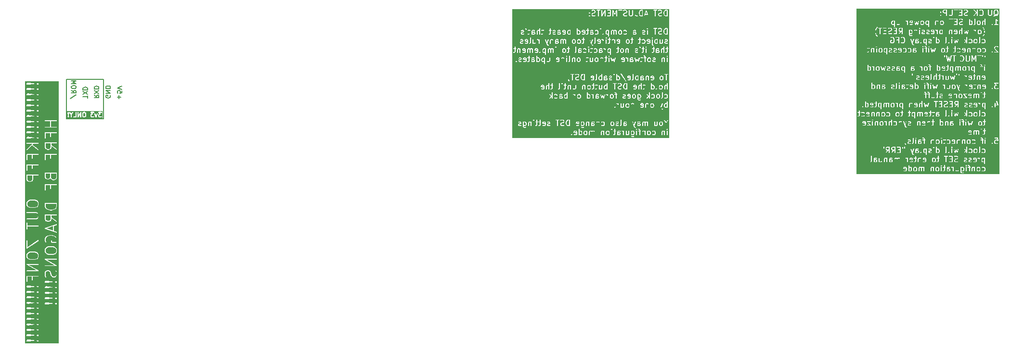
<source format=gbr>
%TF.GenerationSoftware,KiCad,Pcbnew,7.0.8*%
%TF.CreationDate,2024-09-21T08:52:27-04:00*%
%TF.ProjectId,clock,636c6f63-6b2e-46b6-9963-61645f706362,rev?*%
%TF.SameCoordinates,Original*%
%TF.FileFunction,Legend,Bot*%
%TF.FilePolarity,Positive*%
%FSLAX46Y46*%
G04 Gerber Fmt 4.6, Leading zero omitted, Abs format (unit mm)*
G04 Created by KiCad (PCBNEW 7.0.8) date 2024-09-21 08:52:27*
%MOMM*%
%LPD*%
G01*
G04 APERTURE LIST*
%ADD10C,0.150000*%
%ADD11C,0.200000*%
G04 APERTURE END LIST*
D10*
X34188400Y-32410400D02*
X40741600Y-32410400D01*
X40741600Y-39319200D01*
X34188400Y-39319200D01*
X34188400Y-32410400D01*
G36*
X191894373Y-47978810D02*
G01*
X191924780Y-48009217D01*
X191959038Y-48077733D01*
X191959038Y-48328037D01*
X191924779Y-48396553D01*
X191894372Y-48426961D01*
X191825857Y-48461219D01*
X191670791Y-48461219D01*
X191632848Y-48442247D01*
X191632848Y-47963523D01*
X191670791Y-47944552D01*
X191825857Y-47944552D01*
X191894373Y-47978810D01*
G37*
G36*
X181835278Y-47973072D02*
G01*
X181863799Y-48030114D01*
X181863799Y-48111399D01*
X181537609Y-48046161D01*
X181537609Y-48030114D01*
X181566129Y-47973072D01*
X181623171Y-47944552D01*
X181778237Y-47944552D01*
X181835278Y-47973072D01*
G37*
G36*
X182703896Y-47978810D02*
G01*
X182734303Y-48009217D01*
X182768561Y-48077733D01*
X182768561Y-48328037D01*
X182734302Y-48396553D01*
X182703895Y-48426961D01*
X182635380Y-48461219D01*
X182480314Y-48461219D01*
X182442371Y-48442247D01*
X182442371Y-47963523D01*
X182480314Y-47944552D01*
X182635380Y-47944552D01*
X182703896Y-47978810D01*
G37*
G36*
X183608658Y-47978810D02*
G01*
X183639065Y-48009217D01*
X183673323Y-48077733D01*
X183673323Y-48328037D01*
X183639064Y-48396553D01*
X183608657Y-48426961D01*
X183540142Y-48461219D01*
X183432695Y-48461219D01*
X183364179Y-48426961D01*
X183333772Y-48396553D01*
X183299514Y-48328037D01*
X183299514Y-48077733D01*
X183333772Y-48009217D01*
X183364179Y-47978810D01*
X183432695Y-47944552D01*
X183540142Y-47944552D01*
X183608658Y-47978810D01*
G37*
G36*
X187513420Y-47978810D02*
G01*
X187543827Y-48009217D01*
X187578085Y-48077733D01*
X187578085Y-48328037D01*
X187543826Y-48396553D01*
X187513419Y-48426961D01*
X187444904Y-48461219D01*
X187337457Y-48461219D01*
X187268941Y-48426961D01*
X187238534Y-48396553D01*
X187204276Y-48328037D01*
X187204276Y-48077733D01*
X187238534Y-48009217D01*
X187268941Y-47978810D01*
X187337457Y-47944552D01*
X187444904Y-47944552D01*
X187513420Y-47978810D01*
G37*
G36*
X189224514Y-48230266D02*
G01*
X189444904Y-48230266D01*
X189501945Y-48258786D01*
X189530466Y-48315828D01*
X189530466Y-48375656D01*
X189501945Y-48432698D01*
X189444904Y-48461219D01*
X189242219Y-48461219D01*
X189204276Y-48442247D01*
X189204276Y-48226697D01*
X189224514Y-48230266D01*
G37*
G36*
X194751516Y-47978810D02*
G01*
X194781923Y-48009217D01*
X194816181Y-48077733D01*
X194816181Y-48328037D01*
X194781922Y-48396553D01*
X194751515Y-48426961D01*
X194683000Y-48461219D01*
X194575553Y-48461219D01*
X194507037Y-48426961D01*
X194476630Y-48396553D01*
X194442372Y-48328037D01*
X194442372Y-48077733D01*
X194476630Y-48009217D01*
X194507037Y-47978810D01*
X194575553Y-47944552D01*
X194683000Y-47944552D01*
X194751516Y-47978810D01*
G37*
G36*
X195625705Y-46353523D02*
G01*
X195625705Y-46832247D01*
X195587762Y-46851219D01*
X195432696Y-46851219D01*
X195364180Y-46816961D01*
X195333773Y-46786553D01*
X195299515Y-46718037D01*
X195299515Y-46467733D01*
X195333773Y-46399217D01*
X195364180Y-46368810D01*
X195432696Y-46334552D01*
X195587762Y-46334552D01*
X195625705Y-46353523D01*
G37*
G36*
X176367368Y-46620266D02*
G01*
X176587758Y-46620266D01*
X176644799Y-46648786D01*
X176673320Y-46705828D01*
X176673320Y-46765656D01*
X176644799Y-46822698D01*
X176587758Y-46851219D01*
X176385073Y-46851219D01*
X176347130Y-46832247D01*
X176347130Y-46616697D01*
X176367368Y-46620266D01*
G37*
G36*
X179081654Y-46620266D02*
G01*
X179302044Y-46620266D01*
X179359085Y-46648786D01*
X179387606Y-46705828D01*
X179387606Y-46765656D01*
X179359085Y-46822698D01*
X179302044Y-46851219D01*
X179099359Y-46851219D01*
X179061416Y-46832247D01*
X179061416Y-46616697D01*
X179081654Y-46620266D01*
G37*
G36*
X182930514Y-46363072D02*
G01*
X182959035Y-46420114D01*
X182959035Y-46501399D01*
X182632845Y-46436161D01*
X182632845Y-46420114D01*
X182661365Y-46363072D01*
X182718407Y-46334552D01*
X182873473Y-46334552D01*
X182930514Y-46363072D01*
G37*
G36*
X185263848Y-46363072D02*
G01*
X185292369Y-46420114D01*
X185292369Y-46501399D01*
X184966179Y-46436161D01*
X184966179Y-46420114D01*
X184994699Y-46363072D01*
X185051741Y-46334552D01*
X185206807Y-46334552D01*
X185263848Y-46363072D01*
G37*
G36*
X186894371Y-46368810D02*
G01*
X186924778Y-46399217D01*
X186959036Y-46467733D01*
X186959036Y-46718037D01*
X186924777Y-46786553D01*
X186894370Y-46816961D01*
X186825855Y-46851219D01*
X186718408Y-46851219D01*
X186649892Y-46816961D01*
X186619485Y-46786553D01*
X186585227Y-46718037D01*
X186585227Y-46467733D01*
X186619485Y-46399217D01*
X186649892Y-46368810D01*
X186718408Y-46334552D01*
X186825855Y-46334552D01*
X186894371Y-46368810D01*
G37*
G36*
X194120993Y-46363072D02*
G01*
X194149514Y-46420114D01*
X194149514Y-46501399D01*
X193823324Y-46436161D01*
X193823324Y-46420114D01*
X193851844Y-46363072D01*
X193908886Y-46334552D01*
X194063952Y-46334552D01*
X194120993Y-46363072D01*
G37*
G36*
X185387608Y-44743523D02*
G01*
X185387608Y-45222247D01*
X185349665Y-45241219D01*
X185194599Y-45241219D01*
X185126083Y-45206961D01*
X185095676Y-45176553D01*
X185061418Y-45108037D01*
X185061418Y-44857733D01*
X185095676Y-44789217D01*
X185126083Y-44758810D01*
X185194599Y-44724552D01*
X185349665Y-44724552D01*
X185387608Y-44743523D01*
G37*
G36*
X183700703Y-45010266D02*
G01*
X183921093Y-45010266D01*
X183978134Y-45038786D01*
X184006655Y-45095828D01*
X184006655Y-45155656D01*
X183978134Y-45212698D01*
X183921093Y-45241219D01*
X183718408Y-45241219D01*
X183680465Y-45222247D01*
X183680465Y-45006697D01*
X183700703Y-45010266D01*
G37*
G36*
X187561038Y-44758810D02*
G01*
X187591445Y-44789217D01*
X187625703Y-44857733D01*
X187625703Y-45108037D01*
X187591444Y-45176553D01*
X187561037Y-45206961D01*
X187492522Y-45241219D01*
X187337456Y-45241219D01*
X187299513Y-45222247D01*
X187299513Y-44743523D01*
X187337456Y-44724552D01*
X187492522Y-44724552D01*
X187561038Y-44758810D01*
G37*
G36*
X194227706Y-44758810D02*
G01*
X194258113Y-44789217D01*
X194292371Y-44857733D01*
X194292371Y-45108037D01*
X194258112Y-45176553D01*
X194227705Y-45206961D01*
X194159190Y-45241219D01*
X194051743Y-45241219D01*
X193983227Y-45206961D01*
X193952820Y-45176553D01*
X193918562Y-45108037D01*
X193918562Y-44857733D01*
X193952820Y-44789217D01*
X193983227Y-44758810D01*
X194051743Y-44724552D01*
X194159190Y-44724552D01*
X194227706Y-44758810D01*
G37*
G36*
X178863797Y-44765028D02*
G01*
X178575550Y-44765028D01*
X178507034Y-44730770D01*
X178476627Y-44700363D01*
X178442369Y-44631847D01*
X178442369Y-44524400D01*
X178476627Y-44455884D01*
X178507034Y-44425477D01*
X178575550Y-44391219D01*
X178863797Y-44391219D01*
X178863797Y-44765028D01*
G37*
G36*
X179863797Y-44765028D02*
G01*
X179575550Y-44765028D01*
X179507034Y-44730770D01*
X179476627Y-44700363D01*
X179442369Y-44631847D01*
X179442369Y-44524400D01*
X179476627Y-44455884D01*
X179507034Y-44425477D01*
X179575550Y-44391219D01*
X179863797Y-44391219D01*
X179863797Y-44765028D01*
G37*
G36*
X184176895Y-43400266D02*
G01*
X184397285Y-43400266D01*
X184454326Y-43428786D01*
X184482847Y-43485828D01*
X184482847Y-43545656D01*
X184454326Y-43602698D01*
X184397285Y-43631219D01*
X184194600Y-43631219D01*
X184156657Y-43612247D01*
X184156657Y-43396697D01*
X184176895Y-43400266D01*
G37*
G36*
X187561040Y-43148810D02*
G01*
X187591447Y-43179217D01*
X187625705Y-43247733D01*
X187625705Y-43498037D01*
X187591446Y-43566553D01*
X187561039Y-43596961D01*
X187492524Y-43631219D01*
X187385077Y-43631219D01*
X187316561Y-43596961D01*
X187286154Y-43566553D01*
X187251896Y-43498037D01*
X187251896Y-43247733D01*
X187286154Y-43179217D01*
X187316561Y-43148810D01*
X187385077Y-43114552D01*
X187492524Y-43114552D01*
X187561040Y-43148810D01*
G37*
G36*
X190359089Y-43143072D02*
G01*
X190387610Y-43200114D01*
X190387610Y-43281399D01*
X190061420Y-43216161D01*
X190061420Y-43200114D01*
X190089940Y-43143072D01*
X190146982Y-43114552D01*
X190302048Y-43114552D01*
X190359089Y-43143072D01*
G37*
G36*
X193037231Y-43148810D02*
G01*
X193067638Y-43179217D01*
X193101896Y-43247733D01*
X193101896Y-43498037D01*
X193067637Y-43566553D01*
X193037230Y-43596961D01*
X192968715Y-43631219D01*
X192861268Y-43631219D01*
X192792752Y-43596961D01*
X192762345Y-43566553D01*
X192728087Y-43498037D01*
X192728087Y-43247733D01*
X192762345Y-43179217D01*
X192792752Y-43148810D01*
X192861268Y-43114552D01*
X192968715Y-43114552D01*
X193037231Y-43148810D01*
G37*
G36*
X193263851Y-41533072D02*
G01*
X193292372Y-41590114D01*
X193292372Y-41671399D01*
X192966182Y-41606161D01*
X192966182Y-41590114D01*
X192994702Y-41533072D01*
X193051744Y-41504552D01*
X193206810Y-41504552D01*
X193263851Y-41533072D01*
G37*
G36*
X174644800Y-39923072D02*
G01*
X174673321Y-39980114D01*
X174673321Y-40061399D01*
X174347131Y-39996161D01*
X174347131Y-39980114D01*
X174375651Y-39923072D01*
X174432693Y-39894552D01*
X174587759Y-39894552D01*
X174644800Y-39923072D01*
G37*
G36*
X177703894Y-39928810D02*
G01*
X177734301Y-39959217D01*
X177768559Y-40027733D01*
X177768559Y-40278037D01*
X177734300Y-40346553D01*
X177703893Y-40376961D01*
X177635378Y-40411219D01*
X177527931Y-40411219D01*
X177459415Y-40376961D01*
X177429008Y-40346553D01*
X177394750Y-40278037D01*
X177394750Y-40027733D01*
X177429008Y-39959217D01*
X177459415Y-39928810D01*
X177527931Y-39894552D01*
X177635378Y-39894552D01*
X177703894Y-39928810D01*
G37*
G36*
X185120992Y-39923072D02*
G01*
X185149513Y-39980114D01*
X185149513Y-40061399D01*
X184823323Y-39996161D01*
X184823323Y-39980114D01*
X184851843Y-39923072D01*
X184908885Y-39894552D01*
X185063951Y-39894552D01*
X185120992Y-39923072D01*
G37*
G36*
X188227706Y-39928810D02*
G01*
X188258113Y-39959217D01*
X188292371Y-40027733D01*
X188292371Y-40278037D01*
X188258112Y-40346553D01*
X188227705Y-40376961D01*
X188159190Y-40411219D01*
X188004124Y-40411219D01*
X187966181Y-40392247D01*
X187966181Y-39913523D01*
X188004124Y-39894552D01*
X188159190Y-39894552D01*
X188227706Y-39928810D01*
G37*
G36*
X189795943Y-40180266D02*
G01*
X190016333Y-40180266D01*
X190073374Y-40208786D01*
X190101895Y-40265828D01*
X190101895Y-40325656D01*
X190073374Y-40382698D01*
X190016333Y-40411219D01*
X189813648Y-40411219D01*
X189775705Y-40392247D01*
X189775705Y-40176697D01*
X189795943Y-40180266D01*
G37*
G36*
X195037230Y-39928810D02*
G01*
X195067637Y-39959217D01*
X195101895Y-40027733D01*
X195101895Y-40278037D01*
X195067636Y-40346553D01*
X195037229Y-40376961D01*
X194968714Y-40411219D01*
X194861267Y-40411219D01*
X194792751Y-40376961D01*
X194762344Y-40346553D01*
X194728086Y-40278037D01*
X194728086Y-40027733D01*
X194762344Y-39959217D01*
X194792751Y-39928810D01*
X194861267Y-39894552D01*
X194968714Y-39894552D01*
X195037230Y-39928810D01*
G37*
G36*
X183339988Y-38303523D02*
G01*
X183339988Y-38782247D01*
X183302045Y-38801219D01*
X183146979Y-38801219D01*
X183078463Y-38766961D01*
X183048056Y-38736553D01*
X183013798Y-38668037D01*
X183013798Y-38417733D01*
X183048056Y-38349217D01*
X183078463Y-38318810D01*
X183146979Y-38284552D01*
X183302045Y-38284552D01*
X183339988Y-38303523D01*
G37*
G36*
X175311465Y-38313072D02*
G01*
X175339986Y-38370114D01*
X175339986Y-38451399D01*
X175013796Y-38386161D01*
X175013796Y-38370114D01*
X175042316Y-38313072D01*
X175099358Y-38284552D01*
X175254424Y-38284552D01*
X175311465Y-38313072D01*
G37*
G36*
X177989607Y-38318810D02*
G01*
X178020014Y-38349217D01*
X178054272Y-38417733D01*
X178054272Y-38668037D01*
X178020013Y-38736553D01*
X177989606Y-38766961D01*
X177921091Y-38801219D01*
X177813644Y-38801219D01*
X177745128Y-38766961D01*
X177714721Y-38736553D01*
X177680463Y-38668037D01*
X177680463Y-38417733D01*
X177714721Y-38349217D01*
X177745128Y-38318810D01*
X177813644Y-38284552D01*
X177921091Y-38284552D01*
X177989607Y-38318810D01*
G37*
G36*
X180513417Y-38318810D02*
G01*
X180543824Y-38349217D01*
X180578082Y-38417733D01*
X180578082Y-38668037D01*
X180543823Y-38736553D01*
X180513416Y-38766961D01*
X180444901Y-38801219D01*
X180337454Y-38801219D01*
X180268938Y-38766961D01*
X180238531Y-38736553D01*
X180204273Y-38668037D01*
X180204273Y-38417733D01*
X180238531Y-38349217D01*
X180268938Y-38318810D01*
X180337454Y-38284552D01*
X180444901Y-38284552D01*
X180513417Y-38318810D01*
G37*
G36*
X185549562Y-38313072D02*
G01*
X185578083Y-38370114D01*
X185578083Y-38451399D01*
X185251893Y-38386161D01*
X185251893Y-38370114D01*
X185280413Y-38313072D01*
X185337455Y-38284552D01*
X185492521Y-38284552D01*
X185549562Y-38313072D01*
G37*
G36*
X187319751Y-38570266D02*
G01*
X187540141Y-38570266D01*
X187597182Y-38598786D01*
X187625703Y-38655828D01*
X187625703Y-38715656D01*
X187597182Y-38772698D01*
X187540141Y-38801219D01*
X187337456Y-38801219D01*
X187299513Y-38782247D01*
X187299513Y-38566697D01*
X187319751Y-38570266D01*
G37*
G36*
X194227706Y-38318810D02*
G01*
X194258113Y-38349217D01*
X194292371Y-38417733D01*
X194292371Y-38668037D01*
X194258112Y-38736553D01*
X194227705Y-38766961D01*
X194159190Y-38801219D01*
X194051743Y-38801219D01*
X193983227Y-38766961D01*
X193952820Y-38736553D01*
X193918562Y-38668037D01*
X193918562Y-38417733D01*
X193952820Y-38349217D01*
X193983227Y-38318810D01*
X194051743Y-38284552D01*
X194159190Y-38284552D01*
X194227706Y-38318810D01*
G37*
G36*
X177435227Y-36693523D02*
G01*
X177435227Y-37172247D01*
X177397284Y-37191219D01*
X177242218Y-37191219D01*
X177173702Y-37156961D01*
X177143295Y-37126553D01*
X177109037Y-37058037D01*
X177109037Y-36807733D01*
X177143295Y-36739217D01*
X177173702Y-36708810D01*
X177242218Y-36674552D01*
X177397284Y-36674552D01*
X177435227Y-36693523D01*
G37*
G36*
X181197132Y-36693523D02*
G01*
X181197132Y-37172247D01*
X181159189Y-37191219D01*
X181004123Y-37191219D01*
X180935607Y-37156961D01*
X180905200Y-37126553D01*
X180870942Y-37058037D01*
X180870942Y-36807733D01*
X180905200Y-36739217D01*
X180935607Y-36708810D01*
X181004123Y-36674552D01*
X181159189Y-36674552D01*
X181197132Y-36693523D01*
G37*
G36*
X195720944Y-36693523D02*
G01*
X195720944Y-37172247D01*
X195683001Y-37191219D01*
X195527935Y-37191219D01*
X195459419Y-37156961D01*
X195429012Y-37126553D01*
X195394754Y-37058037D01*
X195394754Y-36807733D01*
X195429012Y-36739217D01*
X195459419Y-36708810D01*
X195527935Y-36674552D01*
X195683001Y-36674552D01*
X195720944Y-36693523D01*
G37*
G36*
X175084847Y-36708810D02*
G01*
X175115254Y-36739217D01*
X175149512Y-36807733D01*
X175149512Y-37058037D01*
X175115253Y-37126553D01*
X175084846Y-37156961D01*
X175016331Y-37191219D01*
X174861265Y-37191219D01*
X174823322Y-37172247D01*
X174823322Y-36693523D01*
X174861265Y-36674552D01*
X175016331Y-36674552D01*
X175084847Y-36708810D01*
G37*
G36*
X175978134Y-36703072D02*
G01*
X176006655Y-36760114D01*
X176006655Y-36841399D01*
X175680465Y-36776161D01*
X175680465Y-36760114D01*
X175708985Y-36703072D01*
X175766027Y-36674552D01*
X175921093Y-36674552D01*
X175978134Y-36703072D01*
G37*
G36*
X179656276Y-36708810D02*
G01*
X179686683Y-36739217D01*
X179720941Y-36807733D01*
X179720941Y-37058037D01*
X179686682Y-37126553D01*
X179656275Y-37156961D01*
X179587760Y-37191219D01*
X179480313Y-37191219D01*
X179411797Y-37156961D01*
X179381390Y-37126553D01*
X179347132Y-37058037D01*
X179347132Y-36807733D01*
X179381390Y-36739217D01*
X179411797Y-36708810D01*
X179480313Y-36674552D01*
X179587760Y-36674552D01*
X179656276Y-36708810D01*
G37*
G36*
X183740040Y-36703072D02*
G01*
X183768561Y-36760114D01*
X183768561Y-36841399D01*
X183442371Y-36776161D01*
X183442371Y-36760114D01*
X183470891Y-36703072D01*
X183527933Y-36674552D01*
X183682999Y-36674552D01*
X183740040Y-36703072D01*
G37*
G36*
X194216232Y-36703072D02*
G01*
X194244753Y-36760114D01*
X194244753Y-36841399D01*
X193918563Y-36776161D01*
X193918563Y-36760114D01*
X193947083Y-36703072D01*
X194004125Y-36674552D01*
X194159191Y-36674552D01*
X194216232Y-36703072D01*
G37*
G36*
X190959038Y-36715028D02*
G01*
X190670791Y-36715028D01*
X190602275Y-36680770D01*
X190571868Y-36650363D01*
X190537610Y-36581847D01*
X190537610Y-36474400D01*
X190571868Y-36405884D01*
X190602275Y-36375477D01*
X190670791Y-36341219D01*
X190959038Y-36341219D01*
X190959038Y-36715028D01*
G37*
G36*
X189787660Y-35093072D02*
G01*
X189816181Y-35150114D01*
X189816181Y-35231399D01*
X189489991Y-35166161D01*
X189489991Y-35150114D01*
X189518511Y-35093072D01*
X189575553Y-35064552D01*
X189730619Y-35064552D01*
X189787660Y-35093072D01*
G37*
G36*
X191561040Y-35098810D02*
G01*
X191591447Y-35129217D01*
X191625705Y-35197733D01*
X191625705Y-35448037D01*
X191591446Y-35516553D01*
X191561039Y-35546961D01*
X191492524Y-35581219D01*
X191385077Y-35581219D01*
X191316561Y-35546961D01*
X191286154Y-35516553D01*
X191251896Y-35448037D01*
X191251896Y-35197733D01*
X191286154Y-35129217D01*
X191316561Y-35098810D01*
X191385077Y-35064552D01*
X191492524Y-35064552D01*
X191561040Y-35098810D01*
G37*
G36*
X193263851Y-35093072D02*
G01*
X193292372Y-35150114D01*
X193292372Y-35231399D01*
X192966182Y-35166161D01*
X192966182Y-35150114D01*
X192994702Y-35093072D01*
X193051744Y-35064552D01*
X193206810Y-35064552D01*
X193263851Y-35093072D01*
G37*
G36*
X176227704Y-33488810D02*
G01*
X176258111Y-33519217D01*
X176292369Y-33587733D01*
X176292369Y-33838037D01*
X176258110Y-33906553D01*
X176227703Y-33936961D01*
X176159188Y-33971219D01*
X176004122Y-33971219D01*
X175966179Y-33952247D01*
X175966179Y-33473523D01*
X176004122Y-33454552D01*
X176159188Y-33454552D01*
X176227704Y-33488810D01*
G37*
G36*
X177795941Y-33740266D02*
G01*
X178016331Y-33740266D01*
X178073372Y-33768786D01*
X178101893Y-33825828D01*
X178101893Y-33885656D01*
X178073372Y-33942698D01*
X178016331Y-33971219D01*
X177813646Y-33971219D01*
X177775703Y-33952247D01*
X177775703Y-33736697D01*
X177795941Y-33740266D01*
G37*
G36*
X181272132Y-33740266D02*
G01*
X181492522Y-33740266D01*
X181549563Y-33768786D01*
X181578084Y-33825828D01*
X181578084Y-33885656D01*
X181549563Y-33942698D01*
X181492522Y-33971219D01*
X181289837Y-33971219D01*
X181251894Y-33952247D01*
X181251894Y-33736697D01*
X181272132Y-33740266D01*
G37*
G36*
X182978135Y-33483072D02*
G01*
X183006656Y-33540114D01*
X183006656Y-33621399D01*
X182680466Y-33556161D01*
X182680466Y-33540114D01*
X182708986Y-33483072D01*
X182766028Y-33454552D01*
X182921094Y-33454552D01*
X182978135Y-33483072D01*
G37*
G36*
X183846753Y-33488810D02*
G01*
X183877160Y-33519217D01*
X183911418Y-33587733D01*
X183911418Y-33838037D01*
X183877159Y-33906553D01*
X183846752Y-33936961D01*
X183778237Y-33971219D01*
X183623171Y-33971219D01*
X183585228Y-33952247D01*
X183585228Y-33473523D01*
X183623171Y-33454552D01*
X183778237Y-33454552D01*
X183846753Y-33488810D01*
G37*
G36*
X190370563Y-33488810D02*
G01*
X190400970Y-33519217D01*
X190435228Y-33587733D01*
X190435228Y-33838037D01*
X190400969Y-33906553D01*
X190370562Y-33936961D01*
X190302047Y-33971219D01*
X190194600Y-33971219D01*
X190126084Y-33936961D01*
X190095677Y-33906553D01*
X190061419Y-33838037D01*
X190061419Y-33587733D01*
X190095677Y-33519217D01*
X190126084Y-33488810D01*
X190194600Y-33454552D01*
X190302047Y-33454552D01*
X190370563Y-33488810D01*
G37*
G36*
X193406708Y-33483072D02*
G01*
X193435229Y-33540114D01*
X193435229Y-33621399D01*
X193109039Y-33556161D01*
X193109039Y-33540114D01*
X193137559Y-33483072D01*
X193194601Y-33454552D01*
X193349667Y-33454552D01*
X193406708Y-33483072D01*
G37*
G36*
X195740042Y-33483072D02*
G01*
X195768563Y-33540114D01*
X195768563Y-33621399D01*
X195442373Y-33556161D01*
X195442373Y-33540114D01*
X195470893Y-33483072D01*
X195527935Y-33454552D01*
X195683001Y-33454552D01*
X195740042Y-33483072D01*
G37*
G36*
X185740038Y-31873072D02*
G01*
X185768559Y-31930114D01*
X185768559Y-32011399D01*
X185442369Y-31946161D01*
X185442369Y-31930114D01*
X185470889Y-31873072D01*
X185527931Y-31844552D01*
X185682997Y-31844552D01*
X185740038Y-31873072D01*
G37*
G36*
X193311469Y-31873072D02*
G01*
X193339990Y-31930114D01*
X193339990Y-32011399D01*
X193013800Y-31946161D01*
X193013800Y-31930114D01*
X193042320Y-31873072D01*
X193099362Y-31844552D01*
X193254428Y-31844552D01*
X193311469Y-31873072D01*
G37*
G36*
X195644803Y-31873072D02*
G01*
X195673324Y-31930114D01*
X195673324Y-32011399D01*
X195347134Y-31946161D01*
X195347134Y-31930114D01*
X195375654Y-31873072D01*
X195432696Y-31844552D01*
X195587762Y-31844552D01*
X195644803Y-31873072D01*
G37*
G36*
X181530464Y-30253523D02*
G01*
X181530464Y-30732247D01*
X181492521Y-30751219D01*
X181337455Y-30751219D01*
X181268939Y-30716961D01*
X181238532Y-30686553D01*
X181204274Y-30618037D01*
X181204274Y-30367733D01*
X181238532Y-30299217D01*
X181268939Y-30268810D01*
X181337455Y-30234552D01*
X181492521Y-30234552D01*
X181530464Y-30253523D01*
G37*
G36*
X190054276Y-30253523D02*
G01*
X190054276Y-30732247D01*
X190016333Y-30751219D01*
X189861267Y-30751219D01*
X189792751Y-30716961D01*
X189762344Y-30686553D01*
X189728086Y-30618037D01*
X189728086Y-30367733D01*
X189762344Y-30299217D01*
X189792751Y-30268810D01*
X189861267Y-30234552D01*
X190016333Y-30234552D01*
X190054276Y-30253523D01*
G37*
G36*
X193816181Y-30253523D02*
G01*
X193816181Y-30732247D01*
X193778238Y-30751219D01*
X193623172Y-30751219D01*
X193554656Y-30716961D01*
X193524249Y-30686553D01*
X193489991Y-30618037D01*
X193489991Y-30367733D01*
X193524249Y-30299217D01*
X193554656Y-30268810D01*
X193623172Y-30234552D01*
X193778238Y-30234552D01*
X193816181Y-30253523D01*
G37*
G36*
X175513417Y-30268810D02*
G01*
X175543824Y-30299217D01*
X175578082Y-30367733D01*
X175578082Y-30618037D01*
X175543823Y-30686553D01*
X175513416Y-30716961D01*
X175444901Y-30751219D01*
X175289835Y-30751219D01*
X175251892Y-30732247D01*
X175251892Y-30253523D01*
X175289835Y-30234552D01*
X175444901Y-30234552D01*
X175513417Y-30268810D01*
G37*
G36*
X177037227Y-30268810D02*
G01*
X177067634Y-30299217D01*
X177101892Y-30367733D01*
X177101892Y-30618037D01*
X177067633Y-30686553D01*
X177037226Y-30716961D01*
X176968711Y-30751219D01*
X176861264Y-30751219D01*
X176792748Y-30716961D01*
X176762341Y-30686553D01*
X176728083Y-30618037D01*
X176728083Y-30367733D01*
X176762341Y-30299217D01*
X176792748Y-30268810D01*
X176861264Y-30234552D01*
X176968711Y-30234552D01*
X177037227Y-30268810D01*
G37*
G36*
X180367369Y-30520266D02*
G01*
X180587759Y-30520266D01*
X180644800Y-30548786D01*
X180673321Y-30605828D01*
X180673321Y-30665656D01*
X180644800Y-30722698D01*
X180587759Y-30751219D01*
X180385074Y-30751219D01*
X180347131Y-30732247D01*
X180347131Y-30516697D01*
X180367369Y-30520266D01*
G37*
G36*
X182938798Y-30520266D02*
G01*
X183159188Y-30520266D01*
X183216229Y-30548786D01*
X183244750Y-30605828D01*
X183244750Y-30665656D01*
X183216229Y-30722698D01*
X183159188Y-30751219D01*
X182956503Y-30751219D01*
X182918560Y-30732247D01*
X182918560Y-30516697D01*
X182938798Y-30520266D01*
G37*
G36*
X185465800Y-30268810D02*
G01*
X185496207Y-30299217D01*
X185530465Y-30367733D01*
X185530465Y-30618037D01*
X185496206Y-30686553D01*
X185465799Y-30716961D01*
X185397284Y-30751219D01*
X185289837Y-30751219D01*
X185221321Y-30716961D01*
X185190914Y-30686553D01*
X185156656Y-30618037D01*
X185156656Y-30367733D01*
X185190914Y-30299217D01*
X185221321Y-30268810D01*
X185289837Y-30234552D01*
X185397284Y-30234552D01*
X185465800Y-30268810D01*
G37*
G36*
X187703896Y-30268810D02*
G01*
X187734303Y-30299217D01*
X187768561Y-30367733D01*
X187768561Y-30618037D01*
X187734302Y-30686553D01*
X187703895Y-30716961D01*
X187635380Y-30751219D01*
X187480314Y-30751219D01*
X187442371Y-30732247D01*
X187442371Y-30253523D01*
X187480314Y-30234552D01*
X187635380Y-30234552D01*
X187703896Y-30268810D01*
G37*
G36*
X188597183Y-30263072D02*
G01*
X188625704Y-30320114D01*
X188625704Y-30401399D01*
X188299514Y-30336161D01*
X188299514Y-30320114D01*
X188328034Y-30263072D01*
X188385076Y-30234552D01*
X188540142Y-30234552D01*
X188597183Y-30263072D01*
G37*
G36*
X192275325Y-30268810D02*
G01*
X192305732Y-30299217D01*
X192339990Y-30367733D01*
X192339990Y-30618037D01*
X192305731Y-30686553D01*
X192275324Y-30716961D01*
X192206809Y-30751219D01*
X192099362Y-30751219D01*
X192030846Y-30716961D01*
X192000439Y-30686553D01*
X191966181Y-30618037D01*
X191966181Y-30367733D01*
X192000439Y-30299217D01*
X192030846Y-30268810D01*
X192099362Y-30234552D01*
X192206809Y-30234552D01*
X192275325Y-30268810D01*
G37*
G36*
X178435227Y-27033523D02*
G01*
X178435227Y-27512247D01*
X178397284Y-27531219D01*
X178242218Y-27531219D01*
X178173702Y-27496961D01*
X178143295Y-27466553D01*
X178109037Y-27398037D01*
X178109037Y-27147733D01*
X178143295Y-27079217D01*
X178173702Y-27048810D01*
X178242218Y-27014552D01*
X178397284Y-27014552D01*
X178435227Y-27033523D01*
G37*
G36*
X177513419Y-27048810D02*
G01*
X177543826Y-27079217D01*
X177578084Y-27147733D01*
X177578084Y-27398037D01*
X177543825Y-27466553D01*
X177513418Y-27496961D01*
X177444903Y-27531219D01*
X177337456Y-27531219D01*
X177268940Y-27496961D01*
X177238533Y-27466553D01*
X177204275Y-27398037D01*
X177204275Y-27147733D01*
X177238533Y-27079217D01*
X177268940Y-27048810D01*
X177337456Y-27014552D01*
X177444903Y-27014552D01*
X177513419Y-27048810D01*
G37*
G36*
X180930516Y-27043072D02*
G01*
X180959037Y-27100114D01*
X180959037Y-27181399D01*
X180632847Y-27116161D01*
X180632847Y-27100114D01*
X180661367Y-27043072D01*
X180718409Y-27014552D01*
X180873475Y-27014552D01*
X180930516Y-27043072D01*
G37*
G36*
X183272133Y-27300266D02*
G01*
X183492523Y-27300266D01*
X183549564Y-27328786D01*
X183578085Y-27385828D01*
X183578085Y-27445656D01*
X183549564Y-27502698D01*
X183492523Y-27531219D01*
X183289838Y-27531219D01*
X183251895Y-27512247D01*
X183251895Y-27296697D01*
X183272133Y-27300266D01*
G37*
G36*
X188513420Y-27048810D02*
G01*
X188543827Y-27079217D01*
X188578085Y-27147733D01*
X188578085Y-27398037D01*
X188543826Y-27466553D01*
X188513419Y-27496961D01*
X188444904Y-27531219D01*
X188337457Y-27531219D01*
X188268941Y-27496961D01*
X188238534Y-27466553D01*
X188204276Y-27398037D01*
X188204276Y-27147733D01*
X188238534Y-27079217D01*
X188268941Y-27048810D01*
X188337457Y-27014552D01*
X188444904Y-27014552D01*
X188513420Y-27048810D01*
G37*
G36*
X192168613Y-27043072D02*
G01*
X192197134Y-27100114D01*
X192197134Y-27181399D01*
X191870944Y-27116161D01*
X191870944Y-27100114D01*
X191899464Y-27043072D01*
X191956506Y-27014552D01*
X192111572Y-27014552D01*
X192168613Y-27043072D01*
G37*
G36*
X194846755Y-27048810D02*
G01*
X194877162Y-27079217D01*
X194911420Y-27147733D01*
X194911420Y-27398037D01*
X194877161Y-27466553D01*
X194846754Y-27496961D01*
X194778239Y-27531219D01*
X194670792Y-27531219D01*
X194602276Y-27496961D01*
X194571869Y-27466553D01*
X194537611Y-27398037D01*
X194537611Y-27147733D01*
X194571869Y-27079217D01*
X194602276Y-27048810D01*
X194670792Y-27014552D01*
X194778239Y-27014552D01*
X194846755Y-27048810D01*
G37*
G36*
X185387608Y-25423523D02*
G01*
X185387608Y-25902247D01*
X185349665Y-25921219D01*
X185194599Y-25921219D01*
X185126083Y-25886961D01*
X185095676Y-25856553D01*
X185061418Y-25788037D01*
X185061418Y-25537733D01*
X185095676Y-25469217D01*
X185126083Y-25438810D01*
X185194599Y-25404552D01*
X185349665Y-25404552D01*
X185387608Y-25423523D01*
G37*
G36*
X183700703Y-25690266D02*
G01*
X183921093Y-25690266D01*
X183978134Y-25718786D01*
X184006655Y-25775828D01*
X184006655Y-25835656D01*
X183978134Y-25892698D01*
X183921093Y-25921219D01*
X183718408Y-25921219D01*
X183680465Y-25902247D01*
X183680465Y-25686697D01*
X183700703Y-25690266D01*
G37*
G36*
X187561038Y-25438810D02*
G01*
X187591445Y-25469217D01*
X187625703Y-25537733D01*
X187625703Y-25788037D01*
X187591444Y-25856553D01*
X187561037Y-25886961D01*
X187492522Y-25921219D01*
X187337456Y-25921219D01*
X187299513Y-25902247D01*
X187299513Y-25423523D01*
X187337456Y-25404552D01*
X187492522Y-25404552D01*
X187561038Y-25438810D01*
G37*
G36*
X194227706Y-25438810D02*
G01*
X194258113Y-25469217D01*
X194292371Y-25537733D01*
X194292371Y-25788037D01*
X194258112Y-25856553D01*
X194227705Y-25886961D01*
X194159190Y-25921219D01*
X194051743Y-25921219D01*
X193983227Y-25886961D01*
X193952820Y-25856553D01*
X193918562Y-25788037D01*
X193918562Y-25537733D01*
X193952820Y-25469217D01*
X193983227Y-25438810D01*
X194051743Y-25404552D01*
X194159190Y-25404552D01*
X194227706Y-25438810D01*
G37*
G36*
X182799133Y-23828810D02*
G01*
X182829540Y-23859217D01*
X182863798Y-23927733D01*
X182863798Y-24178037D01*
X182829539Y-24246553D01*
X182799132Y-24276961D01*
X182730617Y-24311219D01*
X182575551Y-24311219D01*
X182537608Y-24292247D01*
X182537608Y-23813523D01*
X182575551Y-23794552D01*
X182730617Y-23794552D01*
X182799133Y-23828810D01*
G37*
G36*
X188197132Y-23813523D02*
G01*
X188197132Y-24292247D01*
X188159189Y-24311219D01*
X188004123Y-24311219D01*
X187935607Y-24276961D01*
X187905200Y-24246553D01*
X187870942Y-24178037D01*
X187870942Y-23927733D01*
X187905200Y-23859217D01*
X187935607Y-23828810D01*
X188004123Y-23794552D01*
X188159189Y-23794552D01*
X188197132Y-23813523D01*
G37*
G36*
X186692420Y-23823072D02*
G01*
X186720941Y-23880114D01*
X186720941Y-23961399D01*
X186394751Y-23896161D01*
X186394751Y-23880114D01*
X186423271Y-23823072D01*
X186480313Y-23794552D01*
X186635379Y-23794552D01*
X186692420Y-23823072D01*
G37*
G36*
X190740040Y-23823072D02*
G01*
X190768561Y-23880114D01*
X190768561Y-23961399D01*
X190442371Y-23896161D01*
X190442371Y-23880114D01*
X190470891Y-23823072D01*
X190527933Y-23794552D01*
X190682999Y-23794552D01*
X190740040Y-23823072D01*
G37*
G36*
X194941992Y-23828810D02*
G01*
X194972399Y-23859217D01*
X195006657Y-23927733D01*
X195006657Y-24178037D01*
X194972398Y-24246553D01*
X194941991Y-24276961D01*
X194873476Y-24311219D01*
X194766029Y-24311219D01*
X194697513Y-24276961D01*
X194667106Y-24246553D01*
X194632848Y-24178037D01*
X194632848Y-23927733D01*
X194667106Y-23859217D01*
X194697513Y-23828810D01*
X194766029Y-23794552D01*
X194873476Y-23794552D01*
X194941992Y-23828810D01*
G37*
G36*
X181149512Y-23835028D02*
G01*
X180861265Y-23835028D01*
X180792749Y-23800770D01*
X180762342Y-23770363D01*
X180728084Y-23701847D01*
X180728084Y-23594400D01*
X180762342Y-23525884D01*
X180792749Y-23495477D01*
X180861265Y-23461219D01*
X181149512Y-23461219D01*
X181149512Y-23835028D01*
G37*
G36*
X179768560Y-22203523D02*
G01*
X179768560Y-22682247D01*
X179730617Y-22701219D01*
X179575551Y-22701219D01*
X179507035Y-22666961D01*
X179476628Y-22636553D01*
X179442370Y-22568037D01*
X179442370Y-22317733D01*
X179476628Y-22249217D01*
X179507035Y-22218810D01*
X179575551Y-22184552D01*
X179730617Y-22184552D01*
X179768560Y-22203523D01*
G37*
G36*
X185768561Y-22203523D02*
G01*
X185768561Y-22682247D01*
X185730618Y-22701219D01*
X185575552Y-22701219D01*
X185507036Y-22666961D01*
X185476629Y-22636553D01*
X185442371Y-22568037D01*
X185442371Y-22317733D01*
X185476629Y-22249217D01*
X185507036Y-22218810D01*
X185575552Y-22184552D01*
X185730618Y-22184552D01*
X185768561Y-22203523D01*
G37*
G36*
X182930516Y-22213072D02*
G01*
X182959037Y-22270114D01*
X182959037Y-22351399D01*
X182632847Y-22286161D01*
X182632847Y-22270114D01*
X182661367Y-22213072D01*
X182718409Y-22184552D01*
X182873475Y-22184552D01*
X182930516Y-22213072D01*
G37*
G36*
X184846753Y-22218810D02*
G01*
X184877160Y-22249217D01*
X184911418Y-22317733D01*
X184911418Y-22568037D01*
X184877159Y-22636553D01*
X184846752Y-22666961D01*
X184778237Y-22701219D01*
X184670790Y-22701219D01*
X184602274Y-22666961D01*
X184571867Y-22636553D01*
X184537609Y-22568037D01*
X184537609Y-22317733D01*
X184571867Y-22249217D01*
X184602274Y-22218810D01*
X184670790Y-22184552D01*
X184778237Y-22184552D01*
X184846753Y-22218810D01*
G37*
G36*
X188322944Y-22218810D02*
G01*
X188353351Y-22249217D01*
X188387609Y-22317733D01*
X188387609Y-22568037D01*
X188353350Y-22636553D01*
X188322943Y-22666961D01*
X188254428Y-22701219D01*
X188146981Y-22701219D01*
X188078465Y-22666961D01*
X188048058Y-22636553D01*
X188013800Y-22568037D01*
X188013800Y-22317733D01*
X188048058Y-22249217D01*
X188078465Y-22218810D01*
X188146981Y-22184552D01*
X188254428Y-22184552D01*
X188322944Y-22218810D01*
G37*
G36*
X193370564Y-22218810D02*
G01*
X193400971Y-22249217D01*
X193435229Y-22317733D01*
X193435229Y-22568037D01*
X193400970Y-22636553D01*
X193370563Y-22666961D01*
X193302048Y-22701219D01*
X193146982Y-22701219D01*
X193109039Y-22682247D01*
X193109039Y-22203523D01*
X193146982Y-22184552D01*
X193302048Y-22184552D01*
X193370564Y-22218810D01*
G37*
G36*
X194799136Y-22218810D02*
G01*
X194829543Y-22249217D01*
X194863801Y-22317733D01*
X194863801Y-22568037D01*
X194829542Y-22636553D01*
X194799135Y-22666961D01*
X194730620Y-22701219D01*
X194623173Y-22701219D01*
X194554657Y-22666961D01*
X194524250Y-22636553D01*
X194489992Y-22568037D01*
X194489992Y-22317733D01*
X194524250Y-22249217D01*
X194554657Y-22218810D01*
X194623173Y-22184552D01*
X194730620Y-22184552D01*
X194799136Y-22218810D01*
G37*
G36*
X197846755Y-20275477D02*
G01*
X197918697Y-20347419D01*
X197959039Y-20508786D01*
X197959039Y-20823651D01*
X197918697Y-20985017D01*
X197846754Y-21056961D01*
X197778239Y-21091219D01*
X197643676Y-21091219D01*
X197697514Y-21037380D01*
X197766030Y-21003123D01*
X197843563Y-21003123D01*
X197891772Y-20985576D01*
X197917424Y-20941147D01*
X197908515Y-20890623D01*
X197869215Y-20857646D01*
X197843563Y-20853123D01*
X197748325Y-20853123D01*
X197744111Y-20854656D01*
X197739750Y-20853615D01*
X197714784Y-20861041D01*
X197619546Y-20908660D01*
X197618420Y-20909849D01*
X197600054Y-20922709D01*
X197510230Y-21012533D01*
X197482714Y-20985017D01*
X197442373Y-20823651D01*
X197442373Y-20508786D01*
X197482714Y-20347419D01*
X197554657Y-20275477D01*
X197623173Y-20241219D01*
X197778239Y-20241219D01*
X197846755Y-20275477D01*
G37*
G36*
X188911420Y-20615028D02*
G01*
X188623173Y-20615028D01*
X188554657Y-20580770D01*
X188524250Y-20550363D01*
X188489992Y-20481847D01*
X188489992Y-20374400D01*
X188524250Y-20305884D01*
X188554657Y-20275477D01*
X188623173Y-20241219D01*
X188911420Y-20241219D01*
X188911420Y-20615028D01*
G37*
G36*
X198299229Y-49087409D02*
G01*
X173198268Y-49087409D01*
X173198268Y-48679076D01*
X191482848Y-48679076D01*
X191484381Y-48683289D01*
X191483340Y-48687650D01*
X191490766Y-48712617D01*
X191538385Y-48807855D01*
X191539574Y-48808980D01*
X191552434Y-48827347D01*
X191600053Y-48874966D01*
X191601534Y-48875657D01*
X191619545Y-48889015D01*
X191714783Y-48936634D01*
X191719236Y-48937146D01*
X191722672Y-48940029D01*
X191748324Y-48944552D01*
X191891181Y-48944552D01*
X191895394Y-48943018D01*
X191899755Y-48944060D01*
X191924722Y-48936634D01*
X192019960Y-48889015D01*
X192055232Y-48851761D01*
X192058307Y-48800551D01*
X192027743Y-48759345D01*
X191977844Y-48747425D01*
X191952878Y-48754851D01*
X191873476Y-48794552D01*
X191766029Y-48794552D01*
X191697513Y-48760294D01*
X191667106Y-48729887D01*
X191632848Y-48661371D01*
X191632848Y-48607650D01*
X191653086Y-48611219D01*
X191843562Y-48611219D01*
X191847775Y-48609685D01*
X191852136Y-48610727D01*
X191877103Y-48603301D01*
X191972341Y-48555682D01*
X191973465Y-48554494D01*
X191991834Y-48541632D01*
X191997247Y-48536219D01*
X192387609Y-48536219D01*
X192405156Y-48584428D01*
X192449585Y-48610080D01*
X192500109Y-48601171D01*
X192533086Y-48561871D01*
X192537609Y-48536219D01*
X192537609Y-47869552D01*
X192532869Y-47856528D01*
X192722082Y-47856528D01*
X192730991Y-47907052D01*
X192770291Y-47940029D01*
X192795943Y-47944552D01*
X192959038Y-47944552D01*
X192959038Y-48536219D01*
X192976585Y-48584428D01*
X193021014Y-48610080D01*
X193071538Y-48601171D01*
X193104515Y-48561871D01*
X193109038Y-48536219D01*
X193435229Y-48536219D01*
X193452776Y-48584428D01*
X193497205Y-48610080D01*
X193547729Y-48601171D01*
X193580706Y-48561871D01*
X193585229Y-48536219D01*
X193585229Y-48030114D01*
X193613749Y-47973072D01*
X193670791Y-47944552D01*
X193778238Y-47944552D01*
X193846754Y-47978810D01*
X193863800Y-47995856D01*
X193863800Y-48536219D01*
X193881347Y-48584428D01*
X193925776Y-48610080D01*
X193976300Y-48601171D01*
X194009277Y-48561871D01*
X194013800Y-48536219D01*
X194013800Y-48345742D01*
X194292372Y-48345742D01*
X194293905Y-48349955D01*
X194292864Y-48354316D01*
X194300290Y-48379283D01*
X194347909Y-48474521D01*
X194349097Y-48475646D01*
X194361957Y-48494012D01*
X194409576Y-48541632D01*
X194411057Y-48542322D01*
X194429069Y-48555682D01*
X194524307Y-48603301D01*
X194528760Y-48603813D01*
X194532196Y-48606696D01*
X194557848Y-48611219D01*
X194700705Y-48611219D01*
X194704918Y-48609685D01*
X194709279Y-48610727D01*
X194734246Y-48603301D01*
X194829484Y-48555682D01*
X194830608Y-48554494D01*
X194848977Y-48541632D01*
X194896595Y-48494013D01*
X194897023Y-48493094D01*
X195197269Y-48493094D01*
X195217672Y-48540165D01*
X195238593Y-48555682D01*
X195333831Y-48603301D01*
X195338284Y-48603813D01*
X195341720Y-48606696D01*
X195367372Y-48611219D01*
X195557848Y-48611219D01*
X195562061Y-48609685D01*
X195566422Y-48610727D01*
X195591389Y-48603301D01*
X195686627Y-48555682D01*
X195687751Y-48554494D01*
X195706120Y-48541632D01*
X195753738Y-48494013D01*
X195754428Y-48492531D01*
X195767787Y-48474521D01*
X195815406Y-48379283D01*
X195815918Y-48374829D01*
X195818801Y-48371394D01*
X195823324Y-48345742D01*
X195823324Y-48060028D01*
X195821790Y-48055814D01*
X195822832Y-48051453D01*
X195815406Y-48026487D01*
X195767787Y-47931249D01*
X195766597Y-47930123D01*
X195753738Y-47911757D01*
X195706119Y-47864138D01*
X195704637Y-47863447D01*
X195686627Y-47850089D01*
X195591389Y-47802470D01*
X195586935Y-47801957D01*
X195583500Y-47799075D01*
X195557848Y-47794552D01*
X195367372Y-47794552D01*
X195363158Y-47796085D01*
X195358797Y-47795044D01*
X195333831Y-47802470D01*
X195238593Y-47850089D01*
X195203321Y-47887343D01*
X195200246Y-47938554D01*
X195230810Y-47979759D01*
X195280708Y-47991679D01*
X195305675Y-47984253D01*
X195385077Y-47944552D01*
X195540143Y-47944552D01*
X195608659Y-47978810D01*
X195639066Y-48009217D01*
X195673324Y-48077733D01*
X195673324Y-48328037D01*
X195639065Y-48396553D01*
X195608658Y-48426961D01*
X195540143Y-48461219D01*
X195385077Y-48461219D01*
X195305675Y-48421518D01*
X195254708Y-48415653D01*
X195211895Y-48443919D01*
X195197269Y-48493094D01*
X194897023Y-48493094D01*
X194897285Y-48492531D01*
X194910644Y-48474521D01*
X194958263Y-48379283D01*
X194958775Y-48374829D01*
X194961658Y-48371394D01*
X194966181Y-48345742D01*
X194966181Y-48060028D01*
X194964647Y-48055814D01*
X194965689Y-48051453D01*
X194958263Y-48026487D01*
X194910644Y-47931249D01*
X194909454Y-47930123D01*
X194896595Y-47911757D01*
X194848976Y-47864138D01*
X194847494Y-47863447D01*
X194829484Y-47850089D01*
X194734246Y-47802470D01*
X194729792Y-47801957D01*
X194726357Y-47799075D01*
X194700705Y-47794552D01*
X194557848Y-47794552D01*
X194553634Y-47796085D01*
X194549273Y-47795044D01*
X194524307Y-47802470D01*
X194429069Y-47850089D01*
X194427943Y-47851278D01*
X194409577Y-47864138D01*
X194361958Y-47911757D01*
X194361267Y-47913238D01*
X194347909Y-47931249D01*
X194300290Y-48026487D01*
X194299777Y-48030940D01*
X194296895Y-48034376D01*
X194292372Y-48060028D01*
X194292372Y-48345742D01*
X194013800Y-48345742D01*
X194013800Y-47869552D01*
X193996253Y-47821343D01*
X193951824Y-47795691D01*
X193901300Y-47804600D01*
X193881333Y-47828394D01*
X193829484Y-47802470D01*
X193825030Y-47801957D01*
X193821595Y-47799075D01*
X193795943Y-47794552D01*
X193653086Y-47794552D01*
X193648872Y-47796085D01*
X193644511Y-47795044D01*
X193619545Y-47802470D01*
X193524307Y-47850089D01*
X193516587Y-47858242D01*
X193506283Y-47862709D01*
X193490766Y-47883630D01*
X193443147Y-47978868D01*
X193442634Y-47983321D01*
X193439752Y-47986757D01*
X193435229Y-48012409D01*
X193435229Y-48536219D01*
X193109038Y-48536219D01*
X193109038Y-47944552D01*
X193176895Y-47944552D01*
X193225104Y-47927005D01*
X193250756Y-47882576D01*
X193241847Y-47832052D01*
X193202547Y-47799075D01*
X193176895Y-47794552D01*
X193109038Y-47794552D01*
X193109038Y-47679076D01*
X193107504Y-47674862D01*
X193108546Y-47670501D01*
X193101120Y-47645535D01*
X193053501Y-47550297D01*
X193045347Y-47542577D01*
X193040881Y-47532273D01*
X193019960Y-47516756D01*
X192924722Y-47469137D01*
X192920268Y-47468624D01*
X192916833Y-47465742D01*
X192891181Y-47461219D01*
X192795943Y-47461219D01*
X192747734Y-47478766D01*
X192722082Y-47523195D01*
X192730991Y-47573719D01*
X192770291Y-47606696D01*
X192795943Y-47611219D01*
X192873476Y-47611219D01*
X192930517Y-47639739D01*
X192959038Y-47696781D01*
X192959038Y-47794552D01*
X192795943Y-47794552D01*
X192747734Y-47812099D01*
X192722082Y-47856528D01*
X192532869Y-47856528D01*
X192520062Y-47821343D01*
X192475633Y-47795691D01*
X192425109Y-47804600D01*
X192392132Y-47843900D01*
X192387609Y-47869552D01*
X192387609Y-48536219D01*
X191997247Y-48536219D01*
X192039452Y-48494013D01*
X192040142Y-48492531D01*
X192053501Y-48474521D01*
X192101120Y-48379283D01*
X192101632Y-48374829D01*
X192104515Y-48371394D01*
X192109038Y-48345742D01*
X192109038Y-48060028D01*
X192107504Y-48055814D01*
X192108546Y-48051453D01*
X192101120Y-48026487D01*
X192053501Y-47931249D01*
X192052311Y-47930123D01*
X192039452Y-47911757D01*
X191991833Y-47864138D01*
X191990351Y-47863447D01*
X191972341Y-47850089D01*
X191877103Y-47802470D01*
X191872649Y-47801957D01*
X191869214Y-47799075D01*
X191843562Y-47794552D01*
X191653086Y-47794552D01*
X191648872Y-47796085D01*
X191644511Y-47795044D01*
X191619545Y-47802470D01*
X191599752Y-47812366D01*
X191570872Y-47795691D01*
X191520348Y-47804600D01*
X191487371Y-47843900D01*
X191482848Y-47869552D01*
X191482848Y-48679076D01*
X173198268Y-48679076D01*
X173198268Y-48107647D01*
X181387609Y-48107647D01*
X181391847Y-48119291D01*
X181391564Y-48131681D01*
X181400350Y-48142651D01*
X181405156Y-48155856D01*
X181415885Y-48162050D01*
X181423633Y-48171725D01*
X181447900Y-48181191D01*
X181863799Y-48264369D01*
X181863799Y-48375656D01*
X181835278Y-48432698D01*
X181778237Y-48461219D01*
X181623171Y-48461219D01*
X181543769Y-48421518D01*
X181492802Y-48415653D01*
X181449989Y-48443919D01*
X181435363Y-48493094D01*
X181455766Y-48540165D01*
X181476687Y-48555682D01*
X181571925Y-48603301D01*
X181576378Y-48603813D01*
X181579814Y-48606696D01*
X181605466Y-48611219D01*
X181795942Y-48611219D01*
X181800155Y-48609685D01*
X181804516Y-48610727D01*
X181829483Y-48603301D01*
X181924721Y-48555682D01*
X181932440Y-48547528D01*
X181942745Y-48543062D01*
X181947820Y-48536219D01*
X182292371Y-48536219D01*
X182309918Y-48584428D01*
X182354347Y-48610080D01*
X182404871Y-48601171D01*
X182410763Y-48594148D01*
X182429068Y-48603301D01*
X182433521Y-48603813D01*
X182436957Y-48606696D01*
X182462609Y-48611219D01*
X182653085Y-48611219D01*
X182657298Y-48609685D01*
X182661659Y-48610727D01*
X182686626Y-48603301D01*
X182781864Y-48555682D01*
X182782988Y-48554494D01*
X182801357Y-48541632D01*
X182848975Y-48494013D01*
X182849665Y-48492531D01*
X182863024Y-48474521D01*
X182910643Y-48379283D01*
X182911155Y-48374829D01*
X182914038Y-48371394D01*
X182918561Y-48345742D01*
X183149514Y-48345742D01*
X183151047Y-48349955D01*
X183150006Y-48354316D01*
X183157432Y-48379283D01*
X183205051Y-48474521D01*
X183206239Y-48475646D01*
X183219099Y-48494012D01*
X183266718Y-48541632D01*
X183268199Y-48542322D01*
X183286211Y-48555682D01*
X183381449Y-48603301D01*
X183385902Y-48603813D01*
X183389338Y-48606696D01*
X183414990Y-48611219D01*
X183557847Y-48611219D01*
X183562060Y-48609685D01*
X183566421Y-48610727D01*
X183591388Y-48603301D01*
X183686626Y-48555682D01*
X183687750Y-48554494D01*
X183706119Y-48541632D01*
X183711532Y-48536219D01*
X184101894Y-48536219D01*
X184119441Y-48584428D01*
X184163870Y-48610080D01*
X184214394Y-48601171D01*
X184247371Y-48561871D01*
X184251894Y-48536219D01*
X184251894Y-48030114D01*
X184280414Y-47973072D01*
X184337457Y-47944552D01*
X184444904Y-47944552D01*
X184501945Y-47973072D01*
X184530466Y-48030114D01*
X184530466Y-48536219D01*
X184548013Y-48584428D01*
X184592442Y-48610080D01*
X184642966Y-48601171D01*
X184675943Y-48561871D01*
X184680466Y-48536219D01*
X184680466Y-48030114D01*
X184708986Y-47973072D01*
X184766028Y-47944552D01*
X184873475Y-47944552D01*
X184941991Y-47978810D01*
X184959037Y-47995856D01*
X184959037Y-48536219D01*
X184976584Y-48584428D01*
X185021013Y-48610080D01*
X185071537Y-48601171D01*
X185104514Y-48561871D01*
X185109037Y-48536219D01*
X186197133Y-48536219D01*
X186214680Y-48584428D01*
X186259109Y-48610080D01*
X186309633Y-48601171D01*
X186342610Y-48561871D01*
X186347133Y-48536219D01*
X186347133Y-48030114D01*
X186375653Y-47973072D01*
X186432695Y-47944552D01*
X186540142Y-47944552D01*
X186608658Y-47978810D01*
X186625704Y-47995856D01*
X186625704Y-48536219D01*
X186643251Y-48584428D01*
X186687680Y-48610080D01*
X186738204Y-48601171D01*
X186771181Y-48561871D01*
X186775704Y-48536219D01*
X186775704Y-48345742D01*
X187054276Y-48345742D01*
X187055809Y-48349955D01*
X187054768Y-48354316D01*
X187062194Y-48379283D01*
X187109813Y-48474521D01*
X187111001Y-48475646D01*
X187123861Y-48494012D01*
X187171480Y-48541632D01*
X187172961Y-48542322D01*
X187190973Y-48555682D01*
X187286211Y-48603301D01*
X187290664Y-48603813D01*
X187294100Y-48606696D01*
X187319752Y-48611219D01*
X187462609Y-48611219D01*
X187466822Y-48609685D01*
X187471183Y-48610727D01*
X187496150Y-48603301D01*
X187591388Y-48555682D01*
X187592512Y-48554494D01*
X187610881Y-48541632D01*
X187616294Y-48536219D01*
X188006656Y-48536219D01*
X188024203Y-48584428D01*
X188068632Y-48610080D01*
X188119156Y-48601171D01*
X188152133Y-48561871D01*
X188156656Y-48536219D01*
X188156656Y-48523195D01*
X188341129Y-48523195D01*
X188350038Y-48573719D01*
X188389338Y-48606696D01*
X188414990Y-48611219D01*
X188510228Y-48611219D01*
X188514441Y-48609685D01*
X188518802Y-48610727D01*
X188543769Y-48603301D01*
X188639007Y-48555682D01*
X188646726Y-48547528D01*
X188657031Y-48543062D01*
X188662106Y-48536219D01*
X189054276Y-48536219D01*
X189071823Y-48584428D01*
X189116252Y-48610080D01*
X189166776Y-48601171D01*
X189172668Y-48594148D01*
X189190973Y-48603301D01*
X189195426Y-48603813D01*
X189198862Y-48606696D01*
X189224514Y-48611219D01*
X189462609Y-48611219D01*
X189466822Y-48609685D01*
X189471183Y-48610727D01*
X189496150Y-48603301D01*
X189591388Y-48555682D01*
X189599107Y-48547528D01*
X189609412Y-48543062D01*
X189624929Y-48522141D01*
X189672548Y-48426902D01*
X189673060Y-48422448D01*
X189675943Y-48419013D01*
X189680466Y-48393361D01*
X189680466Y-48298123D01*
X189678932Y-48293909D01*
X189679974Y-48289548D01*
X189672548Y-48264582D01*
X189624929Y-48169344D01*
X189616775Y-48161624D01*
X189612309Y-48151320D01*
X189591388Y-48135803D01*
X189496150Y-48088184D01*
X189491696Y-48087671D01*
X189488261Y-48084789D01*
X189462609Y-48080266D01*
X189242219Y-48080266D01*
X189204276Y-48061294D01*
X189204276Y-48030114D01*
X189232796Y-47973072D01*
X189289838Y-47944552D01*
X189444904Y-47944552D01*
X189524306Y-47984253D01*
X189575272Y-47990118D01*
X189618085Y-47961852D01*
X189632712Y-47912677D01*
X189612309Y-47865606D01*
X189600069Y-47856528D01*
X189817320Y-47856528D01*
X189826229Y-47907052D01*
X189865529Y-47940029D01*
X189891181Y-47944552D01*
X189968714Y-47944552D01*
X190037230Y-47978810D01*
X190067637Y-48009217D01*
X190101895Y-48077733D01*
X190101895Y-48536219D01*
X190119442Y-48584428D01*
X190163871Y-48610080D01*
X190214395Y-48601171D01*
X190247372Y-48561871D01*
X190251895Y-48536219D01*
X190578086Y-48536219D01*
X190595633Y-48584428D01*
X190640062Y-48610080D01*
X190690586Y-48601171D01*
X190710552Y-48577376D01*
X190762402Y-48603301D01*
X190766855Y-48603813D01*
X190770291Y-48606696D01*
X190795943Y-48611219D01*
X190938800Y-48611219D01*
X190943013Y-48609685D01*
X190947374Y-48610727D01*
X190972341Y-48603301D01*
X191067579Y-48555682D01*
X191075298Y-48547528D01*
X191085603Y-48543062D01*
X191101120Y-48522141D01*
X191148739Y-48426902D01*
X191149251Y-48422448D01*
X191152134Y-48419013D01*
X191156657Y-48393361D01*
X191156657Y-47869552D01*
X191139110Y-47821343D01*
X191094681Y-47795691D01*
X191044157Y-47804600D01*
X191011180Y-47843900D01*
X191006657Y-47869552D01*
X191006657Y-48375656D01*
X190978136Y-48432698D01*
X190921095Y-48461219D01*
X190813648Y-48461219D01*
X190745132Y-48426961D01*
X190728086Y-48409914D01*
X190728086Y-47869552D01*
X190710539Y-47821343D01*
X190666110Y-47795691D01*
X190615586Y-47804600D01*
X190582609Y-47843900D01*
X190578086Y-47869552D01*
X190578086Y-48536219D01*
X190251895Y-48536219D01*
X190251895Y-47869552D01*
X190234348Y-47821343D01*
X190189919Y-47795691D01*
X190139395Y-47804600D01*
X190106418Y-47843900D01*
X190106126Y-47845553D01*
X190019960Y-47802470D01*
X190015506Y-47801957D01*
X190012071Y-47799075D01*
X189986419Y-47794552D01*
X189891181Y-47794552D01*
X189842972Y-47812099D01*
X189817320Y-47856528D01*
X189600069Y-47856528D01*
X189591388Y-47850089D01*
X189496150Y-47802470D01*
X189491696Y-47801957D01*
X189488261Y-47799075D01*
X189462609Y-47794552D01*
X189272133Y-47794552D01*
X189267919Y-47796085D01*
X189263558Y-47795044D01*
X189238592Y-47802470D01*
X189143354Y-47850089D01*
X189135634Y-47858242D01*
X189125330Y-47862709D01*
X189109813Y-47883630D01*
X189062194Y-47978868D01*
X189061681Y-47983321D01*
X189058799Y-47986757D01*
X189054276Y-48012409D01*
X189054276Y-48536219D01*
X188662106Y-48536219D01*
X188672548Y-48522141D01*
X188720167Y-48426902D01*
X188720679Y-48422448D01*
X188723562Y-48419013D01*
X188728085Y-48393361D01*
X188728085Y-47944552D01*
X188795942Y-47944552D01*
X188844151Y-47927005D01*
X188869803Y-47882576D01*
X188860894Y-47832052D01*
X188821594Y-47799075D01*
X188795942Y-47794552D01*
X188728085Y-47794552D01*
X188728085Y-47577302D01*
X192340276Y-47577302D01*
X192345318Y-47596121D01*
X192347017Y-47615534D01*
X192352690Y-47623636D01*
X192353553Y-47626856D01*
X192356283Y-47628767D01*
X192361957Y-47636871D01*
X192409576Y-47684490D01*
X192427234Y-47692723D01*
X192443198Y-47703902D01*
X192446614Y-47703603D01*
X192449585Y-47705318D01*
X192452964Y-47704722D01*
X192456072Y-47706171D01*
X192474891Y-47701128D01*
X192494305Y-47699430D01*
X192498118Y-47696760D01*
X192500109Y-47696409D01*
X192502230Y-47693880D01*
X192502407Y-47693756D01*
X192505627Y-47692894D01*
X192507538Y-47690164D01*
X192515642Y-47684490D01*
X192563261Y-47636871D01*
X192571496Y-47619210D01*
X192582672Y-47603249D01*
X192582082Y-47596507D01*
X192584942Y-47590375D01*
X192579899Y-47571553D01*
X192578201Y-47552142D01*
X192572527Y-47544039D01*
X192571665Y-47540820D01*
X192568935Y-47538908D01*
X192563261Y-47530805D01*
X192515642Y-47483186D01*
X192497981Y-47474951D01*
X192482020Y-47463775D01*
X192478604Y-47464073D01*
X192475633Y-47462358D01*
X192472252Y-47462954D01*
X192469145Y-47461505D01*
X192450323Y-47466547D01*
X192430913Y-47468246D01*
X192427099Y-47470915D01*
X192425109Y-47471267D01*
X192422987Y-47473795D01*
X192422810Y-47473919D01*
X192419591Y-47474782D01*
X192417679Y-47477512D01*
X192409576Y-47483186D01*
X192361957Y-47530805D01*
X192353723Y-47548462D01*
X192342545Y-47564427D01*
X192343135Y-47571170D01*
X192340276Y-47577302D01*
X188728085Y-47577302D01*
X188728085Y-47536219D01*
X188710538Y-47488010D01*
X188666109Y-47462358D01*
X188615585Y-47471267D01*
X188582608Y-47510567D01*
X188578085Y-47536219D01*
X188578085Y-47794552D01*
X188414990Y-47794552D01*
X188366781Y-47812099D01*
X188341129Y-47856528D01*
X188350038Y-47907052D01*
X188389338Y-47940029D01*
X188414990Y-47944552D01*
X188578085Y-47944552D01*
X188578085Y-48375656D01*
X188549564Y-48432698D01*
X188492523Y-48461219D01*
X188414990Y-48461219D01*
X188366781Y-48478766D01*
X188341129Y-48523195D01*
X188156656Y-48523195D01*
X188156656Y-47869552D01*
X188139109Y-47821343D01*
X188094680Y-47795691D01*
X188044156Y-47804600D01*
X188011179Y-47843900D01*
X188006656Y-47869552D01*
X188006656Y-48536219D01*
X187616294Y-48536219D01*
X187658499Y-48494013D01*
X187659189Y-48492531D01*
X187672548Y-48474521D01*
X187720167Y-48379283D01*
X187720679Y-48374829D01*
X187723562Y-48371394D01*
X187728085Y-48345742D01*
X187728085Y-48060028D01*
X187726551Y-48055814D01*
X187727593Y-48051453D01*
X187720167Y-48026487D01*
X187672548Y-47931249D01*
X187671358Y-47930123D01*
X187658499Y-47911757D01*
X187610880Y-47864138D01*
X187609398Y-47863447D01*
X187591388Y-47850089D01*
X187496150Y-47802470D01*
X187491696Y-47801957D01*
X187488261Y-47799075D01*
X187462609Y-47794552D01*
X187319752Y-47794552D01*
X187315538Y-47796085D01*
X187311177Y-47795044D01*
X187286211Y-47802470D01*
X187190973Y-47850089D01*
X187189847Y-47851278D01*
X187171481Y-47864138D01*
X187123862Y-47911757D01*
X187123171Y-47913238D01*
X187109813Y-47931249D01*
X187062194Y-48026487D01*
X187061681Y-48030940D01*
X187058799Y-48034376D01*
X187054276Y-48060028D01*
X187054276Y-48345742D01*
X186775704Y-48345742D01*
X186775704Y-47869552D01*
X186758157Y-47821343D01*
X186713728Y-47795691D01*
X186663204Y-47804600D01*
X186643237Y-47828394D01*
X186591388Y-47802470D01*
X186586934Y-47801957D01*
X186583499Y-47799075D01*
X186557847Y-47794552D01*
X186414990Y-47794552D01*
X186410776Y-47796085D01*
X186406415Y-47795044D01*
X186381449Y-47802470D01*
X186286211Y-47850089D01*
X186278491Y-47858242D01*
X186268187Y-47862709D01*
X186252670Y-47883630D01*
X186205051Y-47978868D01*
X186204538Y-47983321D01*
X186201656Y-47986757D01*
X186197133Y-48012409D01*
X186197133Y-48536219D01*
X185109037Y-48536219D01*
X185109037Y-47869552D01*
X185091490Y-47821343D01*
X185047061Y-47795691D01*
X184996537Y-47804600D01*
X184976570Y-47828394D01*
X184924721Y-47802470D01*
X184920267Y-47801957D01*
X184916832Y-47799075D01*
X184891180Y-47794552D01*
X184748323Y-47794552D01*
X184744109Y-47796085D01*
X184739748Y-47795044D01*
X184714782Y-47802470D01*
X184619544Y-47850089D01*
X184611824Y-47858242D01*
X184605864Y-47860825D01*
X184591388Y-47850089D01*
X184496150Y-47802470D01*
X184491696Y-47801957D01*
X184488261Y-47799075D01*
X184462609Y-47794552D01*
X184319752Y-47794552D01*
X184315538Y-47796085D01*
X184311178Y-47795044D01*
X184286211Y-47802470D01*
X184190972Y-47850089D01*
X184183252Y-47858242D01*
X184172948Y-47862709D01*
X184157431Y-47883630D01*
X184109812Y-47978868D01*
X184109299Y-47983321D01*
X184106417Y-47986757D01*
X184101894Y-48012409D01*
X184101894Y-48536219D01*
X183711532Y-48536219D01*
X183753737Y-48494013D01*
X183754427Y-48492531D01*
X183767786Y-48474521D01*
X183815405Y-48379283D01*
X183815917Y-48374829D01*
X183818800Y-48371394D01*
X183823323Y-48345742D01*
X183823323Y-48060028D01*
X183821789Y-48055814D01*
X183822831Y-48051453D01*
X183815405Y-48026487D01*
X183767786Y-47931249D01*
X183766596Y-47930123D01*
X183753737Y-47911757D01*
X183706118Y-47864138D01*
X183704636Y-47863447D01*
X183686626Y-47850089D01*
X183591388Y-47802470D01*
X183586934Y-47801957D01*
X183583499Y-47799075D01*
X183557847Y-47794552D01*
X183414990Y-47794552D01*
X183410776Y-47796085D01*
X183406415Y-47795044D01*
X183381449Y-47802470D01*
X183286211Y-47850089D01*
X183285085Y-47851278D01*
X183266719Y-47864138D01*
X183219100Y-47911757D01*
X183218409Y-47913238D01*
X183205051Y-47931249D01*
X183157432Y-48026487D01*
X183156919Y-48030940D01*
X183154037Y-48034376D01*
X183149514Y-48060028D01*
X183149514Y-48345742D01*
X182918561Y-48345742D01*
X182918561Y-48060028D01*
X182917027Y-48055814D01*
X182918069Y-48051453D01*
X182910643Y-48026487D01*
X182863024Y-47931249D01*
X182861834Y-47930123D01*
X182848975Y-47911757D01*
X182801356Y-47864138D01*
X182799874Y-47863447D01*
X182781864Y-47850089D01*
X182686626Y-47802470D01*
X182682172Y-47801957D01*
X182678737Y-47799075D01*
X182653085Y-47794552D01*
X182462609Y-47794552D01*
X182458395Y-47796085D01*
X182454034Y-47795044D01*
X182442371Y-47798513D01*
X182442371Y-47577302D01*
X187959323Y-47577302D01*
X187964365Y-47596121D01*
X187966064Y-47615534D01*
X187971737Y-47623636D01*
X187972600Y-47626856D01*
X187975330Y-47628767D01*
X187981004Y-47636871D01*
X188028623Y-47684490D01*
X188046281Y-47692723D01*
X188062245Y-47703902D01*
X188065661Y-47703603D01*
X188068632Y-47705318D01*
X188072011Y-47704722D01*
X188075119Y-47706171D01*
X188093938Y-47701128D01*
X188113352Y-47699430D01*
X188117165Y-47696760D01*
X188119156Y-47696409D01*
X188121277Y-47693880D01*
X188121454Y-47693756D01*
X188124674Y-47692894D01*
X188126585Y-47690164D01*
X188134689Y-47684490D01*
X188182308Y-47636871D01*
X188190543Y-47619210D01*
X188201719Y-47603249D01*
X188201129Y-47596507D01*
X188203989Y-47590375D01*
X188198946Y-47571553D01*
X188197248Y-47552142D01*
X188191574Y-47544039D01*
X188190712Y-47540820D01*
X188187982Y-47538908D01*
X188182308Y-47530805D01*
X188134689Y-47483186D01*
X188117028Y-47474951D01*
X188101067Y-47463775D01*
X188097651Y-47464073D01*
X188094680Y-47462358D01*
X188091299Y-47462954D01*
X188088192Y-47461505D01*
X188069370Y-47466547D01*
X188049960Y-47468246D01*
X188046146Y-47470915D01*
X188044156Y-47471267D01*
X188042034Y-47473795D01*
X188041857Y-47473919D01*
X188038638Y-47474782D01*
X188036726Y-47477512D01*
X188028623Y-47483186D01*
X187981004Y-47530805D01*
X187972770Y-47548462D01*
X187961592Y-47564427D01*
X187962182Y-47571170D01*
X187959323Y-47577302D01*
X182442371Y-47577302D01*
X182442371Y-47536219D01*
X182424824Y-47488010D01*
X182380395Y-47462358D01*
X182329871Y-47471267D01*
X182296894Y-47510567D01*
X182292371Y-47536219D01*
X182292371Y-48536219D01*
X181947820Y-48536219D01*
X181958262Y-48522141D01*
X182005881Y-48426902D01*
X182006393Y-48422448D01*
X182009276Y-48419013D01*
X182013799Y-48393361D01*
X182013799Y-48012409D01*
X182012265Y-48008195D01*
X182013307Y-48003834D01*
X182005881Y-47978868D01*
X181958262Y-47883630D01*
X181950108Y-47875910D01*
X181945642Y-47865606D01*
X181924721Y-47850089D01*
X181829483Y-47802470D01*
X181825029Y-47801957D01*
X181821594Y-47799075D01*
X181795942Y-47794552D01*
X181605466Y-47794552D01*
X181601252Y-47796085D01*
X181596891Y-47795044D01*
X181571925Y-47802470D01*
X181476687Y-47850089D01*
X181468967Y-47858242D01*
X181458663Y-47862709D01*
X181443146Y-47883630D01*
X181395527Y-47978868D01*
X181395014Y-47983321D01*
X181392132Y-47986757D01*
X181387609Y-48012409D01*
X181387609Y-48107647D01*
X173198268Y-48107647D01*
X173198268Y-46947602D01*
X175581194Y-46947602D01*
X175611758Y-46988807D01*
X175661656Y-47000727D01*
X175686623Y-46993301D01*
X175781861Y-46945682D01*
X175789580Y-46937528D01*
X175799885Y-46933062D01*
X175804960Y-46926219D01*
X176197130Y-46926219D01*
X176214677Y-46974428D01*
X176259106Y-47000080D01*
X176309630Y-46991171D01*
X176315522Y-46984148D01*
X176333827Y-46993301D01*
X176338280Y-46993813D01*
X176341716Y-46996696D01*
X176367368Y-47001219D01*
X176605463Y-47001219D01*
X176609676Y-46999685D01*
X176614037Y-47000727D01*
X176639004Y-46993301D01*
X176734242Y-46945682D01*
X176741961Y-46937528D01*
X176752266Y-46933062D01*
X176757341Y-46926219D01*
X177101892Y-46926219D01*
X177119439Y-46974428D01*
X177163868Y-47000080D01*
X177214392Y-46991171D01*
X177234358Y-46967376D01*
X177286208Y-46993301D01*
X177290661Y-46993813D01*
X177294097Y-46996696D01*
X177319749Y-47001219D01*
X177462606Y-47001219D01*
X177466819Y-46999685D01*
X177471180Y-47000727D01*
X177496147Y-46993301D01*
X177591385Y-46945682D01*
X177599104Y-46937528D01*
X177609409Y-46933062D01*
X177614484Y-46926219D01*
X178006654Y-46926219D01*
X178024201Y-46974428D01*
X178068630Y-47000080D01*
X178119154Y-46991171D01*
X178152131Y-46951871D01*
X178156654Y-46926219D01*
X178156654Y-46420114D01*
X178185174Y-46363072D01*
X178242216Y-46334552D01*
X178349663Y-46334552D01*
X178418179Y-46368810D01*
X178435225Y-46385856D01*
X178435225Y-46926219D01*
X178452772Y-46974428D01*
X178497201Y-47000080D01*
X178547725Y-46991171D01*
X178580702Y-46951871D01*
X178585225Y-46926219D01*
X178911416Y-46926219D01*
X178928963Y-46974428D01*
X178973392Y-47000080D01*
X179023916Y-46991171D01*
X179029808Y-46984148D01*
X179048113Y-46993301D01*
X179052566Y-46993813D01*
X179056002Y-46996696D01*
X179081654Y-47001219D01*
X179319749Y-47001219D01*
X179323962Y-46999685D01*
X179328323Y-47000727D01*
X179353290Y-46993301D01*
X179448528Y-46945682D01*
X179456247Y-46937528D01*
X179466552Y-46933062D01*
X179471627Y-46926219D01*
X179816177Y-46926219D01*
X179833724Y-46974428D01*
X179878153Y-47000080D01*
X179928677Y-46991171D01*
X179961654Y-46951871D01*
X179966177Y-46926219D01*
X179966177Y-46420114D01*
X179994697Y-46363072D01*
X180051740Y-46334552D01*
X180159187Y-46334552D01*
X180216228Y-46363072D01*
X180244749Y-46420114D01*
X180244749Y-46926219D01*
X180262296Y-46974428D01*
X180306725Y-47000080D01*
X180357249Y-46991171D01*
X180390226Y-46951871D01*
X180394749Y-46926219D01*
X180394749Y-46420114D01*
X180423269Y-46363072D01*
X180480311Y-46334552D01*
X180587758Y-46334552D01*
X180656274Y-46368810D01*
X180673320Y-46385856D01*
X180673320Y-46926219D01*
X180690867Y-46974428D01*
X180735296Y-47000080D01*
X180785820Y-46991171D01*
X180818797Y-46951871D01*
X180823320Y-46926219D01*
X180823320Y-46259552D01*
X180818580Y-46246528D01*
X181769698Y-46246528D01*
X181778607Y-46297052D01*
X181817907Y-46330029D01*
X181843559Y-46334552D01*
X181921092Y-46334552D01*
X181989608Y-46368810D01*
X182020015Y-46399217D01*
X182054273Y-46467733D01*
X182054273Y-46926219D01*
X182071820Y-46974428D01*
X182116249Y-47000080D01*
X182166773Y-46991171D01*
X182199750Y-46951871D01*
X182204273Y-46926219D01*
X182204273Y-46497647D01*
X182482845Y-46497647D01*
X182487083Y-46509291D01*
X182486800Y-46521681D01*
X182495586Y-46532651D01*
X182500392Y-46545856D01*
X182511121Y-46552050D01*
X182518869Y-46561725D01*
X182543136Y-46571191D01*
X182959035Y-46654369D01*
X182959035Y-46765656D01*
X182930514Y-46822698D01*
X182873473Y-46851219D01*
X182718407Y-46851219D01*
X182639005Y-46811518D01*
X182588038Y-46805653D01*
X182545225Y-46833919D01*
X182530599Y-46883094D01*
X182551002Y-46930165D01*
X182571923Y-46945682D01*
X182667161Y-46993301D01*
X182671614Y-46993813D01*
X182675050Y-46996696D01*
X182700702Y-47001219D01*
X182891178Y-47001219D01*
X182895391Y-46999685D01*
X182899752Y-47000727D01*
X182924719Y-46993301D01*
X183019957Y-46945682D01*
X183027676Y-46937528D01*
X183037981Y-46933062D01*
X183052716Y-46913195D01*
X183245889Y-46913195D01*
X183254798Y-46963719D01*
X183294098Y-46996696D01*
X183319750Y-47001219D01*
X183414988Y-47001219D01*
X183419201Y-46999685D01*
X183423562Y-47000727D01*
X183448529Y-46993301D01*
X183543767Y-46945682D01*
X183551486Y-46937528D01*
X183561791Y-46933062D01*
X183566866Y-46926219D01*
X183959036Y-46926219D01*
X183976583Y-46974428D01*
X184021012Y-47000080D01*
X184071536Y-46991171D01*
X184104513Y-46951871D01*
X184109036Y-46926219D01*
X184109036Y-46420114D01*
X184137556Y-46363072D01*
X184194598Y-46334552D01*
X184302045Y-46334552D01*
X184370561Y-46368810D01*
X184387607Y-46385856D01*
X184387607Y-46926219D01*
X184405154Y-46974428D01*
X184449583Y-47000080D01*
X184500107Y-46991171D01*
X184533084Y-46951871D01*
X184537607Y-46926219D01*
X184537607Y-46497647D01*
X184816179Y-46497647D01*
X184820417Y-46509291D01*
X184820134Y-46521681D01*
X184828920Y-46532651D01*
X184833726Y-46545856D01*
X184844455Y-46552050D01*
X184852203Y-46561725D01*
X184876470Y-46571191D01*
X185292369Y-46654369D01*
X185292369Y-46765656D01*
X185263848Y-46822698D01*
X185206807Y-46851219D01*
X185051741Y-46851219D01*
X184972339Y-46811518D01*
X184921372Y-46805653D01*
X184878559Y-46833919D01*
X184863933Y-46883094D01*
X184884336Y-46930165D01*
X184905257Y-46945682D01*
X185000495Y-46993301D01*
X185004948Y-46993813D01*
X185008384Y-46996696D01*
X185034036Y-47001219D01*
X185224512Y-47001219D01*
X185228725Y-46999685D01*
X185233086Y-47000727D01*
X185258053Y-46993301D01*
X185353291Y-46945682D01*
X185361010Y-46937528D01*
X185371315Y-46933062D01*
X185386832Y-46912141D01*
X185434451Y-46816902D01*
X185434963Y-46812448D01*
X185437846Y-46809013D01*
X185442369Y-46783361D01*
X185442369Y-46735742D01*
X186435227Y-46735742D01*
X186436760Y-46739955D01*
X186435719Y-46744316D01*
X186443145Y-46769283D01*
X186490764Y-46864521D01*
X186491952Y-46865646D01*
X186504812Y-46884012D01*
X186552431Y-46931632D01*
X186553912Y-46932322D01*
X186571924Y-46945682D01*
X186667162Y-46993301D01*
X186671615Y-46993813D01*
X186675051Y-46996696D01*
X186700703Y-47001219D01*
X186843560Y-47001219D01*
X186847773Y-46999685D01*
X186852134Y-47000727D01*
X186877101Y-46993301D01*
X186972339Y-46945682D01*
X186973463Y-46944494D01*
X186991832Y-46931632D01*
X187010269Y-46913195D01*
X187245890Y-46913195D01*
X187254799Y-46963719D01*
X187294099Y-46996696D01*
X187319751Y-47001219D01*
X187414989Y-47001219D01*
X187419202Y-46999685D01*
X187423563Y-47000727D01*
X187448530Y-46993301D01*
X187543768Y-46945682D01*
X187551487Y-46937528D01*
X187561792Y-46933062D01*
X187577309Y-46912141D01*
X187624928Y-46816902D01*
X187625440Y-46812448D01*
X187628323Y-46809013D01*
X187632846Y-46783361D01*
X187632846Y-46334552D01*
X187700703Y-46334552D01*
X187748912Y-46317005D01*
X187774564Y-46272576D01*
X187765655Y-46222052D01*
X187726355Y-46189075D01*
X187700703Y-46184552D01*
X187632846Y-46184552D01*
X187632846Y-45926219D01*
X187628106Y-45913195D01*
X188579224Y-45913195D01*
X188588133Y-45963719D01*
X188627433Y-45996696D01*
X188653085Y-46001219D01*
X188863799Y-46001219D01*
X188863799Y-46926219D01*
X188881346Y-46974428D01*
X188925775Y-47000080D01*
X188976299Y-46991171D01*
X189009276Y-46951871D01*
X189013799Y-46926219D01*
X189013799Y-46913195D01*
X189436367Y-46913195D01*
X189445276Y-46963719D01*
X189484576Y-46996696D01*
X189510228Y-47001219D01*
X189986418Y-47001219D01*
X190004726Y-46994555D01*
X190023918Y-46991171D01*
X190028268Y-46985986D01*
X190034627Y-46983672D01*
X190044369Y-46966798D01*
X190056895Y-46951871D01*
X190058612Y-46942128D01*
X190060279Y-46939243D01*
X190059700Y-46935960D01*
X190061418Y-46926219D01*
X190061418Y-46735742D01*
X190339990Y-46735742D01*
X190341523Y-46739955D01*
X190340482Y-46744316D01*
X190347908Y-46769283D01*
X190395527Y-46864521D01*
X190396715Y-46865646D01*
X190409575Y-46884012D01*
X190457194Y-46931632D01*
X190458675Y-46932322D01*
X190476687Y-46945682D01*
X190571925Y-46993301D01*
X190576378Y-46993813D01*
X190579814Y-46996696D01*
X190605466Y-47001219D01*
X190843561Y-47001219D01*
X190845099Y-47000658D01*
X190867278Y-46997370D01*
X191010135Y-46949751D01*
X191050321Y-46917860D01*
X191060607Y-46867599D01*
X191036178Y-46822485D01*
X190988466Y-46803628D01*
X190962700Y-46807449D01*
X190831391Y-46851219D01*
X190623171Y-46851219D01*
X190554655Y-46816961D01*
X190524248Y-46786553D01*
X190522652Y-46783361D01*
X192054276Y-46783361D01*
X192055809Y-46787573D01*
X192054767Y-46791935D01*
X192062194Y-46816902D01*
X192109813Y-46912141D01*
X192117966Y-46919860D01*
X192122433Y-46930165D01*
X192143354Y-46945682D01*
X192238592Y-46993301D01*
X192243045Y-46993813D01*
X192246481Y-46996696D01*
X192272133Y-47001219D01*
X192462609Y-47001219D01*
X192466822Y-46999685D01*
X192471183Y-47000727D01*
X192496150Y-46993301D01*
X192591388Y-46945682D01*
X192626660Y-46908428D01*
X192629735Y-46857218D01*
X192599171Y-46816012D01*
X192549272Y-46804092D01*
X192524306Y-46811518D01*
X192444904Y-46851219D01*
X192289838Y-46851219D01*
X192232796Y-46822698D01*
X192213128Y-46783361D01*
X192863800Y-46783361D01*
X192865333Y-46787573D01*
X192864291Y-46791935D01*
X192871718Y-46816902D01*
X192919337Y-46912141D01*
X192927490Y-46919860D01*
X192931957Y-46930165D01*
X192952878Y-46945682D01*
X193048116Y-46993301D01*
X193052569Y-46993813D01*
X193056005Y-46996696D01*
X193081657Y-47001219D01*
X193272133Y-47001219D01*
X193276346Y-46999685D01*
X193280707Y-47000727D01*
X193305674Y-46993301D01*
X193400912Y-46945682D01*
X193436184Y-46908428D01*
X193439259Y-46857218D01*
X193408695Y-46816012D01*
X193358796Y-46804092D01*
X193333830Y-46811518D01*
X193254428Y-46851219D01*
X193099362Y-46851219D01*
X193042320Y-46822698D01*
X193013800Y-46765656D01*
X193013800Y-46753447D01*
X193042320Y-46696405D01*
X193099362Y-46667885D01*
X193224514Y-46667885D01*
X193228727Y-46666351D01*
X193233088Y-46667393D01*
X193258055Y-46659967D01*
X193353293Y-46612348D01*
X193361012Y-46604194D01*
X193371317Y-46599728D01*
X193386834Y-46578807D01*
X193427414Y-46497647D01*
X193673324Y-46497647D01*
X193677562Y-46509291D01*
X193677279Y-46521681D01*
X193686065Y-46532651D01*
X193690871Y-46545856D01*
X193701600Y-46552050D01*
X193709348Y-46561725D01*
X193733615Y-46571191D01*
X194149514Y-46654369D01*
X194149514Y-46765656D01*
X194120993Y-46822698D01*
X194063952Y-46851219D01*
X193908886Y-46851219D01*
X193829484Y-46811518D01*
X193778517Y-46805653D01*
X193735704Y-46833919D01*
X193721078Y-46883094D01*
X193741481Y-46930165D01*
X193762402Y-46945682D01*
X193857640Y-46993301D01*
X193862093Y-46993813D01*
X193865529Y-46996696D01*
X193891181Y-47001219D01*
X194081657Y-47001219D01*
X194085870Y-46999685D01*
X194090231Y-47000727D01*
X194115198Y-46993301D01*
X194210436Y-46945682D01*
X194218155Y-46937528D01*
X194228460Y-46933062D01*
X194243977Y-46912141D01*
X194291596Y-46816902D01*
X194292108Y-46812448D01*
X194294991Y-46809013D01*
X194299514Y-46783361D01*
X194299514Y-46402409D01*
X194297980Y-46398195D01*
X194299022Y-46393834D01*
X194291596Y-46368868D01*
X194243977Y-46273630D01*
X194235823Y-46265910D01*
X194231357Y-46255606D01*
X194219117Y-46246528D01*
X194436368Y-46246528D01*
X194445277Y-46297052D01*
X194484577Y-46330029D01*
X194510229Y-46334552D01*
X194587762Y-46334552D01*
X194656278Y-46368810D01*
X194686685Y-46399217D01*
X194720943Y-46467733D01*
X194720943Y-46926219D01*
X194738490Y-46974428D01*
X194782919Y-47000080D01*
X194833443Y-46991171D01*
X194866420Y-46951871D01*
X194870943Y-46926219D01*
X194870943Y-46735742D01*
X195149515Y-46735742D01*
X195151048Y-46739955D01*
X195150007Y-46744316D01*
X195157433Y-46769283D01*
X195205052Y-46864521D01*
X195206240Y-46865646D01*
X195219100Y-46884012D01*
X195266719Y-46931632D01*
X195268200Y-46932322D01*
X195286212Y-46945682D01*
X195381450Y-46993301D01*
X195385903Y-46993813D01*
X195389339Y-46996696D01*
X195414991Y-47001219D01*
X195605467Y-47001219D01*
X195609680Y-46999685D01*
X195614041Y-47000727D01*
X195625705Y-46997257D01*
X195625705Y-47259552D01*
X195643252Y-47307761D01*
X195687681Y-47333413D01*
X195738205Y-47324504D01*
X195771182Y-47285204D01*
X195775705Y-47259552D01*
X195775705Y-46259552D01*
X195758158Y-46211343D01*
X195713729Y-46185691D01*
X195663205Y-46194600D01*
X195657312Y-46201622D01*
X195639008Y-46192470D01*
X195634554Y-46191957D01*
X195631119Y-46189075D01*
X195605467Y-46184552D01*
X195414991Y-46184552D01*
X195410777Y-46186085D01*
X195406416Y-46185044D01*
X195381450Y-46192470D01*
X195286212Y-46240089D01*
X195285086Y-46241278D01*
X195266720Y-46254138D01*
X195219101Y-46301757D01*
X195218410Y-46303238D01*
X195205052Y-46321249D01*
X195157433Y-46416487D01*
X195156920Y-46420940D01*
X195154038Y-46424376D01*
X195149515Y-46450028D01*
X195149515Y-46735742D01*
X194870943Y-46735742D01*
X194870943Y-46259552D01*
X194853396Y-46211343D01*
X194808967Y-46185691D01*
X194758443Y-46194600D01*
X194725466Y-46233900D01*
X194725174Y-46235553D01*
X194639008Y-46192470D01*
X194634554Y-46191957D01*
X194631119Y-46189075D01*
X194605467Y-46184552D01*
X194510229Y-46184552D01*
X194462020Y-46202099D01*
X194436368Y-46246528D01*
X194219117Y-46246528D01*
X194210436Y-46240089D01*
X194115198Y-46192470D01*
X194110744Y-46191957D01*
X194107309Y-46189075D01*
X194081657Y-46184552D01*
X193891181Y-46184552D01*
X193886967Y-46186085D01*
X193882606Y-46185044D01*
X193857640Y-46192470D01*
X193762402Y-46240089D01*
X193754682Y-46248242D01*
X193744378Y-46252709D01*
X193728861Y-46273630D01*
X193681242Y-46368868D01*
X193680729Y-46373321D01*
X193677847Y-46376757D01*
X193673324Y-46402409D01*
X193673324Y-46497647D01*
X193427414Y-46497647D01*
X193434453Y-46483569D01*
X193434965Y-46479115D01*
X193437848Y-46475680D01*
X193442371Y-46450028D01*
X193442371Y-46402409D01*
X193440837Y-46398195D01*
X193441879Y-46393834D01*
X193434453Y-46368868D01*
X193386834Y-46273630D01*
X193378680Y-46265910D01*
X193374214Y-46255606D01*
X193353293Y-46240089D01*
X193258055Y-46192470D01*
X193253601Y-46191957D01*
X193250166Y-46189075D01*
X193224514Y-46184552D01*
X193081657Y-46184552D01*
X193077443Y-46186085D01*
X193073082Y-46185044D01*
X193048116Y-46192470D01*
X192952878Y-46240089D01*
X192917606Y-46277343D01*
X192914531Y-46328554D01*
X192945095Y-46369759D01*
X192994993Y-46381679D01*
X193019960Y-46374253D01*
X193099362Y-46334552D01*
X193206809Y-46334552D01*
X193263850Y-46363072D01*
X193292371Y-46420114D01*
X193292371Y-46432323D01*
X193263850Y-46489364D01*
X193206809Y-46517885D01*
X193081657Y-46517885D01*
X193077443Y-46519418D01*
X193073082Y-46518377D01*
X193048116Y-46525803D01*
X192952878Y-46573422D01*
X192945158Y-46581575D01*
X192934854Y-46586042D01*
X192919337Y-46606963D01*
X192871718Y-46702201D01*
X192871205Y-46706654D01*
X192868323Y-46710090D01*
X192863800Y-46735742D01*
X192863800Y-46783361D01*
X192213128Y-46783361D01*
X192204276Y-46765656D01*
X192204276Y-46753447D01*
X192232796Y-46696405D01*
X192289838Y-46667885D01*
X192414990Y-46667885D01*
X192419203Y-46666351D01*
X192423564Y-46667393D01*
X192448531Y-46659967D01*
X192543769Y-46612348D01*
X192551488Y-46604194D01*
X192561793Y-46599728D01*
X192577310Y-46578807D01*
X192624929Y-46483569D01*
X192625441Y-46479115D01*
X192628324Y-46475680D01*
X192632847Y-46450028D01*
X192632847Y-46402409D01*
X192631313Y-46398195D01*
X192632355Y-46393834D01*
X192624929Y-46368868D01*
X192577310Y-46273630D01*
X192569156Y-46265910D01*
X192564690Y-46255606D01*
X192543769Y-46240089D01*
X192448531Y-46192470D01*
X192444077Y-46191957D01*
X192440642Y-46189075D01*
X192414990Y-46184552D01*
X192272133Y-46184552D01*
X192267919Y-46186085D01*
X192263558Y-46185044D01*
X192238592Y-46192470D01*
X192143354Y-46240089D01*
X192108082Y-46277343D01*
X192105007Y-46328554D01*
X192135571Y-46369759D01*
X192185469Y-46381679D01*
X192210436Y-46374253D01*
X192289838Y-46334552D01*
X192397285Y-46334552D01*
X192454326Y-46363072D01*
X192482847Y-46420114D01*
X192482847Y-46432323D01*
X192454326Y-46489364D01*
X192397285Y-46517885D01*
X192272133Y-46517885D01*
X192267919Y-46519418D01*
X192263558Y-46518377D01*
X192238592Y-46525803D01*
X192143354Y-46573422D01*
X192135634Y-46581575D01*
X192125330Y-46586042D01*
X192109813Y-46606963D01*
X192062194Y-46702201D01*
X192061681Y-46706654D01*
X192058799Y-46710090D01*
X192054276Y-46735742D01*
X192054276Y-46783361D01*
X190522652Y-46783361D01*
X190489990Y-46718037D01*
X190489990Y-46658209D01*
X190524248Y-46589693D01*
X190554655Y-46559286D01*
X190631642Y-46520792D01*
X190814132Y-46475170D01*
X190817076Y-46473181D01*
X190829483Y-46469491D01*
X190924721Y-46421872D01*
X190925846Y-46420682D01*
X190944213Y-46407823D01*
X190991832Y-46360204D01*
X190992523Y-46358722D01*
X191005881Y-46340712D01*
X191053500Y-46245474D01*
X191054012Y-46241020D01*
X191056895Y-46237585D01*
X191061418Y-46211933D01*
X191061418Y-46116695D01*
X191059884Y-46112481D01*
X191060926Y-46108120D01*
X191053500Y-46083154D01*
X191005881Y-45987916D01*
X191004691Y-45986790D01*
X190991832Y-45968424D01*
X190944213Y-45920805D01*
X190942731Y-45920114D01*
X190924721Y-45906756D01*
X190829483Y-45859137D01*
X190825029Y-45858624D01*
X190821594Y-45855742D01*
X190795942Y-45851219D01*
X190557847Y-45851219D01*
X190556309Y-45851778D01*
X190534129Y-45855068D01*
X190391273Y-45902687D01*
X190351087Y-45934578D01*
X190340801Y-45984839D01*
X190365230Y-46029953D01*
X190412941Y-46048810D01*
X190438707Y-46044989D01*
X190570017Y-46001219D01*
X190778237Y-46001219D01*
X190846753Y-46035477D01*
X190877160Y-46065884D01*
X190911418Y-46134400D01*
X190911418Y-46194228D01*
X190877160Y-46262744D01*
X190846753Y-46293151D01*
X190769766Y-46331644D01*
X190587276Y-46377267D01*
X190584331Y-46379255D01*
X190571925Y-46382946D01*
X190476687Y-46430565D01*
X190475561Y-46431754D01*
X190457195Y-46444614D01*
X190409576Y-46492233D01*
X190408885Y-46493714D01*
X190395527Y-46511725D01*
X190347908Y-46606963D01*
X190347395Y-46611416D01*
X190344513Y-46614852D01*
X190339990Y-46640504D01*
X190339990Y-46735742D01*
X190061418Y-46735742D01*
X190061418Y-45926219D01*
X190054754Y-45907910D01*
X190051370Y-45888719D01*
X190046185Y-45884368D01*
X190043871Y-45878010D01*
X190026997Y-45868267D01*
X190012070Y-45855742D01*
X190002327Y-45854024D01*
X189999442Y-45852358D01*
X189996159Y-45852936D01*
X189986418Y-45851219D01*
X189510228Y-45851219D01*
X189462019Y-45868766D01*
X189436367Y-45913195D01*
X189445276Y-45963719D01*
X189484576Y-45996696D01*
X189510228Y-46001219D01*
X189911418Y-46001219D01*
X189911418Y-46327409D01*
X189653085Y-46327409D01*
X189604876Y-46344956D01*
X189579224Y-46389385D01*
X189588133Y-46439909D01*
X189627433Y-46472886D01*
X189653085Y-46477409D01*
X189911418Y-46477409D01*
X189911418Y-46851219D01*
X189510228Y-46851219D01*
X189462019Y-46868766D01*
X189436367Y-46913195D01*
X189013799Y-46913195D01*
X189013799Y-46001219D01*
X189224513Y-46001219D01*
X189272722Y-45983672D01*
X189298374Y-45939243D01*
X189289465Y-45888719D01*
X189250165Y-45855742D01*
X189224513Y-45851219D01*
X188653085Y-45851219D01*
X188604876Y-45868766D01*
X188579224Y-45913195D01*
X187628106Y-45913195D01*
X187615299Y-45878010D01*
X187570870Y-45852358D01*
X187520346Y-45861267D01*
X187487369Y-45900567D01*
X187482846Y-45926219D01*
X187482846Y-46184552D01*
X187319751Y-46184552D01*
X187271542Y-46202099D01*
X187245890Y-46246528D01*
X187254799Y-46297052D01*
X187294099Y-46330029D01*
X187319751Y-46334552D01*
X187482846Y-46334552D01*
X187482846Y-46765656D01*
X187454325Y-46822698D01*
X187397284Y-46851219D01*
X187319751Y-46851219D01*
X187271542Y-46868766D01*
X187245890Y-46913195D01*
X187010269Y-46913195D01*
X187039450Y-46884013D01*
X187040140Y-46882531D01*
X187053499Y-46864521D01*
X187101118Y-46769283D01*
X187101630Y-46764829D01*
X187104513Y-46761394D01*
X187109036Y-46735742D01*
X187109036Y-46450028D01*
X187107502Y-46445814D01*
X187108544Y-46441453D01*
X187101118Y-46416487D01*
X187053499Y-46321249D01*
X187052309Y-46320123D01*
X187039450Y-46301757D01*
X186991831Y-46254138D01*
X186990349Y-46253447D01*
X186972339Y-46240089D01*
X186877101Y-46192470D01*
X186872647Y-46191957D01*
X186869212Y-46189075D01*
X186843560Y-46184552D01*
X186700703Y-46184552D01*
X186696489Y-46186085D01*
X186692128Y-46185044D01*
X186667162Y-46192470D01*
X186571924Y-46240089D01*
X186570798Y-46241278D01*
X186552432Y-46254138D01*
X186504813Y-46301757D01*
X186504122Y-46303238D01*
X186490764Y-46321249D01*
X186443145Y-46416487D01*
X186442632Y-46420940D01*
X186439750Y-46424376D01*
X186435227Y-46450028D01*
X186435227Y-46735742D01*
X185442369Y-46735742D01*
X185442369Y-46402409D01*
X185440835Y-46398195D01*
X185441877Y-46393834D01*
X185434451Y-46368868D01*
X185386832Y-46273630D01*
X185378678Y-46265910D01*
X185374212Y-46255606D01*
X185353291Y-46240089D01*
X185258053Y-46192470D01*
X185253599Y-46191957D01*
X185250164Y-46189075D01*
X185224512Y-46184552D01*
X185034036Y-46184552D01*
X185029822Y-46186085D01*
X185025461Y-46185044D01*
X185000495Y-46192470D01*
X184905257Y-46240089D01*
X184897537Y-46248242D01*
X184887233Y-46252709D01*
X184871716Y-46273630D01*
X184824097Y-46368868D01*
X184823584Y-46373321D01*
X184820702Y-46376757D01*
X184816179Y-46402409D01*
X184816179Y-46497647D01*
X184537607Y-46497647D01*
X184537607Y-46259552D01*
X184520060Y-46211343D01*
X184475631Y-46185691D01*
X184425107Y-46194600D01*
X184405140Y-46218394D01*
X184353291Y-46192470D01*
X184348837Y-46191957D01*
X184345402Y-46189075D01*
X184319750Y-46184552D01*
X184176893Y-46184552D01*
X184172679Y-46186085D01*
X184168318Y-46185044D01*
X184143352Y-46192470D01*
X184048114Y-46240089D01*
X184040394Y-46248242D01*
X184030090Y-46252709D01*
X184014573Y-46273630D01*
X183966954Y-46368868D01*
X183966441Y-46373321D01*
X183963559Y-46376757D01*
X183959036Y-46402409D01*
X183959036Y-46926219D01*
X183566866Y-46926219D01*
X183577308Y-46912141D01*
X183624927Y-46816902D01*
X183625439Y-46812448D01*
X183628322Y-46809013D01*
X183632845Y-46783361D01*
X183632845Y-46334552D01*
X183700702Y-46334552D01*
X183748911Y-46317005D01*
X183774563Y-46272576D01*
X183765654Y-46222052D01*
X183726354Y-46189075D01*
X183700702Y-46184552D01*
X183632845Y-46184552D01*
X183632845Y-45926219D01*
X183615298Y-45878010D01*
X183570869Y-45852358D01*
X183520345Y-45861267D01*
X183487368Y-45900567D01*
X183482845Y-45926219D01*
X183482845Y-46184552D01*
X183319750Y-46184552D01*
X183271541Y-46202099D01*
X183245889Y-46246528D01*
X183254798Y-46297052D01*
X183294098Y-46330029D01*
X183319750Y-46334552D01*
X183482845Y-46334552D01*
X183482845Y-46765656D01*
X183454324Y-46822698D01*
X183397283Y-46851219D01*
X183319750Y-46851219D01*
X183271541Y-46868766D01*
X183245889Y-46913195D01*
X183052716Y-46913195D01*
X183053498Y-46912141D01*
X183101117Y-46816902D01*
X183101629Y-46812448D01*
X183104512Y-46809013D01*
X183109035Y-46783361D01*
X183109035Y-46402409D01*
X183107501Y-46398195D01*
X183108543Y-46393834D01*
X183101117Y-46368868D01*
X183053498Y-46273630D01*
X183045344Y-46265910D01*
X183040878Y-46255606D01*
X183019957Y-46240089D01*
X182924719Y-46192470D01*
X182920265Y-46191957D01*
X182916830Y-46189075D01*
X182891178Y-46184552D01*
X182700702Y-46184552D01*
X182696488Y-46186085D01*
X182692127Y-46185044D01*
X182667161Y-46192470D01*
X182571923Y-46240089D01*
X182564203Y-46248242D01*
X182553899Y-46252709D01*
X182538382Y-46273630D01*
X182490763Y-46368868D01*
X182490250Y-46373321D01*
X182487368Y-46376757D01*
X182482845Y-46402409D01*
X182482845Y-46497647D01*
X182204273Y-46497647D01*
X182204273Y-46259552D01*
X182186726Y-46211343D01*
X182142297Y-46185691D01*
X182091773Y-46194600D01*
X182058796Y-46233900D01*
X182058504Y-46235553D01*
X181972338Y-46192470D01*
X181967884Y-46191957D01*
X181964449Y-46189075D01*
X181938797Y-46184552D01*
X181843559Y-46184552D01*
X181795350Y-46202099D01*
X181769698Y-46246528D01*
X180818580Y-46246528D01*
X180805773Y-46211343D01*
X180761344Y-46185691D01*
X180710820Y-46194600D01*
X180690853Y-46218394D01*
X180639004Y-46192470D01*
X180634550Y-46191957D01*
X180631115Y-46189075D01*
X180605463Y-46184552D01*
X180462606Y-46184552D01*
X180458392Y-46186085D01*
X180454031Y-46185044D01*
X180429065Y-46192470D01*
X180333827Y-46240089D01*
X180326107Y-46248242D01*
X180320147Y-46250825D01*
X180305671Y-46240089D01*
X180210433Y-46192470D01*
X180205979Y-46191957D01*
X180202544Y-46189075D01*
X180176892Y-46184552D01*
X180034035Y-46184552D01*
X180029821Y-46186085D01*
X180025461Y-46185044D01*
X180000494Y-46192470D01*
X179905255Y-46240089D01*
X179897535Y-46248242D01*
X179887231Y-46252709D01*
X179871714Y-46273630D01*
X179824095Y-46368868D01*
X179823582Y-46373321D01*
X179820700Y-46376757D01*
X179816177Y-46402409D01*
X179816177Y-46926219D01*
X179471627Y-46926219D01*
X179482069Y-46912141D01*
X179529688Y-46816902D01*
X179530200Y-46812448D01*
X179533083Y-46809013D01*
X179537606Y-46783361D01*
X179537606Y-46688123D01*
X179536072Y-46683909D01*
X179537114Y-46679548D01*
X179529688Y-46654582D01*
X179482069Y-46559344D01*
X179473915Y-46551624D01*
X179469449Y-46541320D01*
X179448528Y-46525803D01*
X179353290Y-46478184D01*
X179348836Y-46477671D01*
X179345401Y-46474789D01*
X179319749Y-46470266D01*
X179099359Y-46470266D01*
X179061416Y-46451294D01*
X179061416Y-46420114D01*
X179089936Y-46363072D01*
X179146978Y-46334552D01*
X179302044Y-46334552D01*
X179381446Y-46374253D01*
X179432412Y-46380118D01*
X179475225Y-46351852D01*
X179489852Y-46302677D01*
X179469449Y-46255606D01*
X179448528Y-46240089D01*
X179353290Y-46192470D01*
X179348836Y-46191957D01*
X179345401Y-46189075D01*
X179319749Y-46184552D01*
X179129273Y-46184552D01*
X179125059Y-46186085D01*
X179120698Y-46185044D01*
X179095732Y-46192470D01*
X179000494Y-46240089D01*
X178992774Y-46248242D01*
X178982470Y-46252709D01*
X178966953Y-46273630D01*
X178919334Y-46368868D01*
X178918821Y-46373321D01*
X178915939Y-46376757D01*
X178911416Y-46402409D01*
X178911416Y-46926219D01*
X178585225Y-46926219D01*
X178585225Y-46259552D01*
X178567678Y-46211343D01*
X178523249Y-46185691D01*
X178472725Y-46194600D01*
X178452758Y-46218394D01*
X178400909Y-46192470D01*
X178396455Y-46191957D01*
X178393020Y-46189075D01*
X178367368Y-46184552D01*
X178224511Y-46184552D01*
X178220297Y-46186085D01*
X178215936Y-46185044D01*
X178190970Y-46192470D01*
X178095732Y-46240089D01*
X178088012Y-46248242D01*
X178077708Y-46252709D01*
X178062191Y-46273630D01*
X178014572Y-46368868D01*
X178014059Y-46373321D01*
X178011177Y-46376757D01*
X178006654Y-46402409D01*
X178006654Y-46926219D01*
X177614484Y-46926219D01*
X177624926Y-46912141D01*
X177672545Y-46816902D01*
X177673057Y-46812448D01*
X177675940Y-46809013D01*
X177680463Y-46783361D01*
X177680463Y-46259552D01*
X177662916Y-46211343D01*
X177618487Y-46185691D01*
X177567963Y-46194600D01*
X177534986Y-46233900D01*
X177530463Y-46259552D01*
X177530463Y-46765656D01*
X177501942Y-46822698D01*
X177444901Y-46851219D01*
X177337454Y-46851219D01*
X177268938Y-46816961D01*
X177251892Y-46799914D01*
X177251892Y-46259552D01*
X177234345Y-46211343D01*
X177189916Y-46185691D01*
X177139392Y-46194600D01*
X177106415Y-46233900D01*
X177101892Y-46259552D01*
X177101892Y-46926219D01*
X176757341Y-46926219D01*
X176767783Y-46912141D01*
X176815402Y-46816902D01*
X176815914Y-46812448D01*
X176818797Y-46809013D01*
X176823320Y-46783361D01*
X176823320Y-46688123D01*
X176821786Y-46683909D01*
X176822828Y-46679548D01*
X176815402Y-46654582D01*
X176767783Y-46559344D01*
X176759629Y-46551624D01*
X176755163Y-46541320D01*
X176734242Y-46525803D01*
X176639004Y-46478184D01*
X176634550Y-46477671D01*
X176631115Y-46474789D01*
X176605463Y-46470266D01*
X176385073Y-46470266D01*
X176347130Y-46451294D01*
X176347130Y-46420114D01*
X176375650Y-46363072D01*
X176432692Y-46334552D01*
X176587758Y-46334552D01*
X176667160Y-46374253D01*
X176718126Y-46380118D01*
X176760939Y-46351852D01*
X176775566Y-46302677D01*
X176755163Y-46255606D01*
X176734242Y-46240089D01*
X176639004Y-46192470D01*
X176634550Y-46191957D01*
X176631115Y-46189075D01*
X176605463Y-46184552D01*
X176414987Y-46184552D01*
X176410773Y-46186085D01*
X176406412Y-46185044D01*
X176381446Y-46192470D01*
X176286208Y-46240089D01*
X176278488Y-46248242D01*
X176268184Y-46252709D01*
X176252667Y-46273630D01*
X176205048Y-46368868D01*
X176204535Y-46373321D01*
X176201653Y-46376757D01*
X176197130Y-46402409D01*
X176197130Y-46926219D01*
X175804960Y-46926219D01*
X175815402Y-46912141D01*
X175863021Y-46816902D01*
X175863533Y-46812448D01*
X175866416Y-46809013D01*
X175870939Y-46783361D01*
X175870939Y-45926219D01*
X175853392Y-45878010D01*
X175808963Y-45852358D01*
X175758439Y-45861267D01*
X175725462Y-45900567D01*
X175720939Y-45926219D01*
X175720939Y-46765656D01*
X175692418Y-46822698D01*
X175619541Y-46859137D01*
X175584269Y-46896391D01*
X175581194Y-46947602D01*
X173198268Y-46947602D01*
X173198268Y-44649552D01*
X178292369Y-44649552D01*
X178293902Y-44653765D01*
X178292861Y-44658126D01*
X178300287Y-44683093D01*
X178347906Y-44778331D01*
X178349095Y-44779456D01*
X178361955Y-44797823D01*
X178409574Y-44845442D01*
X178411055Y-44846133D01*
X178429066Y-44859491D01*
X178524304Y-44907110D01*
X178528757Y-44907622D01*
X178532193Y-44910505D01*
X178556784Y-44914840D01*
X178305927Y-45273209D01*
X178292656Y-45322766D01*
X178314343Y-45369260D01*
X178360843Y-45390935D01*
X178410396Y-45377650D01*
X178428811Y-45359229D01*
X178739751Y-44915028D01*
X178863797Y-44915028D01*
X178863797Y-45316219D01*
X178881344Y-45364428D01*
X178925773Y-45390080D01*
X178976297Y-45381171D01*
X179009274Y-45341871D01*
X179013797Y-45316219D01*
X179013797Y-44649552D01*
X179292369Y-44649552D01*
X179293902Y-44653765D01*
X179292861Y-44658126D01*
X179300287Y-44683093D01*
X179347906Y-44778331D01*
X179349095Y-44779456D01*
X179361955Y-44797823D01*
X179409574Y-44845442D01*
X179411055Y-44846133D01*
X179429066Y-44859491D01*
X179524304Y-44907110D01*
X179528757Y-44907622D01*
X179532193Y-44910505D01*
X179556784Y-44914840D01*
X179305927Y-45273209D01*
X179292656Y-45322766D01*
X179314343Y-45369260D01*
X179360843Y-45390935D01*
X179410396Y-45377650D01*
X179428811Y-45359229D01*
X179739751Y-44915028D01*
X179863797Y-44915028D01*
X179863797Y-45316219D01*
X179881344Y-45364428D01*
X179925773Y-45390080D01*
X179976297Y-45381171D01*
X180009274Y-45341871D01*
X180013797Y-45316219D01*
X180013797Y-45303195D01*
X180293508Y-45303195D01*
X180302417Y-45353719D01*
X180341717Y-45386696D01*
X180367369Y-45391219D01*
X180843559Y-45391219D01*
X180861867Y-45384555D01*
X180881059Y-45381171D01*
X180885409Y-45375986D01*
X180891768Y-45373672D01*
X180901510Y-45356798D01*
X180914036Y-45341871D01*
X180915753Y-45332128D01*
X180917420Y-45329243D01*
X180916841Y-45325960D01*
X180918559Y-45316219D01*
X180918559Y-44649098D01*
X182673323Y-44649098D01*
X182677691Y-44674777D01*
X182915786Y-45341444D01*
X182916094Y-45341815D01*
X182916097Y-45342296D01*
X182916511Y-45342784D01*
X182916781Y-45344073D01*
X183012019Y-45582168D01*
X183013489Y-45583812D01*
X183013682Y-45586010D01*
X183028622Y-45607347D01*
X183076241Y-45654966D01*
X183077722Y-45655657D01*
X183095733Y-45669015D01*
X183190971Y-45716634D01*
X183241937Y-45722499D01*
X183284750Y-45694233D01*
X183299377Y-45645058D01*
X183278974Y-45597987D01*
X183258053Y-45582470D01*
X183173701Y-45540294D01*
X183145573Y-45512166D01*
X183067194Y-45316219D01*
X183530465Y-45316219D01*
X183548012Y-45364428D01*
X183592441Y-45390080D01*
X183642965Y-45381171D01*
X183648857Y-45374148D01*
X183667162Y-45383301D01*
X183671615Y-45383813D01*
X183675051Y-45386696D01*
X183700703Y-45391219D01*
X183938798Y-45391219D01*
X183943011Y-45389685D01*
X183947372Y-45390727D01*
X183972339Y-45383301D01*
X184063737Y-45337602D01*
X184343101Y-45337602D01*
X184373665Y-45378807D01*
X184423563Y-45390727D01*
X184448530Y-45383301D01*
X184543768Y-45335682D01*
X184551487Y-45327528D01*
X184561792Y-45323062D01*
X184577309Y-45302141D01*
X184624928Y-45206902D01*
X184625440Y-45202448D01*
X184628323Y-45199013D01*
X184632846Y-45173361D01*
X184632846Y-45125742D01*
X184911418Y-45125742D01*
X184912951Y-45129955D01*
X184911910Y-45134316D01*
X184919336Y-45159283D01*
X184966955Y-45254521D01*
X184968143Y-45255646D01*
X184981003Y-45274012D01*
X185028622Y-45321632D01*
X185030103Y-45322322D01*
X185048115Y-45335682D01*
X185143353Y-45383301D01*
X185147806Y-45383813D01*
X185151242Y-45386696D01*
X185176894Y-45391219D01*
X185367370Y-45391219D01*
X185371583Y-45389685D01*
X185375944Y-45390727D01*
X185387608Y-45387257D01*
X185387608Y-45649552D01*
X185405155Y-45697761D01*
X185449584Y-45723413D01*
X185500108Y-45714504D01*
X185533085Y-45675204D01*
X185537608Y-45649552D01*
X185537608Y-45173361D01*
X185816180Y-45173361D01*
X185817713Y-45177573D01*
X185816671Y-45181935D01*
X185824098Y-45206902D01*
X185871717Y-45302141D01*
X185879870Y-45309860D01*
X185884337Y-45320165D01*
X185905258Y-45335682D01*
X186000496Y-45383301D01*
X186004949Y-45383813D01*
X186008385Y-45386696D01*
X186034037Y-45391219D01*
X186224513Y-45391219D01*
X186228726Y-45389685D01*
X186233087Y-45390727D01*
X186258054Y-45383301D01*
X186353292Y-45335682D01*
X186371720Y-45316219D01*
X186673322Y-45316219D01*
X186690869Y-45364428D01*
X186735298Y-45390080D01*
X186785822Y-45381171D01*
X186818799Y-45341871D01*
X186823322Y-45316219D01*
X187149513Y-45316219D01*
X187167060Y-45364428D01*
X187211489Y-45390080D01*
X187262013Y-45381171D01*
X187267905Y-45374148D01*
X187286210Y-45383301D01*
X187290663Y-45383813D01*
X187294099Y-45386696D01*
X187319751Y-45391219D01*
X187510227Y-45391219D01*
X187514440Y-45389685D01*
X187518801Y-45390727D01*
X187543768Y-45383301D01*
X187635166Y-45337602D01*
X188724054Y-45337602D01*
X188754618Y-45378807D01*
X188804516Y-45390727D01*
X188829483Y-45383301D01*
X188920881Y-45337602D01*
X189247864Y-45337602D01*
X189278428Y-45378807D01*
X189328326Y-45390727D01*
X189353293Y-45383301D01*
X189448531Y-45335682D01*
X189456250Y-45327528D01*
X189466555Y-45323062D01*
X189471630Y-45316219D01*
X189863799Y-45316219D01*
X189881346Y-45364428D01*
X189925775Y-45390080D01*
X189976299Y-45381171D01*
X190009276Y-45341871D01*
X190013799Y-45316219D01*
X190013799Y-44649552D01*
X190011868Y-44644248D01*
X190244940Y-44644248D01*
X190247638Y-44670156D01*
X190438114Y-45336823D01*
X190439028Y-45338084D01*
X190438980Y-45339642D01*
X190453990Y-45358718D01*
X190468230Y-45378357D01*
X190469740Y-45378735D01*
X190470704Y-45379960D01*
X190494459Y-45384923D01*
X190517996Y-45390816D01*
X190519397Y-45390134D01*
X190520923Y-45390453D01*
X190542311Y-45378985D01*
X190564129Y-45368370D01*
X190564764Y-45366947D01*
X190566137Y-45366211D01*
X190579864Y-45344073D01*
X190700704Y-45041972D01*
X190821544Y-45344073D01*
X190822583Y-45345235D01*
X190822694Y-45346790D01*
X190839568Y-45364231D01*
X190855740Y-45382317D01*
X190857281Y-45382539D01*
X190858366Y-45383660D01*
X190882508Y-45386174D01*
X190906519Y-45389634D01*
X190907843Y-45388812D01*
X190909393Y-45388974D01*
X190929503Y-45375381D01*
X190950120Y-45362598D01*
X190950606Y-45361119D01*
X190951898Y-45360246D01*
X190963294Y-45336823D01*
X190968011Y-45320314D01*
X192102007Y-45320314D01*
X192122159Y-45367493D01*
X192167924Y-45390681D01*
X192217885Y-45379027D01*
X192236895Y-45361219D01*
X192470723Y-45049446D01*
X192482847Y-45061570D01*
X192482847Y-45316219D01*
X192500394Y-45364428D01*
X192544823Y-45390080D01*
X192595347Y-45381171D01*
X192628324Y-45341871D01*
X192632847Y-45316219D01*
X192632847Y-45273094D01*
X192911554Y-45273094D01*
X192931957Y-45320165D01*
X192952878Y-45335682D01*
X193048116Y-45383301D01*
X193052569Y-45383813D01*
X193056005Y-45386696D01*
X193081657Y-45391219D01*
X193272133Y-45391219D01*
X193276346Y-45389685D01*
X193280707Y-45390727D01*
X193305674Y-45383301D01*
X193400912Y-45335682D01*
X193402036Y-45334494D01*
X193420405Y-45321632D01*
X193468023Y-45274013D01*
X193468713Y-45272531D01*
X193482072Y-45254521D01*
X193529691Y-45159283D01*
X193530203Y-45154829D01*
X193533086Y-45151394D01*
X193537609Y-45125742D01*
X193768562Y-45125742D01*
X193770095Y-45129955D01*
X193769054Y-45134316D01*
X193776480Y-45159283D01*
X193824099Y-45254521D01*
X193825287Y-45255646D01*
X193838147Y-45274012D01*
X193885766Y-45321632D01*
X193887247Y-45322322D01*
X193905259Y-45335682D01*
X194000497Y-45383301D01*
X194004950Y-45383813D01*
X194008386Y-45386696D01*
X194034038Y-45391219D01*
X194176895Y-45391219D01*
X194181108Y-45389685D01*
X194185469Y-45390727D01*
X194210436Y-45383301D01*
X194301834Y-45337602D01*
X194628817Y-45337602D01*
X194659381Y-45378807D01*
X194709279Y-45390727D01*
X194734246Y-45383301D01*
X194829484Y-45335682D01*
X194837203Y-45327528D01*
X194847508Y-45323062D01*
X194863025Y-45302141D01*
X194877548Y-45273094D01*
X195197269Y-45273094D01*
X195217672Y-45320165D01*
X195238593Y-45335682D01*
X195333831Y-45383301D01*
X195338284Y-45383813D01*
X195341720Y-45386696D01*
X195367372Y-45391219D01*
X195557848Y-45391219D01*
X195562061Y-45389685D01*
X195566422Y-45390727D01*
X195591389Y-45383301D01*
X195686627Y-45335682D01*
X195687751Y-45334494D01*
X195706120Y-45321632D01*
X195753738Y-45274013D01*
X195754428Y-45272531D01*
X195767787Y-45254521D01*
X195815406Y-45159283D01*
X195815918Y-45154829D01*
X195818801Y-45151394D01*
X195823324Y-45125742D01*
X195823324Y-44840028D01*
X195821790Y-44835814D01*
X195822832Y-44831453D01*
X195815406Y-44806487D01*
X195767787Y-44711249D01*
X195766597Y-44710123D01*
X195753738Y-44691757D01*
X195706119Y-44644138D01*
X195704637Y-44643447D01*
X195686627Y-44630089D01*
X195591389Y-44582470D01*
X195586935Y-44581957D01*
X195583500Y-44579075D01*
X195557848Y-44574552D01*
X195367372Y-44574552D01*
X195363158Y-44576085D01*
X195358797Y-44575044D01*
X195333831Y-44582470D01*
X195238593Y-44630089D01*
X195203321Y-44667343D01*
X195200246Y-44718554D01*
X195230810Y-44759759D01*
X195280708Y-44771679D01*
X195305675Y-44764253D01*
X195385077Y-44724552D01*
X195540143Y-44724552D01*
X195608659Y-44758810D01*
X195639066Y-44789217D01*
X195673324Y-44857733D01*
X195673324Y-45108037D01*
X195639065Y-45176553D01*
X195608658Y-45206961D01*
X195540143Y-45241219D01*
X195385077Y-45241219D01*
X195305675Y-45201518D01*
X195254708Y-45195653D01*
X195211895Y-45223919D01*
X195197269Y-45273094D01*
X194877548Y-45273094D01*
X194910644Y-45206902D01*
X194911156Y-45202448D01*
X194914039Y-45199013D01*
X194918562Y-45173361D01*
X194918562Y-44316219D01*
X194901015Y-44268010D01*
X194856586Y-44242358D01*
X194806062Y-44251267D01*
X194773085Y-44290567D01*
X194768562Y-44316219D01*
X194768562Y-45155656D01*
X194740041Y-45212698D01*
X194667164Y-45249137D01*
X194631892Y-45286391D01*
X194628817Y-45337602D01*
X194301834Y-45337602D01*
X194305674Y-45335682D01*
X194306798Y-45334494D01*
X194325167Y-45321632D01*
X194372785Y-45274013D01*
X194373475Y-45272531D01*
X194386834Y-45254521D01*
X194434453Y-45159283D01*
X194434965Y-45154829D01*
X194437848Y-45151394D01*
X194442371Y-45125742D01*
X194442371Y-44840028D01*
X194440837Y-44835814D01*
X194441879Y-44831453D01*
X194434453Y-44806487D01*
X194386834Y-44711249D01*
X194385644Y-44710123D01*
X194372785Y-44691757D01*
X194325166Y-44644138D01*
X194323684Y-44643447D01*
X194305674Y-44630089D01*
X194210436Y-44582470D01*
X194205982Y-44581957D01*
X194202547Y-44579075D01*
X194176895Y-44574552D01*
X194034038Y-44574552D01*
X194029824Y-44576085D01*
X194025463Y-44575044D01*
X194000497Y-44582470D01*
X193905259Y-44630089D01*
X193904133Y-44631278D01*
X193885767Y-44644138D01*
X193838148Y-44691757D01*
X193837457Y-44693238D01*
X193824099Y-44711249D01*
X193776480Y-44806487D01*
X193775967Y-44810940D01*
X193773085Y-44814376D01*
X193768562Y-44840028D01*
X193768562Y-45125742D01*
X193537609Y-45125742D01*
X193537609Y-44840028D01*
X193536075Y-44835814D01*
X193537117Y-44831453D01*
X193529691Y-44806487D01*
X193482072Y-44711249D01*
X193480882Y-44710123D01*
X193468023Y-44691757D01*
X193420404Y-44644138D01*
X193418922Y-44643447D01*
X193400912Y-44630089D01*
X193305674Y-44582470D01*
X193301220Y-44581957D01*
X193297785Y-44579075D01*
X193272133Y-44574552D01*
X193081657Y-44574552D01*
X193077443Y-44576085D01*
X193073082Y-44575044D01*
X193048116Y-44582470D01*
X192952878Y-44630089D01*
X192917606Y-44667343D01*
X192914531Y-44718554D01*
X192945095Y-44759759D01*
X192994993Y-44771679D01*
X193019960Y-44764253D01*
X193099362Y-44724552D01*
X193254428Y-44724552D01*
X193322944Y-44758810D01*
X193353351Y-44789217D01*
X193387609Y-44857733D01*
X193387609Y-45108037D01*
X193353350Y-45176553D01*
X193322943Y-45206961D01*
X193254428Y-45241219D01*
X193099362Y-45241219D01*
X193019960Y-45201518D01*
X192968993Y-45195653D01*
X192926180Y-45223919D01*
X192911554Y-45273094D01*
X192632847Y-45273094D01*
X192632847Y-44316219D01*
X192615300Y-44268010D01*
X192570871Y-44242358D01*
X192520347Y-44251267D01*
X192487370Y-44290567D01*
X192482847Y-44316219D01*
X192482847Y-44849438D01*
X192229928Y-44596519D01*
X192183431Y-44574838D01*
X192133877Y-44588115D01*
X192104450Y-44630141D01*
X192108922Y-44681248D01*
X192123862Y-44702585D01*
X192363580Y-44942303D01*
X192116895Y-45271219D01*
X192102007Y-45320314D01*
X190968011Y-45320314D01*
X191153770Y-44670156D01*
X191150142Y-44618981D01*
X191114470Y-44582111D01*
X191063442Y-44576797D01*
X191020938Y-44605526D01*
X191009542Y-44628948D01*
X190879336Y-45084666D01*
X190770340Y-44812174D01*
X190754723Y-44794709D01*
X190740228Y-44776287D01*
X190737796Y-44775778D01*
X190736143Y-44773930D01*
X190712949Y-44770587D01*
X190690009Y-44765795D01*
X190687822Y-44766967D01*
X190685365Y-44766613D01*
X190665447Y-44778963D01*
X190644795Y-44790036D01*
X190643048Y-44792852D01*
X190641764Y-44793649D01*
X190640871Y-44796363D01*
X190631068Y-44812174D01*
X190522071Y-45084666D01*
X190391866Y-44628948D01*
X190361750Y-44587414D01*
X190311984Y-44574955D01*
X190265851Y-44597401D01*
X190244940Y-44644248D01*
X190011868Y-44644248D01*
X189996252Y-44601343D01*
X189951823Y-44575691D01*
X189901299Y-44584600D01*
X189868322Y-44623900D01*
X189863799Y-44649552D01*
X189863799Y-45316219D01*
X189471630Y-45316219D01*
X189482072Y-45302141D01*
X189529691Y-45206902D01*
X189530203Y-45202448D01*
X189533086Y-45199013D01*
X189537609Y-45173361D01*
X189537609Y-44357302D01*
X189816466Y-44357302D01*
X189821508Y-44376121D01*
X189823207Y-44395534D01*
X189828880Y-44403636D01*
X189829743Y-44406856D01*
X189832473Y-44408767D01*
X189838147Y-44416871D01*
X189885766Y-44464490D01*
X189903424Y-44472723D01*
X189919388Y-44483902D01*
X189922804Y-44483603D01*
X189925775Y-44485318D01*
X189929154Y-44484722D01*
X189932262Y-44486171D01*
X189951081Y-44481128D01*
X189970495Y-44479430D01*
X189974308Y-44476760D01*
X189976299Y-44476409D01*
X189978420Y-44473880D01*
X189978597Y-44473756D01*
X189981817Y-44472894D01*
X189983728Y-44470164D01*
X189991832Y-44464490D01*
X190039451Y-44416871D01*
X190047686Y-44399210D01*
X190058862Y-44383249D01*
X190058272Y-44376507D01*
X190061132Y-44370375D01*
X190056089Y-44351553D01*
X190054391Y-44332142D01*
X190048717Y-44324039D01*
X190047855Y-44320820D01*
X190045125Y-44318908D01*
X190039451Y-44310805D01*
X189991832Y-44263186D01*
X189974171Y-44254951D01*
X189958210Y-44243775D01*
X189954794Y-44244073D01*
X189951823Y-44242358D01*
X189948442Y-44242954D01*
X189945335Y-44241505D01*
X189926513Y-44246547D01*
X189907103Y-44248246D01*
X189903289Y-44250915D01*
X189901299Y-44251267D01*
X189899177Y-44253795D01*
X189899000Y-44253919D01*
X189895781Y-44254782D01*
X189893869Y-44257512D01*
X189885766Y-44263186D01*
X189838147Y-44310805D01*
X189829913Y-44328462D01*
X189818735Y-44344427D01*
X189819325Y-44351170D01*
X189816466Y-44357302D01*
X189537609Y-44357302D01*
X189537609Y-44316219D01*
X189520062Y-44268010D01*
X189475633Y-44242358D01*
X189425109Y-44251267D01*
X189392132Y-44290567D01*
X189387609Y-44316219D01*
X189387609Y-45155656D01*
X189359088Y-45212698D01*
X189286211Y-45249137D01*
X189250939Y-45286391D01*
X189247864Y-45337602D01*
X188920881Y-45337602D01*
X188924721Y-45335682D01*
X188932440Y-45327528D01*
X188942745Y-45323062D01*
X188958262Y-45302141D01*
X189005881Y-45206902D01*
X189006393Y-45202448D01*
X189009276Y-45199013D01*
X189013799Y-45173361D01*
X189013799Y-44316219D01*
X188996252Y-44268010D01*
X188951823Y-44242358D01*
X188901299Y-44251267D01*
X188868322Y-44290567D01*
X188863799Y-44316219D01*
X188863799Y-45155656D01*
X188835278Y-45212698D01*
X188762401Y-45249137D01*
X188727129Y-45286391D01*
X188724054Y-45337602D01*
X187635166Y-45337602D01*
X187639006Y-45335682D01*
X187640130Y-45334494D01*
X187658499Y-45321632D01*
X187706117Y-45274013D01*
X187706807Y-45272531D01*
X187720166Y-45254521D01*
X187767785Y-45159283D01*
X187768297Y-45154829D01*
X187771180Y-45151394D01*
X187775703Y-45125742D01*
X187775703Y-44840028D01*
X187774169Y-44835814D01*
X187775211Y-44831453D01*
X187767785Y-44806487D01*
X187720166Y-44711249D01*
X187718976Y-44710123D01*
X187706117Y-44691757D01*
X187658498Y-44644138D01*
X187657016Y-44643447D01*
X187639006Y-44630089D01*
X187543768Y-44582470D01*
X187539314Y-44581957D01*
X187535879Y-44579075D01*
X187510227Y-44574552D01*
X187319751Y-44574552D01*
X187315537Y-44576085D01*
X187311176Y-44575044D01*
X187299513Y-44578513D01*
X187299513Y-44316219D01*
X187281966Y-44268010D01*
X187237537Y-44242358D01*
X187187013Y-44251267D01*
X187154036Y-44290567D01*
X187149513Y-44316219D01*
X187149513Y-45316219D01*
X186823322Y-45316219D01*
X186823322Y-44649552D01*
X186805775Y-44601343D01*
X186761346Y-44575691D01*
X186710822Y-44584600D01*
X186677845Y-44623900D01*
X186673322Y-44649552D01*
X186673322Y-45316219D01*
X186371720Y-45316219D01*
X186388564Y-45298428D01*
X186391639Y-45247218D01*
X186361075Y-45206012D01*
X186311176Y-45194092D01*
X186286210Y-45201518D01*
X186206808Y-45241219D01*
X186051742Y-45241219D01*
X185994700Y-45212698D01*
X185966180Y-45155656D01*
X185966180Y-45143447D01*
X185994700Y-45086405D01*
X186051742Y-45057885D01*
X186176894Y-45057885D01*
X186181107Y-45056351D01*
X186185468Y-45057393D01*
X186210435Y-45049967D01*
X186305673Y-45002348D01*
X186313392Y-44994194D01*
X186323697Y-44989728D01*
X186339214Y-44968807D01*
X186386833Y-44873569D01*
X186387345Y-44869115D01*
X186390228Y-44865680D01*
X186394751Y-44840028D01*
X186394751Y-44792409D01*
X186393217Y-44788195D01*
X186394259Y-44783834D01*
X186386833Y-44758868D01*
X186339214Y-44663630D01*
X186331060Y-44655910D01*
X186326594Y-44645606D01*
X186305673Y-44630089D01*
X186210435Y-44582470D01*
X186205981Y-44581957D01*
X186202546Y-44579075D01*
X186176894Y-44574552D01*
X186034037Y-44574552D01*
X186029823Y-44576085D01*
X186025462Y-44575044D01*
X186000496Y-44582470D01*
X185905258Y-44630089D01*
X185869986Y-44667343D01*
X185866911Y-44718554D01*
X185897475Y-44759759D01*
X185947373Y-44771679D01*
X185972340Y-44764253D01*
X186051742Y-44724552D01*
X186159189Y-44724552D01*
X186216230Y-44753072D01*
X186244751Y-44810114D01*
X186244751Y-44822323D01*
X186216230Y-44879364D01*
X186159189Y-44907885D01*
X186034037Y-44907885D01*
X186029823Y-44909418D01*
X186025462Y-44908377D01*
X186000496Y-44915803D01*
X185905258Y-44963422D01*
X185897538Y-44971575D01*
X185887234Y-44976042D01*
X185871717Y-44996963D01*
X185824098Y-45092201D01*
X185823585Y-45096654D01*
X185820703Y-45100090D01*
X185816180Y-45125742D01*
X185816180Y-45173361D01*
X185537608Y-45173361D01*
X185537608Y-44649552D01*
X185520061Y-44601343D01*
X185475632Y-44575691D01*
X185425108Y-44584600D01*
X185419215Y-44591622D01*
X185400911Y-44582470D01*
X185396457Y-44581957D01*
X185393022Y-44579075D01*
X185367370Y-44574552D01*
X185176894Y-44574552D01*
X185172680Y-44576085D01*
X185168319Y-44575044D01*
X185143353Y-44582470D01*
X185048115Y-44630089D01*
X185046989Y-44631278D01*
X185028623Y-44644138D01*
X184981004Y-44691757D01*
X184980313Y-44693238D01*
X184966955Y-44711249D01*
X184919336Y-44806487D01*
X184918823Y-44810940D01*
X184915941Y-44814376D01*
X184911418Y-44840028D01*
X184911418Y-45125742D01*
X184632846Y-45125742D01*
X184632846Y-44357302D01*
X186625989Y-44357302D01*
X186631031Y-44376121D01*
X186632730Y-44395534D01*
X186638403Y-44403636D01*
X186639266Y-44406856D01*
X186641996Y-44408767D01*
X186647670Y-44416871D01*
X186695289Y-44464490D01*
X186712947Y-44472723D01*
X186728911Y-44483902D01*
X186732327Y-44483603D01*
X186735298Y-44485318D01*
X186738677Y-44484722D01*
X186741785Y-44486171D01*
X186760604Y-44481128D01*
X186780018Y-44479430D01*
X186783831Y-44476760D01*
X186785822Y-44476409D01*
X186787943Y-44473880D01*
X186788120Y-44473756D01*
X186791340Y-44472894D01*
X186793251Y-44470164D01*
X186801355Y-44464490D01*
X186848974Y-44416871D01*
X186857209Y-44399210D01*
X186868385Y-44383249D01*
X186867795Y-44376507D01*
X186870655Y-44370375D01*
X186865612Y-44351553D01*
X186863914Y-44332142D01*
X186858240Y-44324039D01*
X186857378Y-44320820D01*
X186854648Y-44318908D01*
X186848974Y-44310805D01*
X186801355Y-44263186D01*
X186783694Y-44254951D01*
X186767733Y-44243775D01*
X186764317Y-44244073D01*
X186761346Y-44242358D01*
X186757965Y-44242954D01*
X186754858Y-44241505D01*
X186736036Y-44246547D01*
X186716626Y-44248246D01*
X186712812Y-44250915D01*
X186710822Y-44251267D01*
X186708700Y-44253795D01*
X186708523Y-44253919D01*
X186705304Y-44254782D01*
X186703392Y-44257512D01*
X186695289Y-44263186D01*
X186647670Y-44310805D01*
X186639436Y-44328462D01*
X186628258Y-44344427D01*
X186628848Y-44351170D01*
X186625989Y-44357302D01*
X184632846Y-44357302D01*
X184632846Y-44316219D01*
X184615299Y-44268010D01*
X184570870Y-44242358D01*
X184520346Y-44251267D01*
X184487369Y-44290567D01*
X184482846Y-44316219D01*
X184482846Y-45155656D01*
X184454325Y-45212698D01*
X184381448Y-45249137D01*
X184346176Y-45286391D01*
X184343101Y-45337602D01*
X184063737Y-45337602D01*
X184067577Y-45335682D01*
X184075296Y-45327528D01*
X184085601Y-45323062D01*
X184101118Y-45302141D01*
X184148737Y-45206902D01*
X184149249Y-45202448D01*
X184152132Y-45199013D01*
X184156655Y-45173361D01*
X184156655Y-45078123D01*
X184155121Y-45073909D01*
X184156163Y-45069548D01*
X184148737Y-45044582D01*
X184101118Y-44949344D01*
X184092964Y-44941624D01*
X184088498Y-44931320D01*
X184067577Y-44915803D01*
X183972339Y-44868184D01*
X183967885Y-44867671D01*
X183964450Y-44864789D01*
X183938798Y-44860266D01*
X183718408Y-44860266D01*
X183680465Y-44841294D01*
X183680465Y-44810114D01*
X183708985Y-44753072D01*
X183766027Y-44724552D01*
X183921093Y-44724552D01*
X184000495Y-44764253D01*
X184051461Y-44770118D01*
X184094274Y-44741852D01*
X184108901Y-44692677D01*
X184088498Y-44645606D01*
X184067577Y-44630089D01*
X183972339Y-44582470D01*
X183967885Y-44581957D01*
X183964450Y-44579075D01*
X183938798Y-44574552D01*
X183748322Y-44574552D01*
X183744108Y-44576085D01*
X183739747Y-44575044D01*
X183714781Y-44582470D01*
X183619543Y-44630089D01*
X183611823Y-44638242D01*
X183601519Y-44642709D01*
X183586002Y-44663630D01*
X183538383Y-44758868D01*
X183537870Y-44763321D01*
X183534988Y-44766757D01*
X183530465Y-44792409D01*
X183530465Y-45316219D01*
X183067194Y-45316219D01*
X183066593Y-45314716D01*
X183295143Y-44674777D01*
X183294832Y-44623475D01*
X183261619Y-44584375D01*
X183211042Y-44575772D01*
X183166768Y-44601691D01*
X183153881Y-44624327D01*
X182986417Y-45093226D01*
X182818953Y-44624327D01*
X182786213Y-44584828D01*
X182735745Y-44575614D01*
X182691161Y-44600997D01*
X182673323Y-44649098D01*
X180918559Y-44649098D01*
X180918559Y-44506695D01*
X181197131Y-44506695D01*
X181214678Y-44554904D01*
X181259107Y-44580556D01*
X181309631Y-44571647D01*
X181342608Y-44532347D01*
X181347131Y-44506695D01*
X181578083Y-44506695D01*
X181595630Y-44554904D01*
X181640059Y-44580556D01*
X181690583Y-44571647D01*
X181723560Y-44532347D01*
X181728083Y-44506695D01*
X181728083Y-44316219D01*
X181710536Y-44268010D01*
X181666107Y-44242358D01*
X181615583Y-44251267D01*
X181582606Y-44290567D01*
X181578083Y-44316219D01*
X181578083Y-44506695D01*
X181347131Y-44506695D01*
X181347131Y-44316219D01*
X181329584Y-44268010D01*
X181285155Y-44242358D01*
X181234631Y-44251267D01*
X181201654Y-44290567D01*
X181197131Y-44316219D01*
X181197131Y-44506695D01*
X180918559Y-44506695D01*
X180918559Y-44316219D01*
X180911895Y-44297910D01*
X180908511Y-44278719D01*
X180903326Y-44274368D01*
X180901012Y-44268010D01*
X180884138Y-44258267D01*
X180869211Y-44245742D01*
X180859468Y-44244024D01*
X180856583Y-44242358D01*
X180853300Y-44242936D01*
X180843559Y-44241219D01*
X180367369Y-44241219D01*
X180319160Y-44258766D01*
X180293508Y-44303195D01*
X180302417Y-44353719D01*
X180341717Y-44386696D01*
X180367369Y-44391219D01*
X180768559Y-44391219D01*
X180768559Y-44717409D01*
X180510226Y-44717409D01*
X180462017Y-44734956D01*
X180436365Y-44779385D01*
X180445274Y-44829909D01*
X180484574Y-44862886D01*
X180510226Y-44867409D01*
X180768559Y-44867409D01*
X180768559Y-45241219D01*
X180367369Y-45241219D01*
X180319160Y-45258766D01*
X180293508Y-45303195D01*
X180013797Y-45303195D01*
X180013797Y-44316219D01*
X180007133Y-44297910D01*
X180003749Y-44278719D01*
X179998564Y-44274368D01*
X179996250Y-44268010D01*
X179979376Y-44258267D01*
X179964449Y-44245742D01*
X179954706Y-44244024D01*
X179951821Y-44242358D01*
X179948538Y-44242936D01*
X179938797Y-44241219D01*
X179557845Y-44241219D01*
X179553631Y-44242752D01*
X179549270Y-44241711D01*
X179524304Y-44249137D01*
X179429066Y-44296756D01*
X179427940Y-44297945D01*
X179409574Y-44310805D01*
X179361955Y-44358424D01*
X179361264Y-44359905D01*
X179347906Y-44377916D01*
X179300287Y-44473154D01*
X179299774Y-44477607D01*
X179296892Y-44481043D01*
X179292369Y-44506695D01*
X179292369Y-44649552D01*
X179013797Y-44649552D01*
X179013797Y-44316219D01*
X179007133Y-44297910D01*
X179003749Y-44278719D01*
X178998564Y-44274368D01*
X178996250Y-44268010D01*
X178979376Y-44258267D01*
X178964449Y-44245742D01*
X178954706Y-44244024D01*
X178951821Y-44242358D01*
X178948538Y-44242936D01*
X178938797Y-44241219D01*
X178557845Y-44241219D01*
X178553631Y-44242752D01*
X178549270Y-44241711D01*
X178524304Y-44249137D01*
X178429066Y-44296756D01*
X178427940Y-44297945D01*
X178409574Y-44310805D01*
X178361955Y-44358424D01*
X178361264Y-44359905D01*
X178347906Y-44377916D01*
X178300287Y-44473154D01*
X178299774Y-44477607D01*
X178296892Y-44481043D01*
X178292369Y-44506695D01*
X178292369Y-44649552D01*
X173198268Y-44649552D01*
X173198268Y-44506695D01*
X177530464Y-44506695D01*
X177548011Y-44554904D01*
X177592440Y-44580556D01*
X177642964Y-44571647D01*
X177675941Y-44532347D01*
X177680464Y-44506695D01*
X177911416Y-44506695D01*
X177928963Y-44554904D01*
X177973392Y-44580556D01*
X178023916Y-44571647D01*
X178056893Y-44532347D01*
X178061416Y-44506695D01*
X178061416Y-44316219D01*
X178043869Y-44268010D01*
X177999440Y-44242358D01*
X177948916Y-44251267D01*
X177915939Y-44290567D01*
X177911416Y-44316219D01*
X177911416Y-44506695D01*
X177680464Y-44506695D01*
X177680464Y-44316219D01*
X177662917Y-44268010D01*
X177618488Y-44242358D01*
X177567964Y-44251267D01*
X177534987Y-44290567D01*
X177530464Y-44316219D01*
X177530464Y-44506695D01*
X173198268Y-44506695D01*
X173198268Y-43706219D01*
X181673323Y-43706219D01*
X181674856Y-43710432D01*
X181673815Y-43714793D01*
X181681241Y-43739760D01*
X181728860Y-43834998D01*
X181730049Y-43836123D01*
X181742909Y-43854490D01*
X181790528Y-43902109D01*
X181837024Y-43923790D01*
X181886579Y-43910513D01*
X181916005Y-43868487D01*
X181911534Y-43817380D01*
X181896594Y-43796043D01*
X181857581Y-43757030D01*
X181823323Y-43688514D01*
X181823323Y-43658600D01*
X181805776Y-43610391D01*
X181761347Y-43584739D01*
X181710823Y-43593648D01*
X181677846Y-43632948D01*
X181673323Y-43658600D01*
X181673323Y-43706219D01*
X173198268Y-43706219D01*
X173198268Y-43563361D01*
X182149514Y-43563361D01*
X182151047Y-43567573D01*
X182150005Y-43571935D01*
X182157432Y-43596902D01*
X182205051Y-43692141D01*
X182213204Y-43699860D01*
X182217671Y-43710165D01*
X182238592Y-43725682D01*
X182333830Y-43773301D01*
X182338283Y-43773813D01*
X182341719Y-43776696D01*
X182367371Y-43781219D01*
X182557847Y-43781219D01*
X182562060Y-43779685D01*
X182566421Y-43780727D01*
X182591388Y-43773301D01*
X182682786Y-43727602D01*
X182914531Y-43727602D01*
X182945095Y-43768807D01*
X182994993Y-43780727D01*
X183019960Y-43773301D01*
X183115198Y-43725682D01*
X183122917Y-43717528D01*
X183133222Y-43713062D01*
X183138297Y-43706219D01*
X183530466Y-43706219D01*
X183548013Y-43754428D01*
X183592442Y-43780080D01*
X183642966Y-43771171D01*
X183675943Y-43731871D01*
X183680466Y-43706219D01*
X184006657Y-43706219D01*
X184024204Y-43754428D01*
X184068633Y-43780080D01*
X184119157Y-43771171D01*
X184125049Y-43764148D01*
X184143354Y-43773301D01*
X184147807Y-43773813D01*
X184151243Y-43776696D01*
X184176895Y-43781219D01*
X184414990Y-43781219D01*
X184419203Y-43779685D01*
X184423564Y-43780727D01*
X184448531Y-43773301D01*
X184543769Y-43725682D01*
X184551488Y-43717528D01*
X184561793Y-43713062D01*
X184577310Y-43692141D01*
X184624929Y-43596902D01*
X184625441Y-43592448D01*
X184628324Y-43589013D01*
X184632847Y-43563361D01*
X184632847Y-43468123D01*
X184631313Y-43463909D01*
X184632355Y-43459548D01*
X184624929Y-43434582D01*
X184577310Y-43339344D01*
X184569156Y-43331624D01*
X184564690Y-43321320D01*
X184543769Y-43305803D01*
X184448531Y-43258184D01*
X184444077Y-43257671D01*
X184440642Y-43254789D01*
X184414990Y-43250266D01*
X184194600Y-43250266D01*
X184156657Y-43231294D01*
X184156657Y-43200114D01*
X184185177Y-43143072D01*
X184242219Y-43114552D01*
X184397285Y-43114552D01*
X184476687Y-43154253D01*
X184527653Y-43160118D01*
X184570466Y-43131852D01*
X184585093Y-43082677D01*
X184564690Y-43035606D01*
X184552450Y-43026528D01*
X184769701Y-43026528D01*
X184778610Y-43077052D01*
X184817910Y-43110029D01*
X184843562Y-43114552D01*
X185006657Y-43114552D01*
X185006657Y-43706219D01*
X185024204Y-43754428D01*
X185068633Y-43780080D01*
X185119157Y-43771171D01*
X185152134Y-43731871D01*
X185156657Y-43706219D01*
X186244753Y-43706219D01*
X186262300Y-43754428D01*
X186306729Y-43780080D01*
X186357253Y-43771171D01*
X186390230Y-43731871D01*
X186394753Y-43706219D01*
X186394753Y-43200114D01*
X186423273Y-43143072D01*
X186480315Y-43114552D01*
X186587762Y-43114552D01*
X186656278Y-43148810D01*
X186673324Y-43165856D01*
X186673324Y-43706219D01*
X186690871Y-43754428D01*
X186735300Y-43780080D01*
X186785824Y-43771171D01*
X186818801Y-43731871D01*
X186823324Y-43706219D01*
X186823324Y-43515742D01*
X187101896Y-43515742D01*
X187103429Y-43519955D01*
X187102388Y-43524316D01*
X187109814Y-43549283D01*
X187157433Y-43644521D01*
X187158621Y-43645646D01*
X187171481Y-43664012D01*
X187219100Y-43711632D01*
X187220581Y-43712322D01*
X187238593Y-43725682D01*
X187333831Y-43773301D01*
X187338284Y-43773813D01*
X187341720Y-43776696D01*
X187367372Y-43781219D01*
X187510229Y-43781219D01*
X187514442Y-43779685D01*
X187518803Y-43780727D01*
X187543770Y-43773301D01*
X187639008Y-43725682D01*
X187640132Y-43724494D01*
X187658501Y-43711632D01*
X187663914Y-43706219D01*
X188054276Y-43706219D01*
X188071823Y-43754428D01*
X188116252Y-43780080D01*
X188166776Y-43771171D01*
X188199753Y-43731871D01*
X188204276Y-43706219D01*
X188204276Y-43693195D01*
X188388749Y-43693195D01*
X188397658Y-43743719D01*
X188436958Y-43776696D01*
X188462610Y-43781219D01*
X188557848Y-43781219D01*
X188562061Y-43779685D01*
X188566422Y-43780727D01*
X188591389Y-43773301D01*
X188686627Y-43725682D01*
X188694346Y-43717528D01*
X188704651Y-43713062D01*
X188720168Y-43692141D01*
X188734691Y-43663094D01*
X189054412Y-43663094D01*
X189074815Y-43710165D01*
X189095736Y-43725682D01*
X189190974Y-43773301D01*
X189195427Y-43773813D01*
X189198863Y-43776696D01*
X189224515Y-43781219D01*
X189414991Y-43781219D01*
X189419204Y-43779685D01*
X189423565Y-43780727D01*
X189448532Y-43773301D01*
X189543770Y-43725682D01*
X189544894Y-43724494D01*
X189563263Y-43711632D01*
X189610881Y-43664013D01*
X189611571Y-43662531D01*
X189624930Y-43644521D01*
X189672549Y-43549283D01*
X189673061Y-43544829D01*
X189675944Y-43541394D01*
X189680467Y-43515742D01*
X189680467Y-43277647D01*
X189911420Y-43277647D01*
X189915658Y-43289291D01*
X189915375Y-43301681D01*
X189924161Y-43312651D01*
X189928967Y-43325856D01*
X189939696Y-43332050D01*
X189947444Y-43341725D01*
X189971711Y-43351191D01*
X190387610Y-43434369D01*
X190387610Y-43545656D01*
X190359089Y-43602698D01*
X190302048Y-43631219D01*
X190146982Y-43631219D01*
X190067580Y-43591518D01*
X190016613Y-43585653D01*
X189973800Y-43613919D01*
X189959174Y-43663094D01*
X189979577Y-43710165D01*
X190000498Y-43725682D01*
X190095736Y-43773301D01*
X190100189Y-43773813D01*
X190103625Y-43776696D01*
X190129277Y-43781219D01*
X190319753Y-43781219D01*
X190323966Y-43779685D01*
X190328327Y-43780727D01*
X190353294Y-43773301D01*
X190448532Y-43725682D01*
X190456251Y-43717528D01*
X190466556Y-43713062D01*
X190471631Y-43706219D01*
X190816182Y-43706219D01*
X190833729Y-43754428D01*
X190878158Y-43780080D01*
X190928682Y-43771171D01*
X190961659Y-43731871D01*
X190966182Y-43706219D01*
X190966182Y-43200114D01*
X190994702Y-43143072D01*
X191051744Y-43114552D01*
X191159191Y-43114552D01*
X191227707Y-43148810D01*
X191244753Y-43165856D01*
X191244753Y-43706219D01*
X191262300Y-43754428D01*
X191306729Y-43780080D01*
X191357253Y-43771171D01*
X191390230Y-43731871D01*
X191394753Y-43706219D01*
X191720944Y-43706219D01*
X191738491Y-43754428D01*
X191782920Y-43780080D01*
X191833444Y-43771171D01*
X191866421Y-43731871D01*
X191870944Y-43706219D01*
X191870944Y-43200114D01*
X191899464Y-43143072D01*
X191956506Y-43114552D01*
X192063953Y-43114552D01*
X192132469Y-43148810D01*
X192149515Y-43165856D01*
X192149515Y-43706219D01*
X192167062Y-43754428D01*
X192211491Y-43780080D01*
X192262015Y-43771171D01*
X192294992Y-43731871D01*
X192299515Y-43706219D01*
X192299515Y-43515742D01*
X192578087Y-43515742D01*
X192579620Y-43519955D01*
X192578579Y-43524316D01*
X192586005Y-43549283D01*
X192633624Y-43644521D01*
X192634812Y-43645646D01*
X192647672Y-43664012D01*
X192695291Y-43711632D01*
X192696772Y-43712322D01*
X192714784Y-43725682D01*
X192810022Y-43773301D01*
X192814475Y-43773813D01*
X192817911Y-43776696D01*
X192843563Y-43781219D01*
X192986420Y-43781219D01*
X192990633Y-43779685D01*
X192994994Y-43780727D01*
X193019961Y-43773301D01*
X193115199Y-43725682D01*
X193116323Y-43724494D01*
X193134692Y-43711632D01*
X193182310Y-43664013D01*
X193182738Y-43663094D01*
X193482984Y-43663094D01*
X193503387Y-43710165D01*
X193524308Y-43725682D01*
X193619546Y-43773301D01*
X193623999Y-43773813D01*
X193627435Y-43776696D01*
X193653087Y-43781219D01*
X193843563Y-43781219D01*
X193847776Y-43779685D01*
X193852137Y-43780727D01*
X193877104Y-43773301D01*
X193972342Y-43725682D01*
X193973466Y-43724494D01*
X193991835Y-43711632D01*
X194039453Y-43664013D01*
X194040143Y-43662531D01*
X194053502Y-43644521D01*
X194101121Y-43549283D01*
X194101633Y-43544829D01*
X194104516Y-43541394D01*
X194109039Y-43515742D01*
X194109039Y-43230028D01*
X194107505Y-43225814D01*
X194108547Y-43221453D01*
X194101121Y-43196487D01*
X194053502Y-43101249D01*
X194052312Y-43100123D01*
X194039453Y-43081757D01*
X193991834Y-43034138D01*
X193990352Y-43033447D01*
X193981023Y-43026528D01*
X195007798Y-43026528D01*
X195016707Y-43077052D01*
X195056007Y-43110029D01*
X195081659Y-43114552D01*
X195244754Y-43114552D01*
X195244754Y-43706219D01*
X195262301Y-43754428D01*
X195306730Y-43780080D01*
X195357254Y-43771171D01*
X195390231Y-43731871D01*
X195394754Y-43706219D01*
X195720944Y-43706219D01*
X195738491Y-43754428D01*
X195782920Y-43780080D01*
X195833444Y-43771171D01*
X195866421Y-43731871D01*
X195870944Y-43706219D01*
X195870944Y-43652064D01*
X196911706Y-43652064D01*
X196916748Y-43670884D01*
X196918447Y-43690296D01*
X196924120Y-43698398D01*
X196924983Y-43701619D01*
X196927714Y-43703531D01*
X196933387Y-43711633D01*
X196981006Y-43759252D01*
X196998664Y-43767485D01*
X197014628Y-43778664D01*
X197018044Y-43778365D01*
X197021015Y-43780080D01*
X197024394Y-43779484D01*
X197027502Y-43780933D01*
X197046321Y-43775890D01*
X197065735Y-43774192D01*
X197069548Y-43771522D01*
X197071539Y-43771171D01*
X197073660Y-43768642D01*
X197073837Y-43768518D01*
X197077057Y-43767656D01*
X197078968Y-43764926D01*
X197087072Y-43759252D01*
X197134691Y-43711633D01*
X197142925Y-43693974D01*
X197154102Y-43678012D01*
X197153512Y-43671269D01*
X197156372Y-43665137D01*
X197151329Y-43646318D01*
X197149632Y-43626905D01*
X197143957Y-43618800D01*
X197143095Y-43615582D01*
X197140365Y-43613670D01*
X197134691Y-43605567D01*
X197087073Y-43557948D01*
X197069415Y-43549714D01*
X197053450Y-43538535D01*
X197050033Y-43538833D01*
X197047063Y-43537119D01*
X197043683Y-43537714D01*
X197040576Y-43536266D01*
X197021756Y-43541308D01*
X197002342Y-43543007D01*
X196998528Y-43545677D01*
X196996539Y-43546028D01*
X196994417Y-43548555D01*
X196994239Y-43548680D01*
X196991021Y-43549543D01*
X196989109Y-43552272D01*
X196981005Y-43557948D01*
X196933386Y-43605568D01*
X196925152Y-43623225D01*
X196913975Y-43639189D01*
X196914565Y-43645932D01*
X196911706Y-43652064D01*
X195870944Y-43652064D01*
X195870944Y-43515742D01*
X197387611Y-43515742D01*
X197389144Y-43519955D01*
X197388103Y-43524316D01*
X197395529Y-43549283D01*
X197443148Y-43644521D01*
X197444336Y-43645646D01*
X197457196Y-43664012D01*
X197504815Y-43711632D01*
X197506296Y-43712322D01*
X197524308Y-43725682D01*
X197619546Y-43773301D01*
X197623999Y-43773813D01*
X197627435Y-43776696D01*
X197653087Y-43781219D01*
X197891182Y-43781219D01*
X197895395Y-43779685D01*
X197899756Y-43780727D01*
X197924723Y-43773301D01*
X198019961Y-43725682D01*
X198021085Y-43724494D01*
X198039454Y-43711632D01*
X198087072Y-43664013D01*
X198108753Y-43617516D01*
X198095475Y-43567961D01*
X198053450Y-43538535D01*
X198002342Y-43543007D01*
X197981005Y-43557948D01*
X197941992Y-43596961D01*
X197873477Y-43631219D01*
X197670792Y-43631219D01*
X197602276Y-43596961D01*
X197571869Y-43566553D01*
X197537611Y-43498037D01*
X197537611Y-43295352D01*
X197571869Y-43226836D01*
X197602276Y-43196429D01*
X197670792Y-43162171D01*
X197873477Y-43162171D01*
X197941993Y-43196429D01*
X197981006Y-43235442D01*
X197981453Y-43235650D01*
X197981668Y-43236096D01*
X198004683Y-43246482D01*
X198027502Y-43257123D01*
X198027978Y-43256995D01*
X198028429Y-43257199D01*
X198052700Y-43250371D01*
X198077057Y-43243846D01*
X198077340Y-43243440D01*
X198077816Y-43243307D01*
X198092046Y-43222438D01*
X198106483Y-43201820D01*
X198106440Y-43201329D01*
X198106719Y-43200921D01*
X198108667Y-43174946D01*
X198061048Y-42698756D01*
X198054137Y-42684404D01*
X198051372Y-42668719D01*
X198043339Y-42661979D01*
X198038791Y-42652532D01*
X198024273Y-42645980D01*
X198012072Y-42635742D01*
X197994863Y-42632707D01*
X197992030Y-42631429D01*
X197990327Y-42631907D01*
X197986420Y-42631219D01*
X197510230Y-42631219D01*
X197462021Y-42648766D01*
X197436369Y-42693195D01*
X197445278Y-42743719D01*
X197484578Y-42776696D01*
X197510230Y-42781219D01*
X197918546Y-42781219D01*
X197943364Y-43029409D01*
X197924723Y-43020089D01*
X197920269Y-43019576D01*
X197916834Y-43016694D01*
X197891182Y-43012171D01*
X197653087Y-43012171D01*
X197648873Y-43013704D01*
X197644512Y-43012663D01*
X197619546Y-43020089D01*
X197524308Y-43067708D01*
X197523182Y-43068897D01*
X197504816Y-43081757D01*
X197457197Y-43129376D01*
X197456506Y-43130857D01*
X197443148Y-43148868D01*
X197395529Y-43244106D01*
X197395016Y-43248559D01*
X197392134Y-43251995D01*
X197387611Y-43277647D01*
X197387611Y-43515742D01*
X195870944Y-43515742D01*
X195870944Y-43039552D01*
X195853397Y-42991343D01*
X195808968Y-42965691D01*
X195758444Y-42974600D01*
X195725467Y-43013900D01*
X195720944Y-43039552D01*
X195720944Y-43706219D01*
X195394754Y-43706219D01*
X195394754Y-43114552D01*
X195462611Y-43114552D01*
X195510820Y-43097005D01*
X195536472Y-43052576D01*
X195527563Y-43002052D01*
X195488263Y-42969075D01*
X195462611Y-42964552D01*
X195394754Y-42964552D01*
X195394754Y-42849076D01*
X195393220Y-42844862D01*
X195394262Y-42840501D01*
X195386836Y-42815535D01*
X195352719Y-42747302D01*
X195673611Y-42747302D01*
X195678653Y-42766121D01*
X195680352Y-42785534D01*
X195686025Y-42793636D01*
X195686888Y-42796856D01*
X195689618Y-42798767D01*
X195695292Y-42806871D01*
X195742911Y-42854490D01*
X195760569Y-42862723D01*
X195776533Y-42873902D01*
X195779949Y-42873603D01*
X195782920Y-42875318D01*
X195786299Y-42874722D01*
X195789407Y-42876171D01*
X195808226Y-42871128D01*
X195827640Y-42869430D01*
X195831453Y-42866760D01*
X195833444Y-42866409D01*
X195835565Y-42863880D01*
X195835742Y-42863756D01*
X195838962Y-42862894D01*
X195840873Y-42860164D01*
X195848977Y-42854490D01*
X195896596Y-42806871D01*
X195904831Y-42789210D01*
X195916007Y-42773249D01*
X195915417Y-42766507D01*
X195918277Y-42760375D01*
X195913234Y-42741553D01*
X195911536Y-42722142D01*
X195905862Y-42714039D01*
X195905000Y-42710820D01*
X195902270Y-42708908D01*
X195896596Y-42700805D01*
X195848977Y-42653186D01*
X195831316Y-42644951D01*
X195815355Y-42633775D01*
X195811939Y-42634073D01*
X195808968Y-42632358D01*
X195805587Y-42632954D01*
X195802480Y-42631505D01*
X195783658Y-42636547D01*
X195764248Y-42638246D01*
X195760434Y-42640915D01*
X195758444Y-42641267D01*
X195756322Y-42643795D01*
X195756145Y-42643919D01*
X195752926Y-42644782D01*
X195751014Y-42647512D01*
X195742911Y-42653186D01*
X195695292Y-42700805D01*
X195687058Y-42718462D01*
X195675880Y-42734427D01*
X195676470Y-42741170D01*
X195673611Y-42747302D01*
X195352719Y-42747302D01*
X195339217Y-42720297D01*
X195331063Y-42712577D01*
X195326597Y-42702273D01*
X195305676Y-42686756D01*
X195210438Y-42639137D01*
X195205984Y-42638624D01*
X195202549Y-42635742D01*
X195176897Y-42631219D01*
X195081659Y-42631219D01*
X195033450Y-42648766D01*
X195007798Y-42693195D01*
X195016707Y-42743719D01*
X195056007Y-42776696D01*
X195081659Y-42781219D01*
X195159192Y-42781219D01*
X195216233Y-42809739D01*
X195244754Y-42866781D01*
X195244754Y-42964552D01*
X195081659Y-42964552D01*
X195033450Y-42982099D01*
X195007798Y-43026528D01*
X193981023Y-43026528D01*
X193972342Y-43020089D01*
X193877104Y-42972470D01*
X193872650Y-42971957D01*
X193869215Y-42969075D01*
X193843563Y-42964552D01*
X193653087Y-42964552D01*
X193648873Y-42966085D01*
X193644512Y-42965044D01*
X193619546Y-42972470D01*
X193524308Y-43020089D01*
X193489036Y-43057343D01*
X193485961Y-43108554D01*
X193516525Y-43149759D01*
X193566423Y-43161679D01*
X193591390Y-43154253D01*
X193670792Y-43114552D01*
X193825858Y-43114552D01*
X193894374Y-43148810D01*
X193924781Y-43179217D01*
X193959039Y-43247733D01*
X193959039Y-43498037D01*
X193924780Y-43566553D01*
X193894373Y-43596961D01*
X193825858Y-43631219D01*
X193670792Y-43631219D01*
X193591390Y-43591518D01*
X193540423Y-43585653D01*
X193497610Y-43613919D01*
X193482984Y-43663094D01*
X193182738Y-43663094D01*
X193183000Y-43662531D01*
X193196359Y-43644521D01*
X193243978Y-43549283D01*
X193244490Y-43544829D01*
X193247373Y-43541394D01*
X193251896Y-43515742D01*
X193251896Y-43230028D01*
X193250362Y-43225814D01*
X193251404Y-43221453D01*
X193243978Y-43196487D01*
X193196359Y-43101249D01*
X193195169Y-43100123D01*
X193182310Y-43081757D01*
X193134691Y-43034138D01*
X193133209Y-43033447D01*
X193115199Y-43020089D01*
X193019961Y-42972470D01*
X193015507Y-42971957D01*
X193012072Y-42969075D01*
X192986420Y-42964552D01*
X192843563Y-42964552D01*
X192839349Y-42966085D01*
X192834988Y-42965044D01*
X192810022Y-42972470D01*
X192714784Y-43020089D01*
X192713658Y-43021278D01*
X192695292Y-43034138D01*
X192647673Y-43081757D01*
X192646982Y-43083238D01*
X192633624Y-43101249D01*
X192586005Y-43196487D01*
X192585492Y-43200940D01*
X192582610Y-43204376D01*
X192578087Y-43230028D01*
X192578087Y-43515742D01*
X192299515Y-43515742D01*
X192299515Y-43039552D01*
X192281968Y-42991343D01*
X192237539Y-42965691D01*
X192187015Y-42974600D01*
X192167048Y-42998394D01*
X192115199Y-42972470D01*
X192110745Y-42971957D01*
X192107310Y-42969075D01*
X192081658Y-42964552D01*
X191938801Y-42964552D01*
X191934587Y-42966085D01*
X191930226Y-42965044D01*
X191905260Y-42972470D01*
X191810022Y-43020089D01*
X191802302Y-43028242D01*
X191791998Y-43032709D01*
X191776481Y-43053630D01*
X191728862Y-43148868D01*
X191728349Y-43153321D01*
X191725467Y-43156757D01*
X191720944Y-43182409D01*
X191720944Y-43706219D01*
X191394753Y-43706219D01*
X191394753Y-43039552D01*
X191377206Y-42991343D01*
X191332777Y-42965691D01*
X191282253Y-42974600D01*
X191262286Y-42998394D01*
X191210437Y-42972470D01*
X191205983Y-42971957D01*
X191202548Y-42969075D01*
X191176896Y-42964552D01*
X191034039Y-42964552D01*
X191029825Y-42966085D01*
X191025464Y-42965044D01*
X191000498Y-42972470D01*
X190905260Y-43020089D01*
X190897540Y-43028242D01*
X190887236Y-43032709D01*
X190871719Y-43053630D01*
X190824100Y-43148868D01*
X190823587Y-43153321D01*
X190820705Y-43156757D01*
X190816182Y-43182409D01*
X190816182Y-43706219D01*
X190471631Y-43706219D01*
X190482073Y-43692141D01*
X190529692Y-43596902D01*
X190530204Y-43592448D01*
X190533087Y-43589013D01*
X190537610Y-43563361D01*
X190537610Y-43182409D01*
X190536076Y-43178195D01*
X190537118Y-43173834D01*
X190529692Y-43148868D01*
X190482073Y-43053630D01*
X190473919Y-43045910D01*
X190469453Y-43035606D01*
X190448532Y-43020089D01*
X190353294Y-42972470D01*
X190348840Y-42971957D01*
X190345405Y-42969075D01*
X190319753Y-42964552D01*
X190129277Y-42964552D01*
X190125063Y-42966085D01*
X190120702Y-42965044D01*
X190095736Y-42972470D01*
X190000498Y-43020089D01*
X189992778Y-43028242D01*
X189982474Y-43032709D01*
X189966957Y-43053630D01*
X189919338Y-43148868D01*
X189918825Y-43153321D01*
X189915943Y-43156757D01*
X189911420Y-43182409D01*
X189911420Y-43277647D01*
X189680467Y-43277647D01*
X189680467Y-43230028D01*
X189678933Y-43225814D01*
X189679975Y-43221453D01*
X189672549Y-43196487D01*
X189624930Y-43101249D01*
X189623740Y-43100123D01*
X189610881Y-43081757D01*
X189563262Y-43034138D01*
X189561780Y-43033447D01*
X189543770Y-43020089D01*
X189448532Y-42972470D01*
X189444078Y-42971957D01*
X189440643Y-42969075D01*
X189414991Y-42964552D01*
X189224515Y-42964552D01*
X189220301Y-42966085D01*
X189215940Y-42965044D01*
X189190974Y-42972470D01*
X189095736Y-43020089D01*
X189060464Y-43057343D01*
X189057389Y-43108554D01*
X189087953Y-43149759D01*
X189137851Y-43161679D01*
X189162818Y-43154253D01*
X189242220Y-43114552D01*
X189397286Y-43114552D01*
X189465802Y-43148810D01*
X189496209Y-43179217D01*
X189530467Y-43247733D01*
X189530467Y-43498037D01*
X189496208Y-43566553D01*
X189465801Y-43596961D01*
X189397286Y-43631219D01*
X189242220Y-43631219D01*
X189162818Y-43591518D01*
X189111851Y-43585653D01*
X189069038Y-43613919D01*
X189054412Y-43663094D01*
X188734691Y-43663094D01*
X188767787Y-43596902D01*
X188768299Y-43592448D01*
X188771182Y-43589013D01*
X188775705Y-43563361D01*
X188775705Y-43114552D01*
X188843562Y-43114552D01*
X188891771Y-43097005D01*
X188917423Y-43052576D01*
X188908514Y-43002052D01*
X188869214Y-42969075D01*
X188843562Y-42964552D01*
X188775705Y-42964552D01*
X188775705Y-42706219D01*
X188758158Y-42658010D01*
X188713729Y-42632358D01*
X188663205Y-42641267D01*
X188630228Y-42680567D01*
X188625705Y-42706219D01*
X188625705Y-42964552D01*
X188462610Y-42964552D01*
X188414401Y-42982099D01*
X188388749Y-43026528D01*
X188397658Y-43077052D01*
X188436958Y-43110029D01*
X188462610Y-43114552D01*
X188625705Y-43114552D01*
X188625705Y-43545656D01*
X188597184Y-43602698D01*
X188540143Y-43631219D01*
X188462610Y-43631219D01*
X188414401Y-43648766D01*
X188388749Y-43693195D01*
X188204276Y-43693195D01*
X188204276Y-43039552D01*
X188186729Y-42991343D01*
X188142300Y-42965691D01*
X188091776Y-42974600D01*
X188058799Y-43013900D01*
X188054276Y-43039552D01*
X188054276Y-43706219D01*
X187663914Y-43706219D01*
X187706119Y-43664013D01*
X187706809Y-43662531D01*
X187720168Y-43644521D01*
X187767787Y-43549283D01*
X187768299Y-43544829D01*
X187771182Y-43541394D01*
X187775705Y-43515742D01*
X187775705Y-43230028D01*
X187774171Y-43225814D01*
X187775213Y-43221453D01*
X187767787Y-43196487D01*
X187720168Y-43101249D01*
X187718978Y-43100123D01*
X187706119Y-43081757D01*
X187658500Y-43034138D01*
X187657018Y-43033447D01*
X187639008Y-43020089D01*
X187543770Y-42972470D01*
X187539316Y-42971957D01*
X187535881Y-42969075D01*
X187510229Y-42964552D01*
X187367372Y-42964552D01*
X187363158Y-42966085D01*
X187358797Y-42965044D01*
X187333831Y-42972470D01*
X187238593Y-43020089D01*
X187237467Y-43021278D01*
X187219101Y-43034138D01*
X187171482Y-43081757D01*
X187170791Y-43083238D01*
X187157433Y-43101249D01*
X187109814Y-43196487D01*
X187109301Y-43200940D01*
X187106419Y-43204376D01*
X187101896Y-43230028D01*
X187101896Y-43515742D01*
X186823324Y-43515742D01*
X186823324Y-43039552D01*
X186805777Y-42991343D01*
X186761348Y-42965691D01*
X186710824Y-42974600D01*
X186690857Y-42998394D01*
X186639008Y-42972470D01*
X186634554Y-42971957D01*
X186631119Y-42969075D01*
X186605467Y-42964552D01*
X186462610Y-42964552D01*
X186458396Y-42966085D01*
X186454035Y-42965044D01*
X186429069Y-42972470D01*
X186333831Y-43020089D01*
X186326111Y-43028242D01*
X186315807Y-43032709D01*
X186300290Y-43053630D01*
X186252671Y-43148868D01*
X186252158Y-43153321D01*
X186249276Y-43156757D01*
X186244753Y-43182409D01*
X186244753Y-43706219D01*
X185156657Y-43706219D01*
X185156657Y-43114552D01*
X185224514Y-43114552D01*
X185272723Y-43097005D01*
X185298375Y-43052576D01*
X185289466Y-43002052D01*
X185250166Y-42969075D01*
X185224514Y-42964552D01*
X185156657Y-42964552D01*
X185156657Y-42849076D01*
X185155123Y-42844862D01*
X185156165Y-42840501D01*
X185148739Y-42815535D01*
X185114622Y-42747302D01*
X188006943Y-42747302D01*
X188011985Y-42766121D01*
X188013684Y-42785534D01*
X188019357Y-42793636D01*
X188020220Y-42796856D01*
X188022950Y-42798767D01*
X188028624Y-42806871D01*
X188076243Y-42854490D01*
X188093901Y-42862723D01*
X188109865Y-42873902D01*
X188113281Y-42873603D01*
X188116252Y-42875318D01*
X188119631Y-42874722D01*
X188122739Y-42876171D01*
X188141558Y-42871128D01*
X188160972Y-42869430D01*
X188164785Y-42866760D01*
X188166776Y-42866409D01*
X188168897Y-42863880D01*
X188169074Y-42863756D01*
X188172294Y-42862894D01*
X188174205Y-42860164D01*
X188182309Y-42854490D01*
X188229928Y-42806871D01*
X188238163Y-42789210D01*
X188249339Y-42773249D01*
X188248749Y-42766507D01*
X188251609Y-42760375D01*
X188246566Y-42741553D01*
X188244868Y-42722142D01*
X188239194Y-42714039D01*
X188238332Y-42710820D01*
X188235602Y-42708908D01*
X188229928Y-42700805D01*
X188182309Y-42653186D01*
X188164648Y-42644951D01*
X188148687Y-42633775D01*
X188145271Y-42634073D01*
X188142300Y-42632358D01*
X188138919Y-42632954D01*
X188135812Y-42631505D01*
X188116990Y-42636547D01*
X188097580Y-42638246D01*
X188093766Y-42640915D01*
X188091776Y-42641267D01*
X188089654Y-42643795D01*
X188089477Y-42643919D01*
X188086258Y-42644782D01*
X188084346Y-42647512D01*
X188076243Y-42653186D01*
X188028624Y-42700805D01*
X188020390Y-42718462D01*
X188009212Y-42734427D01*
X188009802Y-42741170D01*
X188006943Y-42747302D01*
X185114622Y-42747302D01*
X185101120Y-42720297D01*
X185092966Y-42712577D01*
X185088500Y-42702273D01*
X185067579Y-42686756D01*
X184972341Y-42639137D01*
X184967887Y-42638624D01*
X184964452Y-42635742D01*
X184938800Y-42631219D01*
X184843562Y-42631219D01*
X184795353Y-42648766D01*
X184769701Y-42693195D01*
X184778610Y-42743719D01*
X184817910Y-42776696D01*
X184843562Y-42781219D01*
X184921095Y-42781219D01*
X184978136Y-42809739D01*
X185006657Y-42866781D01*
X185006657Y-42964552D01*
X184843562Y-42964552D01*
X184795353Y-42982099D01*
X184769701Y-43026528D01*
X184552450Y-43026528D01*
X184543769Y-43020089D01*
X184448531Y-42972470D01*
X184444077Y-42971957D01*
X184440642Y-42969075D01*
X184414990Y-42964552D01*
X184224514Y-42964552D01*
X184220300Y-42966085D01*
X184215939Y-42965044D01*
X184190973Y-42972470D01*
X184095735Y-43020089D01*
X184088015Y-43028242D01*
X184077711Y-43032709D01*
X184062194Y-43053630D01*
X184014575Y-43148868D01*
X184014062Y-43153321D01*
X184011180Y-43156757D01*
X184006657Y-43182409D01*
X184006657Y-43706219D01*
X183680466Y-43706219D01*
X183680466Y-43039552D01*
X183662919Y-42991343D01*
X183618490Y-42965691D01*
X183567966Y-42974600D01*
X183534989Y-43013900D01*
X183530466Y-43039552D01*
X183530466Y-43706219D01*
X183138297Y-43706219D01*
X183148739Y-43692141D01*
X183196358Y-43596902D01*
X183196870Y-43592448D01*
X183199753Y-43589013D01*
X183204276Y-43563361D01*
X183204276Y-42747302D01*
X183483133Y-42747302D01*
X183488175Y-42766121D01*
X183489874Y-42785534D01*
X183495547Y-42793636D01*
X183496410Y-42796856D01*
X183499140Y-42798767D01*
X183504814Y-42806871D01*
X183552433Y-42854490D01*
X183570091Y-42862723D01*
X183586055Y-42873902D01*
X183589471Y-42873603D01*
X183592442Y-42875318D01*
X183595821Y-42874722D01*
X183598929Y-42876171D01*
X183617748Y-42871128D01*
X183637162Y-42869430D01*
X183640975Y-42866760D01*
X183642966Y-42866409D01*
X183645087Y-42863880D01*
X183645264Y-42863756D01*
X183648484Y-42862894D01*
X183650395Y-42860164D01*
X183658499Y-42854490D01*
X183706118Y-42806871D01*
X183714353Y-42789210D01*
X183725529Y-42773249D01*
X183724939Y-42766507D01*
X183727799Y-42760375D01*
X183722756Y-42741553D01*
X183721058Y-42722142D01*
X183715384Y-42714039D01*
X183714522Y-42710820D01*
X183711792Y-42708908D01*
X183706118Y-42700805D01*
X183658499Y-42653186D01*
X183640838Y-42644951D01*
X183624877Y-42633775D01*
X183621461Y-42634073D01*
X183618490Y-42632358D01*
X183615109Y-42632954D01*
X183612002Y-42631505D01*
X183593180Y-42636547D01*
X183573770Y-42638246D01*
X183569956Y-42640915D01*
X183567966Y-42641267D01*
X183565844Y-42643795D01*
X183565667Y-42643919D01*
X183562448Y-42644782D01*
X183560536Y-42647512D01*
X183552433Y-42653186D01*
X183504814Y-42700805D01*
X183496580Y-42718462D01*
X183485402Y-42734427D01*
X183485992Y-42741170D01*
X183483133Y-42747302D01*
X183204276Y-42747302D01*
X183204276Y-42706219D01*
X183186729Y-42658010D01*
X183142300Y-42632358D01*
X183091776Y-42641267D01*
X183058799Y-42680567D01*
X183054276Y-42706219D01*
X183054276Y-43545656D01*
X183025755Y-43602698D01*
X182952878Y-43639137D01*
X182917606Y-43676391D01*
X182914531Y-43727602D01*
X182682786Y-43727602D01*
X182686626Y-43725682D01*
X182721898Y-43688428D01*
X182724973Y-43637218D01*
X182694409Y-43596012D01*
X182644510Y-43584092D01*
X182619544Y-43591518D01*
X182540142Y-43631219D01*
X182385076Y-43631219D01*
X182328034Y-43602698D01*
X182299514Y-43545656D01*
X182299514Y-43533447D01*
X182328034Y-43476405D01*
X182385076Y-43447885D01*
X182510228Y-43447885D01*
X182514441Y-43446351D01*
X182518802Y-43447393D01*
X182543769Y-43439967D01*
X182639007Y-43392348D01*
X182646726Y-43384194D01*
X182657031Y-43379728D01*
X182672548Y-43358807D01*
X182720167Y-43263569D01*
X182720679Y-43259115D01*
X182723562Y-43255680D01*
X182728085Y-43230028D01*
X182728085Y-43182409D01*
X182726551Y-43178195D01*
X182727593Y-43173834D01*
X182720167Y-43148868D01*
X182672548Y-43053630D01*
X182664394Y-43045910D01*
X182659928Y-43035606D01*
X182639007Y-43020089D01*
X182543769Y-42972470D01*
X182539315Y-42971957D01*
X182535880Y-42969075D01*
X182510228Y-42964552D01*
X182367371Y-42964552D01*
X182363157Y-42966085D01*
X182358796Y-42965044D01*
X182333830Y-42972470D01*
X182238592Y-43020089D01*
X182203320Y-43057343D01*
X182200245Y-43108554D01*
X182230809Y-43149759D01*
X182280707Y-43161679D01*
X182305674Y-43154253D01*
X182385076Y-43114552D01*
X182492523Y-43114552D01*
X182549564Y-43143072D01*
X182578085Y-43200114D01*
X182578085Y-43212323D01*
X182549564Y-43269364D01*
X182492523Y-43297885D01*
X182367371Y-43297885D01*
X182363157Y-43299418D01*
X182358796Y-43298377D01*
X182333830Y-43305803D01*
X182238592Y-43353422D01*
X182230872Y-43361575D01*
X182220568Y-43366042D01*
X182205051Y-43386963D01*
X182157432Y-43482201D01*
X182156919Y-43486654D01*
X182154037Y-43490090D01*
X182149514Y-43515742D01*
X182149514Y-43563361D01*
X173198268Y-43563361D01*
X173198268Y-41667647D01*
X192816182Y-41667647D01*
X192820420Y-41679291D01*
X192820137Y-41691681D01*
X192828923Y-41702651D01*
X192833729Y-41715856D01*
X192844458Y-41722050D01*
X192852206Y-41731725D01*
X192876473Y-41741191D01*
X193292372Y-41824369D01*
X193292372Y-41935656D01*
X193263851Y-41992698D01*
X193206810Y-42021219D01*
X193051744Y-42021219D01*
X192972342Y-41981518D01*
X192921375Y-41975653D01*
X192878562Y-42003919D01*
X192863936Y-42053094D01*
X192884339Y-42100165D01*
X192905260Y-42115682D01*
X193000498Y-42163301D01*
X193004951Y-42163813D01*
X193008387Y-42166696D01*
X193034039Y-42171219D01*
X193224515Y-42171219D01*
X193228728Y-42169685D01*
X193233089Y-42170727D01*
X193258056Y-42163301D01*
X193353294Y-42115682D01*
X193361013Y-42107528D01*
X193371318Y-42103062D01*
X193376393Y-42096219D01*
X193720943Y-42096219D01*
X193738490Y-42144428D01*
X193782919Y-42170080D01*
X193833443Y-42161171D01*
X193866420Y-42121871D01*
X193870943Y-42096219D01*
X193870943Y-41590114D01*
X193899463Y-41533072D01*
X193956506Y-41504552D01*
X194063953Y-41504552D01*
X194120994Y-41533072D01*
X194149515Y-41590114D01*
X194149515Y-42096219D01*
X194167062Y-42144428D01*
X194211491Y-42170080D01*
X194262015Y-42161171D01*
X194294992Y-42121871D01*
X194299515Y-42096219D01*
X194299515Y-41590114D01*
X194328035Y-41533072D01*
X194385077Y-41504552D01*
X194492524Y-41504552D01*
X194561040Y-41538810D01*
X194578086Y-41555856D01*
X194578086Y-42096219D01*
X194595633Y-42144428D01*
X194640062Y-42170080D01*
X194690586Y-42161171D01*
X194723563Y-42121871D01*
X194728086Y-42096219D01*
X195054276Y-42096219D01*
X195071823Y-42144428D01*
X195116252Y-42170080D01*
X195166776Y-42161171D01*
X195199753Y-42121871D01*
X195204276Y-42096219D01*
X195204276Y-42083195D01*
X195388749Y-42083195D01*
X195397658Y-42133719D01*
X195436958Y-42166696D01*
X195462610Y-42171219D01*
X195557848Y-42171219D01*
X195562061Y-42169685D01*
X195566422Y-42170727D01*
X195591389Y-42163301D01*
X195686627Y-42115682D01*
X195694346Y-42107528D01*
X195704651Y-42103062D01*
X195720168Y-42082141D01*
X195767787Y-41986902D01*
X195768299Y-41982448D01*
X195771182Y-41979013D01*
X195775705Y-41953361D01*
X195775705Y-41504552D01*
X195843562Y-41504552D01*
X195891771Y-41487005D01*
X195917423Y-41442576D01*
X195908514Y-41392052D01*
X195869214Y-41359075D01*
X195843562Y-41354552D01*
X195775705Y-41354552D01*
X195775705Y-41096219D01*
X195758158Y-41048010D01*
X195713729Y-41022358D01*
X195663205Y-41031267D01*
X195630228Y-41070567D01*
X195625705Y-41096219D01*
X195625705Y-41354552D01*
X195462610Y-41354552D01*
X195414401Y-41372099D01*
X195388749Y-41416528D01*
X195397658Y-41467052D01*
X195436958Y-41500029D01*
X195462610Y-41504552D01*
X195625705Y-41504552D01*
X195625705Y-41935656D01*
X195597184Y-41992698D01*
X195540143Y-42021219D01*
X195462610Y-42021219D01*
X195414401Y-42038766D01*
X195388749Y-42083195D01*
X195204276Y-42083195D01*
X195204276Y-41429552D01*
X195186729Y-41381343D01*
X195142300Y-41355691D01*
X195091776Y-41364600D01*
X195058799Y-41403900D01*
X195054276Y-41429552D01*
X195054276Y-42096219D01*
X194728086Y-42096219D01*
X194728086Y-41429552D01*
X194710539Y-41381343D01*
X194666110Y-41355691D01*
X194615586Y-41364600D01*
X194595619Y-41388394D01*
X194543770Y-41362470D01*
X194539316Y-41361957D01*
X194535881Y-41359075D01*
X194510229Y-41354552D01*
X194367372Y-41354552D01*
X194363158Y-41356085D01*
X194358797Y-41355044D01*
X194333831Y-41362470D01*
X194238593Y-41410089D01*
X194230873Y-41418242D01*
X194224913Y-41420825D01*
X194210437Y-41410089D01*
X194115199Y-41362470D01*
X194110745Y-41361957D01*
X194107310Y-41359075D01*
X194081658Y-41354552D01*
X193938801Y-41354552D01*
X193934587Y-41356085D01*
X193930227Y-41355044D01*
X193905260Y-41362470D01*
X193810021Y-41410089D01*
X193802301Y-41418242D01*
X193791997Y-41422709D01*
X193776480Y-41443630D01*
X193728861Y-41538868D01*
X193728348Y-41543321D01*
X193725466Y-41546757D01*
X193720943Y-41572409D01*
X193720943Y-42096219D01*
X193376393Y-42096219D01*
X193386835Y-42082141D01*
X193434454Y-41986902D01*
X193434966Y-41982448D01*
X193437849Y-41979013D01*
X193442372Y-41953361D01*
X193442372Y-41572409D01*
X193440838Y-41568195D01*
X193441880Y-41563834D01*
X193434454Y-41538868D01*
X193386835Y-41443630D01*
X193378681Y-41435910D01*
X193374215Y-41425606D01*
X193353294Y-41410089D01*
X193258056Y-41362470D01*
X193253602Y-41361957D01*
X193250167Y-41359075D01*
X193224515Y-41354552D01*
X193034039Y-41354552D01*
X193029825Y-41356085D01*
X193025464Y-41355044D01*
X193000498Y-41362470D01*
X192905260Y-41410089D01*
X192897540Y-41418242D01*
X192887236Y-41422709D01*
X192871719Y-41443630D01*
X192824100Y-41538868D01*
X192823587Y-41543321D01*
X192820705Y-41546757D01*
X192816182Y-41572409D01*
X192816182Y-41667647D01*
X173198268Y-41667647D01*
X173198268Y-41137302D01*
X195006943Y-41137302D01*
X195011985Y-41156121D01*
X195013684Y-41175534D01*
X195019357Y-41183636D01*
X195020220Y-41186856D01*
X195022950Y-41188767D01*
X195028624Y-41196871D01*
X195076243Y-41244490D01*
X195093901Y-41252723D01*
X195109865Y-41263902D01*
X195113281Y-41263603D01*
X195116252Y-41265318D01*
X195119631Y-41264722D01*
X195122739Y-41266171D01*
X195141558Y-41261128D01*
X195160972Y-41259430D01*
X195164785Y-41256760D01*
X195166776Y-41256409D01*
X195168897Y-41253880D01*
X195169074Y-41253756D01*
X195172294Y-41252894D01*
X195174205Y-41250164D01*
X195182309Y-41244490D01*
X195229928Y-41196871D01*
X195238163Y-41179210D01*
X195249339Y-41163249D01*
X195248749Y-41156507D01*
X195251609Y-41150375D01*
X195246566Y-41131553D01*
X195244868Y-41112142D01*
X195239194Y-41104039D01*
X195238332Y-41100820D01*
X195235602Y-41098908D01*
X195229928Y-41090805D01*
X195182309Y-41043186D01*
X195164648Y-41034951D01*
X195148687Y-41023775D01*
X195145271Y-41024073D01*
X195142300Y-41022358D01*
X195138919Y-41022954D01*
X195135812Y-41021505D01*
X195116990Y-41026547D01*
X195097580Y-41028246D01*
X195093766Y-41030915D01*
X195091776Y-41031267D01*
X195089654Y-41033795D01*
X195089477Y-41033919D01*
X195086258Y-41034782D01*
X195084346Y-41037512D01*
X195076243Y-41043186D01*
X195028624Y-41090805D01*
X195020390Y-41108462D01*
X195009212Y-41124427D01*
X195009802Y-41131170D01*
X195006943Y-41137302D01*
X173198268Y-41137302D01*
X173198268Y-40057647D01*
X174197131Y-40057647D01*
X174201369Y-40069291D01*
X174201086Y-40081681D01*
X174209872Y-40092651D01*
X174214678Y-40105856D01*
X174225407Y-40112050D01*
X174233155Y-40121725D01*
X174257422Y-40131191D01*
X174673321Y-40214369D01*
X174673321Y-40325656D01*
X174644800Y-40382698D01*
X174587759Y-40411219D01*
X174432693Y-40411219D01*
X174353291Y-40371518D01*
X174302324Y-40365653D01*
X174259511Y-40393919D01*
X174244885Y-40443094D01*
X174265288Y-40490165D01*
X174286209Y-40505682D01*
X174381447Y-40553301D01*
X174385900Y-40553813D01*
X174389336Y-40556696D01*
X174414988Y-40561219D01*
X174605464Y-40561219D01*
X174609677Y-40559685D01*
X174614038Y-40560727D01*
X174639005Y-40553301D01*
X174734243Y-40505682D01*
X174741962Y-40497528D01*
X174752267Y-40493062D01*
X174767002Y-40473195D01*
X175007794Y-40473195D01*
X175016703Y-40523719D01*
X175056003Y-40556696D01*
X175081655Y-40561219D01*
X175605464Y-40561219D01*
X175622697Y-40554946D01*
X175640856Y-40552344D01*
X175646178Y-40546399D01*
X175653673Y-40543672D01*
X175662842Y-40527790D01*
X175675080Y-40514124D01*
X175675336Y-40506150D01*
X175679325Y-40499243D01*
X175677029Y-40486219D01*
X175911416Y-40486219D01*
X175928963Y-40534428D01*
X175973392Y-40560080D01*
X176023916Y-40551171D01*
X176056893Y-40511871D01*
X176061416Y-40486219D01*
X176387607Y-40486219D01*
X176405154Y-40534428D01*
X176449583Y-40560080D01*
X176500107Y-40551171D01*
X176533084Y-40511871D01*
X176537607Y-40486219D01*
X176537607Y-39980114D01*
X176566127Y-39923072D01*
X176623169Y-39894552D01*
X176730616Y-39894552D01*
X176799132Y-39928810D01*
X176816178Y-39945856D01*
X176816178Y-40486219D01*
X176833725Y-40534428D01*
X176878154Y-40560080D01*
X176928678Y-40551171D01*
X176961655Y-40511871D01*
X176966178Y-40486219D01*
X176966178Y-40295742D01*
X177244750Y-40295742D01*
X177246283Y-40299955D01*
X177245242Y-40304316D01*
X177252668Y-40329283D01*
X177300287Y-40424521D01*
X177301475Y-40425646D01*
X177314335Y-40444012D01*
X177361954Y-40491632D01*
X177363435Y-40492322D01*
X177381447Y-40505682D01*
X177476685Y-40553301D01*
X177481138Y-40553813D01*
X177484574Y-40556696D01*
X177510226Y-40561219D01*
X177653083Y-40561219D01*
X177657296Y-40559685D01*
X177661657Y-40560727D01*
X177686624Y-40553301D01*
X177781862Y-40505682D01*
X177782986Y-40504494D01*
X177801355Y-40491632D01*
X177848973Y-40444013D01*
X177849663Y-40442531D01*
X177863022Y-40424521D01*
X177910641Y-40329283D01*
X177911153Y-40324829D01*
X177914036Y-40321394D01*
X177918559Y-40295742D01*
X177918559Y-40010028D01*
X177917025Y-40005814D01*
X177918067Y-40001453D01*
X177910641Y-39976487D01*
X177863022Y-39881249D01*
X177861832Y-39880123D01*
X177848973Y-39861757D01*
X177801354Y-39814138D01*
X177799872Y-39813447D01*
X177790543Y-39806528D01*
X178055413Y-39806528D01*
X178064322Y-39857052D01*
X178103622Y-39890029D01*
X178129274Y-39894552D01*
X178206807Y-39894552D01*
X178275323Y-39928810D01*
X178305730Y-39959217D01*
X178339988Y-40027733D01*
X178339988Y-40486219D01*
X178357535Y-40534428D01*
X178401964Y-40560080D01*
X178452488Y-40551171D01*
X178485465Y-40511871D01*
X178489988Y-40486219D01*
X178816179Y-40486219D01*
X178833726Y-40534428D01*
X178878155Y-40560080D01*
X178928679Y-40551171D01*
X178961656Y-40511871D01*
X178966179Y-40486219D01*
X178966179Y-39980114D01*
X178994699Y-39923072D01*
X179051741Y-39894552D01*
X179159188Y-39894552D01*
X179227704Y-39928810D01*
X179244750Y-39945856D01*
X179244750Y-40486219D01*
X179262297Y-40534428D01*
X179306726Y-40560080D01*
X179357250Y-40551171D01*
X179390227Y-40511871D01*
X179394750Y-40486219D01*
X179394750Y-40443094D01*
X179673457Y-40443094D01*
X179693860Y-40490165D01*
X179714781Y-40505682D01*
X179810019Y-40553301D01*
X179814472Y-40553813D01*
X179817908Y-40556696D01*
X179843560Y-40561219D01*
X180034036Y-40561219D01*
X180038249Y-40559685D01*
X180042610Y-40560727D01*
X180067577Y-40553301D01*
X180162815Y-40505682D01*
X180163939Y-40504494D01*
X180182308Y-40491632D01*
X180187721Y-40486219D01*
X180578084Y-40486219D01*
X180595631Y-40534428D01*
X180640060Y-40560080D01*
X180690584Y-40551171D01*
X180723561Y-40511871D01*
X180728084Y-40486219D01*
X180728084Y-39980114D01*
X180756604Y-39923072D01*
X180813646Y-39894552D01*
X180921093Y-39894552D01*
X180989609Y-39928810D01*
X181006655Y-39945856D01*
X181006655Y-40486219D01*
X181024202Y-40534428D01*
X181068631Y-40560080D01*
X181119155Y-40551171D01*
X181152132Y-40511871D01*
X181156655Y-40486219D01*
X181156655Y-39819552D01*
X181156490Y-39819098D01*
X181387609Y-39819098D01*
X181391977Y-39844777D01*
X181630072Y-40511444D01*
X181630380Y-40511815D01*
X181630383Y-40512296D01*
X181630797Y-40512784D01*
X181631067Y-40514073D01*
X181726305Y-40752168D01*
X181727775Y-40753812D01*
X181727968Y-40756010D01*
X181742908Y-40777347D01*
X181790527Y-40824966D01*
X181792008Y-40825657D01*
X181810019Y-40839015D01*
X181905257Y-40886634D01*
X181956223Y-40892499D01*
X181999036Y-40864233D01*
X182013663Y-40815058D01*
X181993260Y-40767987D01*
X181972339Y-40752470D01*
X181887987Y-40710294D01*
X181859859Y-40682166D01*
X181780879Y-40484716D01*
X181831363Y-40343361D01*
X182197132Y-40343361D01*
X182198665Y-40347573D01*
X182197623Y-40351935D01*
X182205050Y-40376902D01*
X182252669Y-40472141D01*
X182260822Y-40479860D01*
X182265289Y-40490165D01*
X182286210Y-40505682D01*
X182381448Y-40553301D01*
X182385901Y-40553813D01*
X182389337Y-40556696D01*
X182414989Y-40561219D01*
X182605465Y-40561219D01*
X182609678Y-40559685D01*
X182614039Y-40560727D01*
X182639006Y-40553301D01*
X182734244Y-40505682D01*
X182752672Y-40486219D01*
X183816180Y-40486219D01*
X183833727Y-40534428D01*
X183878156Y-40560080D01*
X183928680Y-40551171D01*
X183961657Y-40511871D01*
X183966180Y-40486219D01*
X183966180Y-39980114D01*
X183994700Y-39923072D01*
X184051742Y-39894552D01*
X184159189Y-39894552D01*
X184227705Y-39928810D01*
X184244751Y-39945856D01*
X184244751Y-40486219D01*
X184262298Y-40534428D01*
X184306727Y-40560080D01*
X184357251Y-40551171D01*
X184390228Y-40511871D01*
X184394751Y-40486219D01*
X184394751Y-40057647D01*
X184673323Y-40057647D01*
X184677561Y-40069291D01*
X184677278Y-40081681D01*
X184686064Y-40092651D01*
X184690870Y-40105856D01*
X184701599Y-40112050D01*
X184709347Y-40121725D01*
X184733614Y-40131191D01*
X185149513Y-40214369D01*
X185149513Y-40325656D01*
X185120992Y-40382698D01*
X185063951Y-40411219D01*
X184908885Y-40411219D01*
X184829483Y-40371518D01*
X184778516Y-40365653D01*
X184735703Y-40393919D01*
X184721077Y-40443094D01*
X184741480Y-40490165D01*
X184762401Y-40505682D01*
X184857639Y-40553301D01*
X184862092Y-40553813D01*
X184865528Y-40556696D01*
X184891180Y-40561219D01*
X185081656Y-40561219D01*
X185085869Y-40559685D01*
X185090230Y-40560727D01*
X185115197Y-40553301D01*
X185210435Y-40505682D01*
X185218154Y-40497528D01*
X185228459Y-40493062D01*
X185233534Y-40486219D01*
X185578085Y-40486219D01*
X185595632Y-40534428D01*
X185640061Y-40560080D01*
X185690585Y-40551171D01*
X185723562Y-40511871D01*
X185728085Y-40486219D01*
X185728085Y-39980114D01*
X185756605Y-39923072D01*
X185813647Y-39894552D01*
X185921094Y-39894552D01*
X185989610Y-39928810D01*
X186006656Y-39945856D01*
X186006656Y-40486219D01*
X186024203Y-40534428D01*
X186068632Y-40560080D01*
X186119156Y-40551171D01*
X186152133Y-40511871D01*
X186156656Y-40486219D01*
X186156656Y-40473195D01*
X186341129Y-40473195D01*
X186350038Y-40523719D01*
X186389338Y-40556696D01*
X186414990Y-40561219D01*
X186510228Y-40561219D01*
X186514441Y-40559685D01*
X186518802Y-40560727D01*
X186543769Y-40553301D01*
X186639007Y-40505682D01*
X186646726Y-40497528D01*
X186657031Y-40493062D01*
X186662106Y-40486219D01*
X187816181Y-40486219D01*
X187833728Y-40534428D01*
X187878157Y-40560080D01*
X187928681Y-40551171D01*
X187934573Y-40544148D01*
X187952878Y-40553301D01*
X187957331Y-40553813D01*
X187960767Y-40556696D01*
X187986419Y-40561219D01*
X188176895Y-40561219D01*
X188181108Y-40559685D01*
X188185469Y-40560727D01*
X188210436Y-40553301D01*
X188305674Y-40505682D01*
X188306798Y-40504494D01*
X188325167Y-40491632D01*
X188330580Y-40486219D01*
X188720943Y-40486219D01*
X188738490Y-40534428D01*
X188782919Y-40560080D01*
X188833443Y-40551171D01*
X188866420Y-40511871D01*
X188870943Y-40486219D01*
X188870943Y-39980114D01*
X188899463Y-39923072D01*
X188956505Y-39894552D01*
X189063952Y-39894552D01*
X189132468Y-39928810D01*
X189149514Y-39945856D01*
X189149514Y-40486219D01*
X189167061Y-40534428D01*
X189211490Y-40560080D01*
X189262014Y-40551171D01*
X189294991Y-40511871D01*
X189299514Y-40486219D01*
X189625705Y-40486219D01*
X189643252Y-40534428D01*
X189687681Y-40560080D01*
X189738205Y-40551171D01*
X189744097Y-40544148D01*
X189762402Y-40553301D01*
X189766855Y-40553813D01*
X189770291Y-40556696D01*
X189795943Y-40561219D01*
X190034038Y-40561219D01*
X190038251Y-40559685D01*
X190042612Y-40560727D01*
X190067579Y-40553301D01*
X190162817Y-40505682D01*
X190170536Y-40497528D01*
X190180841Y-40493062D01*
X190185916Y-40486219D01*
X191292371Y-40486219D01*
X191309918Y-40534428D01*
X191354347Y-40560080D01*
X191404871Y-40551171D01*
X191437848Y-40511871D01*
X191442371Y-40486219D01*
X191442371Y-39819552D01*
X191437631Y-39806528D01*
X191626844Y-39806528D01*
X191635753Y-39857052D01*
X191675053Y-39890029D01*
X191700705Y-39894552D01*
X191863800Y-39894552D01*
X191863800Y-40486219D01*
X191881347Y-40534428D01*
X191925776Y-40560080D01*
X191976300Y-40551171D01*
X192009277Y-40511871D01*
X192013800Y-40486219D01*
X192339990Y-40486219D01*
X192357537Y-40534428D01*
X192401966Y-40560080D01*
X192452490Y-40551171D01*
X192485467Y-40511871D01*
X192489990Y-40486219D01*
X192489990Y-39819552D01*
X192488059Y-39814248D01*
X192721131Y-39814248D01*
X192723829Y-39840156D01*
X192914305Y-40506823D01*
X192915219Y-40508084D01*
X192915171Y-40509642D01*
X192930181Y-40528718D01*
X192944421Y-40548357D01*
X192945931Y-40548735D01*
X192946895Y-40549960D01*
X192970650Y-40554923D01*
X192994187Y-40560816D01*
X192995588Y-40560134D01*
X192997114Y-40560453D01*
X193018502Y-40548985D01*
X193040320Y-40538370D01*
X193040955Y-40536947D01*
X193042328Y-40536211D01*
X193056055Y-40514073D01*
X193176895Y-40211972D01*
X193297735Y-40514073D01*
X193298774Y-40515235D01*
X193298885Y-40516790D01*
X193315759Y-40534231D01*
X193331931Y-40552317D01*
X193333472Y-40552539D01*
X193334557Y-40553660D01*
X193358699Y-40556174D01*
X193382710Y-40559634D01*
X193384034Y-40558812D01*
X193385584Y-40558974D01*
X193405694Y-40545381D01*
X193426311Y-40532598D01*
X193426797Y-40531119D01*
X193428089Y-40530246D01*
X193439485Y-40506823D01*
X193499794Y-40295742D01*
X194578086Y-40295742D01*
X194579619Y-40299955D01*
X194578578Y-40304316D01*
X194586004Y-40329283D01*
X194633623Y-40424521D01*
X194634811Y-40425646D01*
X194647671Y-40444012D01*
X194695290Y-40491632D01*
X194696771Y-40492322D01*
X194714783Y-40505682D01*
X194810021Y-40553301D01*
X194814474Y-40553813D01*
X194817910Y-40556696D01*
X194843562Y-40561219D01*
X194986419Y-40561219D01*
X194990632Y-40559685D01*
X194994993Y-40560727D01*
X195019960Y-40553301D01*
X195115198Y-40505682D01*
X195116322Y-40504494D01*
X195134691Y-40491632D01*
X195153128Y-40473195D01*
X195388749Y-40473195D01*
X195397658Y-40523719D01*
X195436958Y-40556696D01*
X195462610Y-40561219D01*
X195557848Y-40561219D01*
X195562061Y-40559685D01*
X195566422Y-40560727D01*
X195591389Y-40553301D01*
X195686627Y-40505682D01*
X195694346Y-40497528D01*
X195704651Y-40493062D01*
X195720168Y-40472141D01*
X195767787Y-40376902D01*
X195768299Y-40372448D01*
X195771182Y-40369013D01*
X195775705Y-40343361D01*
X195775705Y-39894552D01*
X195843562Y-39894552D01*
X195891771Y-39877005D01*
X195917423Y-39832576D01*
X195908514Y-39782052D01*
X195869214Y-39749075D01*
X195843562Y-39744552D01*
X195775705Y-39744552D01*
X195775705Y-39486219D01*
X195758158Y-39438010D01*
X195713729Y-39412358D01*
X195663205Y-39421267D01*
X195630228Y-39460567D01*
X195625705Y-39486219D01*
X195625705Y-39744552D01*
X195462610Y-39744552D01*
X195414401Y-39762099D01*
X195388749Y-39806528D01*
X195397658Y-39857052D01*
X195436958Y-39890029D01*
X195462610Y-39894552D01*
X195625705Y-39894552D01*
X195625705Y-40325656D01*
X195597184Y-40382698D01*
X195540143Y-40411219D01*
X195462610Y-40411219D01*
X195414401Y-40428766D01*
X195388749Y-40473195D01*
X195153128Y-40473195D01*
X195182309Y-40444013D01*
X195182999Y-40442531D01*
X195196358Y-40424521D01*
X195243977Y-40329283D01*
X195244489Y-40324829D01*
X195247372Y-40321394D01*
X195251895Y-40295742D01*
X195251895Y-40010028D01*
X195250361Y-40005814D01*
X195251403Y-40001453D01*
X195243977Y-39976487D01*
X195196358Y-39881249D01*
X195195168Y-39880123D01*
X195182309Y-39861757D01*
X195134690Y-39814138D01*
X195133208Y-39813447D01*
X195115198Y-39800089D01*
X195019960Y-39752470D01*
X195015506Y-39751957D01*
X195012071Y-39749075D01*
X194986419Y-39744552D01*
X194843562Y-39744552D01*
X194839348Y-39746085D01*
X194834987Y-39745044D01*
X194810021Y-39752470D01*
X194714783Y-39800089D01*
X194713657Y-39801278D01*
X194695291Y-39814138D01*
X194647672Y-39861757D01*
X194646981Y-39863238D01*
X194633623Y-39881249D01*
X194586004Y-39976487D01*
X194585491Y-39980940D01*
X194582609Y-39984376D01*
X194578086Y-40010028D01*
X194578086Y-40295742D01*
X193499794Y-40295742D01*
X193629961Y-39840156D01*
X193626333Y-39788981D01*
X193590661Y-39752111D01*
X193539633Y-39746797D01*
X193497129Y-39775526D01*
X193485733Y-39798948D01*
X193355527Y-40254666D01*
X193246531Y-39982174D01*
X193230914Y-39964709D01*
X193216419Y-39946287D01*
X193213987Y-39945778D01*
X193212334Y-39943930D01*
X193189140Y-39940587D01*
X193166200Y-39935795D01*
X193164013Y-39936967D01*
X193161556Y-39936613D01*
X193141638Y-39948963D01*
X193120986Y-39960036D01*
X193119239Y-39962852D01*
X193117955Y-39963649D01*
X193117062Y-39966363D01*
X193107259Y-39982174D01*
X192998262Y-40254666D01*
X192868057Y-39798948D01*
X192837941Y-39757414D01*
X192788175Y-39744955D01*
X192742042Y-39767401D01*
X192721131Y-39814248D01*
X192488059Y-39814248D01*
X192472443Y-39771343D01*
X192428014Y-39745691D01*
X192377490Y-39754600D01*
X192344513Y-39793900D01*
X192339990Y-39819552D01*
X192339990Y-40486219D01*
X192013800Y-40486219D01*
X192013800Y-39894552D01*
X192081657Y-39894552D01*
X192129866Y-39877005D01*
X192155518Y-39832576D01*
X192146609Y-39782052D01*
X192107309Y-39749075D01*
X192081657Y-39744552D01*
X192013800Y-39744552D01*
X192013800Y-39629076D01*
X192012266Y-39624862D01*
X192013308Y-39620501D01*
X192005882Y-39595535D01*
X191971765Y-39527302D01*
X192292657Y-39527302D01*
X192297699Y-39546121D01*
X192299398Y-39565534D01*
X192305071Y-39573636D01*
X192305934Y-39576856D01*
X192308664Y-39578767D01*
X192314338Y-39586871D01*
X192361957Y-39634490D01*
X192379615Y-39642723D01*
X192395579Y-39653902D01*
X192398995Y-39653603D01*
X192401966Y-39655318D01*
X192405345Y-39654722D01*
X192408453Y-39656171D01*
X192427272Y-39651128D01*
X192446686Y-39649430D01*
X192450499Y-39646760D01*
X192452490Y-39646409D01*
X192454611Y-39643880D01*
X192454788Y-39643756D01*
X192458008Y-39642894D01*
X192459919Y-39640164D01*
X192468023Y-39634490D01*
X192515642Y-39586871D01*
X192523877Y-39569210D01*
X192535053Y-39553249D01*
X192534463Y-39546507D01*
X192537323Y-39540375D01*
X192532280Y-39521553D01*
X192530582Y-39502142D01*
X192524908Y-39494039D01*
X192524046Y-39490820D01*
X192521316Y-39488908D01*
X192515642Y-39480805D01*
X192468023Y-39433186D01*
X192450362Y-39424951D01*
X192434401Y-39413775D01*
X192430985Y-39414073D01*
X192428014Y-39412358D01*
X192424633Y-39412954D01*
X192421526Y-39411505D01*
X192402704Y-39416547D01*
X192383294Y-39418246D01*
X192379480Y-39420915D01*
X192377490Y-39421267D01*
X192375368Y-39423795D01*
X192375191Y-39423919D01*
X192371972Y-39424782D01*
X192370060Y-39427512D01*
X192361957Y-39433186D01*
X192314338Y-39480805D01*
X192306104Y-39498462D01*
X192294926Y-39514427D01*
X192295516Y-39521170D01*
X192292657Y-39527302D01*
X191971765Y-39527302D01*
X191958263Y-39500297D01*
X191950109Y-39492577D01*
X191945643Y-39482273D01*
X191924722Y-39466756D01*
X191829484Y-39419137D01*
X191825030Y-39418624D01*
X191821595Y-39415742D01*
X191795943Y-39411219D01*
X191700705Y-39411219D01*
X191652496Y-39428766D01*
X191626844Y-39473195D01*
X191635753Y-39523719D01*
X191675053Y-39556696D01*
X191700705Y-39561219D01*
X191778238Y-39561219D01*
X191835279Y-39589739D01*
X191863800Y-39646781D01*
X191863800Y-39744552D01*
X191700705Y-39744552D01*
X191652496Y-39762099D01*
X191626844Y-39806528D01*
X191437631Y-39806528D01*
X191424824Y-39771343D01*
X191380395Y-39745691D01*
X191329871Y-39754600D01*
X191296894Y-39793900D01*
X191292371Y-39819552D01*
X191292371Y-40486219D01*
X190185916Y-40486219D01*
X190196358Y-40472141D01*
X190243977Y-40376902D01*
X190244489Y-40372448D01*
X190247372Y-40369013D01*
X190251895Y-40343361D01*
X190251895Y-40248123D01*
X190250361Y-40243909D01*
X190251403Y-40239548D01*
X190243977Y-40214582D01*
X190196358Y-40119344D01*
X190188204Y-40111624D01*
X190183738Y-40101320D01*
X190162817Y-40085803D01*
X190067579Y-40038184D01*
X190063125Y-40037671D01*
X190059690Y-40034789D01*
X190034038Y-40030266D01*
X189813648Y-40030266D01*
X189775705Y-40011294D01*
X189775705Y-39980114D01*
X189804225Y-39923072D01*
X189861267Y-39894552D01*
X190016333Y-39894552D01*
X190095735Y-39934253D01*
X190146701Y-39940118D01*
X190189514Y-39911852D01*
X190204141Y-39862677D01*
X190183738Y-39815606D01*
X190162817Y-39800089D01*
X190067579Y-39752470D01*
X190063125Y-39751957D01*
X190059690Y-39749075D01*
X190034038Y-39744552D01*
X189843562Y-39744552D01*
X189839348Y-39746085D01*
X189834987Y-39745044D01*
X189810021Y-39752470D01*
X189714783Y-39800089D01*
X189707063Y-39808242D01*
X189696759Y-39812709D01*
X189681242Y-39833630D01*
X189633623Y-39928868D01*
X189633110Y-39933321D01*
X189630228Y-39936757D01*
X189625705Y-39962409D01*
X189625705Y-40486219D01*
X189299514Y-40486219D01*
X189299514Y-39819552D01*
X189281967Y-39771343D01*
X189237538Y-39745691D01*
X189187014Y-39754600D01*
X189167047Y-39778394D01*
X189115198Y-39752470D01*
X189110744Y-39751957D01*
X189107309Y-39749075D01*
X189081657Y-39744552D01*
X188938800Y-39744552D01*
X188934586Y-39746085D01*
X188930225Y-39745044D01*
X188905259Y-39752470D01*
X188810021Y-39800089D01*
X188802301Y-39808242D01*
X188791997Y-39812709D01*
X188776480Y-39833630D01*
X188728861Y-39928868D01*
X188728348Y-39933321D01*
X188725466Y-39936757D01*
X188720943Y-39962409D01*
X188720943Y-40486219D01*
X188330580Y-40486219D01*
X188372785Y-40444013D01*
X188373475Y-40442531D01*
X188386834Y-40424521D01*
X188434453Y-40329283D01*
X188434965Y-40324829D01*
X188437848Y-40321394D01*
X188442371Y-40295742D01*
X188442371Y-40010028D01*
X188440837Y-40005814D01*
X188441879Y-40001453D01*
X188434453Y-39976487D01*
X188386834Y-39881249D01*
X188385644Y-39880123D01*
X188372785Y-39861757D01*
X188325166Y-39814138D01*
X188323684Y-39813447D01*
X188305674Y-39800089D01*
X188210436Y-39752470D01*
X188205982Y-39751957D01*
X188202547Y-39749075D01*
X188176895Y-39744552D01*
X187986419Y-39744552D01*
X187982205Y-39746085D01*
X187977844Y-39745044D01*
X187966181Y-39748513D01*
X187966181Y-39527302D01*
X191245038Y-39527302D01*
X191250080Y-39546121D01*
X191251779Y-39565534D01*
X191257452Y-39573636D01*
X191258315Y-39576856D01*
X191261045Y-39578767D01*
X191266719Y-39586871D01*
X191314338Y-39634490D01*
X191331996Y-39642723D01*
X191347960Y-39653902D01*
X191351376Y-39653603D01*
X191354347Y-39655318D01*
X191357726Y-39654722D01*
X191360834Y-39656171D01*
X191379653Y-39651128D01*
X191399067Y-39649430D01*
X191402880Y-39646760D01*
X191404871Y-39646409D01*
X191406992Y-39643880D01*
X191407169Y-39643756D01*
X191410389Y-39642894D01*
X191412300Y-39640164D01*
X191420404Y-39634490D01*
X191468023Y-39586871D01*
X191476258Y-39569210D01*
X191487434Y-39553249D01*
X191486844Y-39546507D01*
X191489704Y-39540375D01*
X191484661Y-39521553D01*
X191482963Y-39502142D01*
X191477289Y-39494039D01*
X191476427Y-39490820D01*
X191473697Y-39488908D01*
X191468023Y-39480805D01*
X191420404Y-39433186D01*
X191402743Y-39424951D01*
X191386782Y-39413775D01*
X191383366Y-39414073D01*
X191380395Y-39412358D01*
X191377014Y-39412954D01*
X191373907Y-39411505D01*
X191355085Y-39416547D01*
X191335675Y-39418246D01*
X191331861Y-39420915D01*
X191329871Y-39421267D01*
X191327749Y-39423795D01*
X191327572Y-39423919D01*
X191324353Y-39424782D01*
X191322441Y-39427512D01*
X191314338Y-39433186D01*
X191266719Y-39480805D01*
X191258485Y-39498462D01*
X191247307Y-39514427D01*
X191247897Y-39521170D01*
X191245038Y-39527302D01*
X187966181Y-39527302D01*
X187966181Y-39486219D01*
X187948634Y-39438010D01*
X187904205Y-39412358D01*
X187853681Y-39421267D01*
X187820704Y-39460567D01*
X187816181Y-39486219D01*
X187816181Y-40486219D01*
X186662106Y-40486219D01*
X186672548Y-40472141D01*
X186720167Y-40376902D01*
X186720679Y-40372448D01*
X186723562Y-40369013D01*
X186728085Y-40343361D01*
X186728085Y-39894552D01*
X186795942Y-39894552D01*
X186844151Y-39877005D01*
X186869803Y-39832576D01*
X186860894Y-39782052D01*
X186821594Y-39749075D01*
X186795942Y-39744552D01*
X186728085Y-39744552D01*
X186728085Y-39486219D01*
X186710538Y-39438010D01*
X186666109Y-39412358D01*
X186615585Y-39421267D01*
X186582608Y-39460567D01*
X186578085Y-39486219D01*
X186578085Y-39744552D01*
X186414990Y-39744552D01*
X186366781Y-39762099D01*
X186341129Y-39806528D01*
X186350038Y-39857052D01*
X186389338Y-39890029D01*
X186414990Y-39894552D01*
X186578085Y-39894552D01*
X186578085Y-40325656D01*
X186549564Y-40382698D01*
X186492523Y-40411219D01*
X186414990Y-40411219D01*
X186366781Y-40428766D01*
X186341129Y-40473195D01*
X186156656Y-40473195D01*
X186156656Y-39486219D01*
X186139109Y-39438010D01*
X186094680Y-39412358D01*
X186044156Y-39421267D01*
X186011179Y-39460567D01*
X186006656Y-39486219D01*
X186006656Y-39769628D01*
X185972340Y-39752470D01*
X185967886Y-39751957D01*
X185964451Y-39749075D01*
X185938799Y-39744552D01*
X185795942Y-39744552D01*
X185791728Y-39746085D01*
X185787367Y-39745044D01*
X185762401Y-39752470D01*
X185667163Y-39800089D01*
X185659443Y-39808242D01*
X185649139Y-39812709D01*
X185633622Y-39833630D01*
X185586003Y-39928868D01*
X185585490Y-39933321D01*
X185582608Y-39936757D01*
X185578085Y-39962409D01*
X185578085Y-40486219D01*
X185233534Y-40486219D01*
X185243976Y-40472141D01*
X185291595Y-40376902D01*
X185292107Y-40372448D01*
X185294990Y-40369013D01*
X185299513Y-40343361D01*
X185299513Y-39962409D01*
X185297979Y-39958195D01*
X185299021Y-39953834D01*
X185291595Y-39928868D01*
X185243976Y-39833630D01*
X185235822Y-39825910D01*
X185231356Y-39815606D01*
X185210435Y-39800089D01*
X185115197Y-39752470D01*
X185110743Y-39751957D01*
X185107308Y-39749075D01*
X185081656Y-39744552D01*
X184891180Y-39744552D01*
X184886966Y-39746085D01*
X184882605Y-39745044D01*
X184857639Y-39752470D01*
X184762401Y-39800089D01*
X184754681Y-39808242D01*
X184744377Y-39812709D01*
X184728860Y-39833630D01*
X184681241Y-39928868D01*
X184680728Y-39933321D01*
X184677846Y-39936757D01*
X184673323Y-39962409D01*
X184673323Y-40057647D01*
X184394751Y-40057647D01*
X184394751Y-39819552D01*
X184377204Y-39771343D01*
X184332775Y-39745691D01*
X184282251Y-39754600D01*
X184262284Y-39778394D01*
X184210435Y-39752470D01*
X184205981Y-39751957D01*
X184202546Y-39749075D01*
X184176894Y-39744552D01*
X184034037Y-39744552D01*
X184029823Y-39746085D01*
X184025462Y-39745044D01*
X184000496Y-39752470D01*
X183905258Y-39800089D01*
X183897538Y-39808242D01*
X183887234Y-39812709D01*
X183871717Y-39833630D01*
X183824098Y-39928868D01*
X183823585Y-39933321D01*
X183820703Y-39936757D01*
X183816180Y-39962409D01*
X183816180Y-40486219D01*
X182752672Y-40486219D01*
X182769516Y-40468428D01*
X182772591Y-40417218D01*
X182742027Y-40376012D01*
X182692128Y-40364092D01*
X182667162Y-40371518D01*
X182587760Y-40411219D01*
X182432694Y-40411219D01*
X182375652Y-40382698D01*
X182347132Y-40325656D01*
X182347132Y-40313447D01*
X182375652Y-40256405D01*
X182432694Y-40227885D01*
X182557846Y-40227885D01*
X182562059Y-40226351D01*
X182566420Y-40227393D01*
X182591387Y-40219967D01*
X182686625Y-40172348D01*
X182694344Y-40164194D01*
X182704649Y-40159728D01*
X182720166Y-40138807D01*
X182767785Y-40043569D01*
X182768297Y-40039115D01*
X182771180Y-40035680D01*
X182775703Y-40010028D01*
X182775703Y-39962409D01*
X182774169Y-39958195D01*
X182775211Y-39953834D01*
X182767785Y-39928868D01*
X182720166Y-39833630D01*
X182712012Y-39825910D01*
X182707546Y-39815606D01*
X182686625Y-39800089D01*
X182591387Y-39752470D01*
X182586933Y-39751957D01*
X182583498Y-39749075D01*
X182557846Y-39744552D01*
X182414989Y-39744552D01*
X182410775Y-39746085D01*
X182406414Y-39745044D01*
X182381448Y-39752470D01*
X182286210Y-39800089D01*
X182250938Y-39837343D01*
X182247863Y-39888554D01*
X182278427Y-39929759D01*
X182328325Y-39941679D01*
X182353292Y-39934253D01*
X182432694Y-39894552D01*
X182540141Y-39894552D01*
X182597182Y-39923072D01*
X182625703Y-39980114D01*
X182625703Y-39992323D01*
X182597182Y-40049364D01*
X182540141Y-40077885D01*
X182414989Y-40077885D01*
X182410775Y-40079418D01*
X182406414Y-40078377D01*
X182381448Y-40085803D01*
X182286210Y-40133422D01*
X182278490Y-40141575D01*
X182268186Y-40146042D01*
X182252669Y-40166963D01*
X182205050Y-40262201D01*
X182204537Y-40266654D01*
X182201655Y-40270090D01*
X182197132Y-40295742D01*
X182197132Y-40343361D01*
X181831363Y-40343361D01*
X182009429Y-39844777D01*
X182009118Y-39793475D01*
X181975905Y-39754375D01*
X181925328Y-39745772D01*
X181881054Y-39771691D01*
X181868167Y-39794327D01*
X181700703Y-40263226D01*
X181533239Y-39794327D01*
X181500499Y-39754828D01*
X181450031Y-39745614D01*
X181405447Y-39770997D01*
X181387609Y-39819098D01*
X181156490Y-39819098D01*
X181139108Y-39771343D01*
X181094679Y-39745691D01*
X181044155Y-39754600D01*
X181024188Y-39778394D01*
X180972339Y-39752470D01*
X180967885Y-39751957D01*
X180964450Y-39749075D01*
X180938798Y-39744552D01*
X180795941Y-39744552D01*
X180791727Y-39746085D01*
X180787366Y-39745044D01*
X180762400Y-39752470D01*
X180667162Y-39800089D01*
X180659442Y-39808242D01*
X180649138Y-39812709D01*
X180633621Y-39833630D01*
X180586002Y-39928868D01*
X180585489Y-39933321D01*
X180582607Y-39936757D01*
X180578084Y-39962409D01*
X180578084Y-40486219D01*
X180187721Y-40486219D01*
X180229926Y-40444013D01*
X180230616Y-40442531D01*
X180243975Y-40424521D01*
X180291594Y-40329283D01*
X180292106Y-40324829D01*
X180294989Y-40321394D01*
X180299512Y-40295742D01*
X180299512Y-40010028D01*
X180297978Y-40005814D01*
X180299020Y-40001453D01*
X180291594Y-39976487D01*
X180243975Y-39881249D01*
X180242785Y-39880123D01*
X180229926Y-39861757D01*
X180182307Y-39814138D01*
X180180825Y-39813447D01*
X180162815Y-39800089D01*
X180067577Y-39752470D01*
X180063123Y-39751957D01*
X180059688Y-39749075D01*
X180034036Y-39744552D01*
X179843560Y-39744552D01*
X179839346Y-39746085D01*
X179834985Y-39745044D01*
X179810019Y-39752470D01*
X179714781Y-39800089D01*
X179679509Y-39837343D01*
X179676434Y-39888554D01*
X179706998Y-39929759D01*
X179756896Y-39941679D01*
X179781863Y-39934253D01*
X179861265Y-39894552D01*
X180016331Y-39894552D01*
X180084847Y-39928810D01*
X180115254Y-39959217D01*
X180149512Y-40027733D01*
X180149512Y-40278037D01*
X180115253Y-40346553D01*
X180084846Y-40376961D01*
X180016331Y-40411219D01*
X179861265Y-40411219D01*
X179781863Y-40371518D01*
X179730896Y-40365653D01*
X179688083Y-40393919D01*
X179673457Y-40443094D01*
X179394750Y-40443094D01*
X179394750Y-39486219D01*
X179377203Y-39438010D01*
X179332774Y-39412358D01*
X179282250Y-39421267D01*
X179249273Y-39460567D01*
X179244750Y-39486219D01*
X179244750Y-39769628D01*
X179210434Y-39752470D01*
X179205980Y-39751957D01*
X179202545Y-39749075D01*
X179176893Y-39744552D01*
X179034036Y-39744552D01*
X179029822Y-39746085D01*
X179025461Y-39745044D01*
X179000495Y-39752470D01*
X178905257Y-39800089D01*
X178897537Y-39808242D01*
X178887233Y-39812709D01*
X178871716Y-39833630D01*
X178824097Y-39928868D01*
X178823584Y-39933321D01*
X178820702Y-39936757D01*
X178816179Y-39962409D01*
X178816179Y-40486219D01*
X178489988Y-40486219D01*
X178489988Y-39819552D01*
X178472441Y-39771343D01*
X178428012Y-39745691D01*
X178377488Y-39754600D01*
X178344511Y-39793900D01*
X178344219Y-39795553D01*
X178258053Y-39752470D01*
X178253599Y-39751957D01*
X178250164Y-39749075D01*
X178224512Y-39744552D01*
X178129274Y-39744552D01*
X178081065Y-39762099D01*
X178055413Y-39806528D01*
X177790543Y-39806528D01*
X177781862Y-39800089D01*
X177686624Y-39752470D01*
X177682170Y-39751957D01*
X177678735Y-39749075D01*
X177653083Y-39744552D01*
X177510226Y-39744552D01*
X177506012Y-39746085D01*
X177501651Y-39745044D01*
X177476685Y-39752470D01*
X177381447Y-39800089D01*
X177380321Y-39801278D01*
X177361955Y-39814138D01*
X177314336Y-39861757D01*
X177313645Y-39863238D01*
X177300287Y-39881249D01*
X177252668Y-39976487D01*
X177252155Y-39980940D01*
X177249273Y-39984376D01*
X177244750Y-40010028D01*
X177244750Y-40295742D01*
X176966178Y-40295742D01*
X176966178Y-39819552D01*
X176948631Y-39771343D01*
X176904202Y-39745691D01*
X176853678Y-39754600D01*
X176833711Y-39778394D01*
X176781862Y-39752470D01*
X176777408Y-39751957D01*
X176773973Y-39749075D01*
X176748321Y-39744552D01*
X176605464Y-39744552D01*
X176601250Y-39746085D01*
X176596889Y-39745044D01*
X176571923Y-39752470D01*
X176476685Y-39800089D01*
X176468965Y-39808242D01*
X176458661Y-39812709D01*
X176443144Y-39833630D01*
X176395525Y-39928868D01*
X176395012Y-39933321D01*
X176392130Y-39936757D01*
X176387607Y-39962409D01*
X176387607Y-40486219D01*
X176061416Y-40486219D01*
X176061416Y-39819552D01*
X176043869Y-39771343D01*
X175999440Y-39745691D01*
X175948916Y-39754600D01*
X175915939Y-39793900D01*
X175911416Y-39819552D01*
X175911416Y-40486219D01*
X175677029Y-40486219D01*
X175676140Y-40481180D01*
X175676730Y-40462847D01*
X175671029Y-40452196D01*
X175670416Y-40448719D01*
X175668150Y-40446817D01*
X175664438Y-40439882D01*
X175235965Y-39894552D01*
X175605464Y-39894552D01*
X175653673Y-39877005D01*
X175679325Y-39832576D01*
X175670416Y-39782052D01*
X175631116Y-39749075D01*
X175605464Y-39744552D01*
X175081655Y-39744552D01*
X175064421Y-39750824D01*
X175046263Y-39753427D01*
X175040940Y-39759371D01*
X175033446Y-39762099D01*
X175024276Y-39777980D01*
X175012039Y-39791647D01*
X175011782Y-39799620D01*
X175007794Y-39806528D01*
X175010978Y-39824590D01*
X175010389Y-39842924D01*
X175016089Y-39853574D01*
X175016703Y-39857052D01*
X175018968Y-39858953D01*
X175022681Y-39865889D01*
X175451154Y-40411219D01*
X175081655Y-40411219D01*
X175033446Y-40428766D01*
X175007794Y-40473195D01*
X174767002Y-40473195D01*
X174767784Y-40472141D01*
X174815403Y-40376902D01*
X174815915Y-40372448D01*
X174818798Y-40369013D01*
X174823321Y-40343361D01*
X174823321Y-39962409D01*
X174821787Y-39958195D01*
X174822829Y-39953834D01*
X174815403Y-39928868D01*
X174767784Y-39833630D01*
X174759630Y-39825910D01*
X174755164Y-39815606D01*
X174734243Y-39800089D01*
X174639005Y-39752470D01*
X174634551Y-39751957D01*
X174631116Y-39749075D01*
X174605464Y-39744552D01*
X174414988Y-39744552D01*
X174410774Y-39746085D01*
X174406413Y-39745044D01*
X174381447Y-39752470D01*
X174286209Y-39800089D01*
X174278489Y-39808242D01*
X174268185Y-39812709D01*
X174252668Y-39833630D01*
X174205049Y-39928868D01*
X174204536Y-39933321D01*
X174201654Y-39936757D01*
X174197131Y-39962409D01*
X174197131Y-40057647D01*
X173198268Y-40057647D01*
X173198268Y-39527302D01*
X175864083Y-39527302D01*
X175869125Y-39546121D01*
X175870824Y-39565534D01*
X175876497Y-39573636D01*
X175877360Y-39576856D01*
X175880090Y-39578767D01*
X175885764Y-39586871D01*
X175933383Y-39634490D01*
X175951041Y-39642723D01*
X175967005Y-39653902D01*
X175970421Y-39653603D01*
X175973392Y-39655318D01*
X175976771Y-39654722D01*
X175979879Y-39656171D01*
X175998698Y-39651128D01*
X176018112Y-39649430D01*
X176021925Y-39646760D01*
X176023916Y-39646409D01*
X176026037Y-39643880D01*
X176026214Y-39643756D01*
X176029434Y-39642894D01*
X176031345Y-39640164D01*
X176039449Y-39634490D01*
X176087068Y-39586871D01*
X176095303Y-39569210D01*
X176106479Y-39553249D01*
X176105889Y-39546507D01*
X176108749Y-39540375D01*
X176103706Y-39521553D01*
X176102008Y-39502142D01*
X176096334Y-39494039D01*
X176095472Y-39490820D01*
X176092742Y-39488908D01*
X176087068Y-39480805D01*
X176039449Y-39433186D01*
X176021788Y-39424951D01*
X176005827Y-39413775D01*
X176002411Y-39414073D01*
X175999440Y-39412358D01*
X175996059Y-39412954D01*
X175992952Y-39411505D01*
X175974130Y-39416547D01*
X175954720Y-39418246D01*
X175950906Y-39420915D01*
X175948916Y-39421267D01*
X175946794Y-39423795D01*
X175946617Y-39423919D01*
X175943398Y-39424782D01*
X175941486Y-39427512D01*
X175933383Y-39433186D01*
X175885764Y-39480805D01*
X175877530Y-39498462D01*
X175866352Y-39514427D01*
X175866942Y-39521170D01*
X175864083Y-39527302D01*
X173198268Y-39527302D01*
X173198268Y-38863195D01*
X173341125Y-38863195D01*
X173350034Y-38913719D01*
X173389334Y-38946696D01*
X173414986Y-38951219D01*
X173510224Y-38951219D01*
X173514437Y-38949685D01*
X173518798Y-38950727D01*
X173543765Y-38943301D01*
X173639003Y-38895682D01*
X173646722Y-38887528D01*
X173657027Y-38883062D01*
X173672544Y-38862141D01*
X173687067Y-38833094D01*
X174006788Y-38833094D01*
X174027191Y-38880165D01*
X174048112Y-38895682D01*
X174143350Y-38943301D01*
X174147803Y-38943813D01*
X174151239Y-38946696D01*
X174176891Y-38951219D01*
X174367367Y-38951219D01*
X174371580Y-38949685D01*
X174375941Y-38950727D01*
X174400908Y-38943301D01*
X174496146Y-38895682D01*
X174497270Y-38894494D01*
X174515639Y-38881632D01*
X174563257Y-38834013D01*
X174563947Y-38832531D01*
X174577306Y-38814521D01*
X174624925Y-38719283D01*
X174625437Y-38714829D01*
X174628320Y-38711394D01*
X174632843Y-38685742D01*
X174632843Y-38447647D01*
X174863796Y-38447647D01*
X174868034Y-38459291D01*
X174867751Y-38471681D01*
X174876537Y-38482651D01*
X174881343Y-38495856D01*
X174892072Y-38502050D01*
X174899820Y-38511725D01*
X174924087Y-38521191D01*
X175339986Y-38604369D01*
X175339986Y-38715656D01*
X175311465Y-38772698D01*
X175254424Y-38801219D01*
X175099358Y-38801219D01*
X175019956Y-38761518D01*
X174968989Y-38755653D01*
X174926176Y-38783919D01*
X174911550Y-38833094D01*
X174931953Y-38880165D01*
X174952874Y-38895682D01*
X175048112Y-38943301D01*
X175052565Y-38943813D01*
X175056001Y-38946696D01*
X175081653Y-38951219D01*
X175272129Y-38951219D01*
X175276342Y-38949685D01*
X175280703Y-38950727D01*
X175305670Y-38943301D01*
X175400908Y-38895682D01*
X175408627Y-38887528D01*
X175418932Y-38883062D01*
X175424007Y-38876219D01*
X175768558Y-38876219D01*
X175786105Y-38924428D01*
X175830534Y-38950080D01*
X175881058Y-38941171D01*
X175914035Y-38901871D01*
X175918558Y-38876219D01*
X175918558Y-38370114D01*
X175947078Y-38313072D01*
X176004120Y-38284552D01*
X176111567Y-38284552D01*
X176180083Y-38318810D01*
X176197129Y-38335856D01*
X176197129Y-38876219D01*
X176214676Y-38924428D01*
X176259105Y-38950080D01*
X176309629Y-38941171D01*
X176342606Y-38901871D01*
X176347129Y-38876219D01*
X176673320Y-38876219D01*
X176690867Y-38924428D01*
X176735296Y-38950080D01*
X176785820Y-38941171D01*
X176818797Y-38901871D01*
X176823320Y-38876219D01*
X176823320Y-38370114D01*
X176851840Y-38313072D01*
X176908882Y-38284552D01*
X177016329Y-38284552D01*
X177084845Y-38318810D01*
X177101891Y-38335856D01*
X177101891Y-38876219D01*
X177119438Y-38924428D01*
X177163867Y-38950080D01*
X177214391Y-38941171D01*
X177247368Y-38901871D01*
X177251891Y-38876219D01*
X177251891Y-38685742D01*
X177530463Y-38685742D01*
X177531996Y-38689955D01*
X177530955Y-38694316D01*
X177538381Y-38719283D01*
X177586000Y-38814521D01*
X177587188Y-38815646D01*
X177600048Y-38834012D01*
X177647667Y-38881632D01*
X177649148Y-38882322D01*
X177667160Y-38895682D01*
X177762398Y-38943301D01*
X177766851Y-38943813D01*
X177770287Y-38946696D01*
X177795939Y-38951219D01*
X177938796Y-38951219D01*
X177943009Y-38949685D01*
X177947370Y-38950727D01*
X177972337Y-38943301D01*
X178067575Y-38895682D01*
X178068699Y-38894494D01*
X178087068Y-38881632D01*
X178134686Y-38834013D01*
X178135114Y-38833094D01*
X178435360Y-38833094D01*
X178455763Y-38880165D01*
X178476684Y-38895682D01*
X178571922Y-38943301D01*
X178576375Y-38943813D01*
X178579811Y-38946696D01*
X178605463Y-38951219D01*
X178795939Y-38951219D01*
X178800152Y-38949685D01*
X178804513Y-38950727D01*
X178829480Y-38943301D01*
X178924718Y-38895682D01*
X178925842Y-38894494D01*
X178944211Y-38881632D01*
X178991829Y-38834013D01*
X178992519Y-38832531D01*
X179005878Y-38814521D01*
X179053497Y-38719283D01*
X179054009Y-38714829D01*
X179056892Y-38711394D01*
X179061415Y-38685742D01*
X180054273Y-38685742D01*
X180055806Y-38689955D01*
X180054765Y-38694316D01*
X180062191Y-38719283D01*
X180109810Y-38814521D01*
X180110998Y-38815646D01*
X180123858Y-38834012D01*
X180171477Y-38881632D01*
X180172958Y-38882322D01*
X180190970Y-38895682D01*
X180286208Y-38943301D01*
X180290661Y-38943813D01*
X180294097Y-38946696D01*
X180319749Y-38951219D01*
X180462606Y-38951219D01*
X180466819Y-38949685D01*
X180471180Y-38950727D01*
X180496147Y-38943301D01*
X180591385Y-38895682D01*
X180592509Y-38894494D01*
X180610878Y-38881632D01*
X180629315Y-38863195D01*
X180864936Y-38863195D01*
X180873845Y-38913719D01*
X180913145Y-38946696D01*
X180938797Y-38951219D01*
X181034035Y-38951219D01*
X181038248Y-38949685D01*
X181042609Y-38950727D01*
X181067576Y-38943301D01*
X181162814Y-38895682D01*
X181170533Y-38887528D01*
X181180838Y-38883062D01*
X181195573Y-38863195D01*
X182198270Y-38863195D01*
X182207179Y-38913719D01*
X182246479Y-38946696D01*
X182272131Y-38951219D01*
X182367369Y-38951219D01*
X182371582Y-38949685D01*
X182375943Y-38950727D01*
X182400910Y-38943301D01*
X182496148Y-38895682D01*
X182503867Y-38887528D01*
X182514172Y-38883062D01*
X182529689Y-38862141D01*
X182577308Y-38766902D01*
X182577820Y-38762448D01*
X182580703Y-38759013D01*
X182585226Y-38733361D01*
X182585226Y-38685742D01*
X182863798Y-38685742D01*
X182865331Y-38689955D01*
X182864290Y-38694316D01*
X182871716Y-38719283D01*
X182919335Y-38814521D01*
X182920523Y-38815646D01*
X182933383Y-38834012D01*
X182981002Y-38881632D01*
X182982483Y-38882322D01*
X183000495Y-38895682D01*
X183095733Y-38943301D01*
X183100186Y-38943813D01*
X183103622Y-38946696D01*
X183129274Y-38951219D01*
X183319750Y-38951219D01*
X183323963Y-38949685D01*
X183328324Y-38950727D01*
X183339988Y-38947257D01*
X183339988Y-39209552D01*
X183357535Y-39257761D01*
X183401964Y-39283413D01*
X183452488Y-39274504D01*
X183485465Y-39235204D01*
X183489988Y-39209552D01*
X183489988Y-38876219D01*
X183816178Y-38876219D01*
X183833725Y-38924428D01*
X183878154Y-38950080D01*
X183928678Y-38941171D01*
X183961655Y-38901871D01*
X183966178Y-38876219D01*
X183966178Y-38370114D01*
X183994698Y-38313072D01*
X184051741Y-38284552D01*
X184159188Y-38284552D01*
X184216229Y-38313072D01*
X184244750Y-38370114D01*
X184244750Y-38876219D01*
X184262297Y-38924428D01*
X184306726Y-38950080D01*
X184357250Y-38941171D01*
X184390227Y-38901871D01*
X184394750Y-38876219D01*
X184394750Y-38370114D01*
X184423270Y-38313072D01*
X184480312Y-38284552D01*
X184587759Y-38284552D01*
X184656275Y-38318810D01*
X184673321Y-38335856D01*
X184673321Y-38876219D01*
X184690868Y-38924428D01*
X184735297Y-38950080D01*
X184785821Y-38941171D01*
X184818798Y-38901871D01*
X184823321Y-38876219D01*
X184823321Y-38447647D01*
X185101893Y-38447647D01*
X185106131Y-38459291D01*
X185105848Y-38471681D01*
X185114634Y-38482651D01*
X185119440Y-38495856D01*
X185130169Y-38502050D01*
X185137917Y-38511725D01*
X185162184Y-38521191D01*
X185578083Y-38604369D01*
X185578083Y-38715656D01*
X185549562Y-38772698D01*
X185492521Y-38801219D01*
X185337455Y-38801219D01*
X185258053Y-38761518D01*
X185207086Y-38755653D01*
X185164273Y-38783919D01*
X185149647Y-38833094D01*
X185170050Y-38880165D01*
X185190971Y-38895682D01*
X185286209Y-38943301D01*
X185290662Y-38943813D01*
X185294098Y-38946696D01*
X185319750Y-38951219D01*
X185510226Y-38951219D01*
X185514439Y-38949685D01*
X185518800Y-38950727D01*
X185543767Y-38943301D01*
X185639005Y-38895682D01*
X185646724Y-38887528D01*
X185657029Y-38883062D01*
X185671764Y-38863195D01*
X185864937Y-38863195D01*
X185873846Y-38913719D01*
X185913146Y-38946696D01*
X185938798Y-38951219D01*
X186034036Y-38951219D01*
X186038249Y-38949685D01*
X186042610Y-38950727D01*
X186067577Y-38943301D01*
X186162815Y-38895682D01*
X186170534Y-38887528D01*
X186180839Y-38883062D01*
X186195574Y-38863195D01*
X186436366Y-38863195D01*
X186445275Y-38913719D01*
X186484575Y-38946696D01*
X186510227Y-38951219D01*
X186605465Y-38951219D01*
X186609678Y-38949685D01*
X186614039Y-38950727D01*
X186639006Y-38943301D01*
X186734244Y-38895682D01*
X186741963Y-38887528D01*
X186752268Y-38883062D01*
X186757343Y-38876219D01*
X187149513Y-38876219D01*
X187167060Y-38924428D01*
X187211489Y-38950080D01*
X187262013Y-38941171D01*
X187267905Y-38934148D01*
X187286210Y-38943301D01*
X187290663Y-38943813D01*
X187294099Y-38946696D01*
X187319751Y-38951219D01*
X187557846Y-38951219D01*
X187562059Y-38949685D01*
X187566420Y-38950727D01*
X187591387Y-38943301D01*
X187682785Y-38897602D01*
X188724054Y-38897602D01*
X188754618Y-38938807D01*
X188804516Y-38950727D01*
X188829483Y-38943301D01*
X188920881Y-38897602D01*
X189247864Y-38897602D01*
X189278428Y-38938807D01*
X189328326Y-38950727D01*
X189353293Y-38943301D01*
X189448531Y-38895682D01*
X189456250Y-38887528D01*
X189466555Y-38883062D01*
X189471630Y-38876219D01*
X189863799Y-38876219D01*
X189881346Y-38924428D01*
X189925775Y-38950080D01*
X189976299Y-38941171D01*
X190009276Y-38901871D01*
X190013799Y-38876219D01*
X190013799Y-38209552D01*
X190011868Y-38204248D01*
X190244940Y-38204248D01*
X190247638Y-38230156D01*
X190438114Y-38896823D01*
X190439028Y-38898084D01*
X190438980Y-38899642D01*
X190453990Y-38918718D01*
X190468230Y-38938357D01*
X190469740Y-38938735D01*
X190470704Y-38939960D01*
X190494459Y-38944923D01*
X190517996Y-38950816D01*
X190519397Y-38950134D01*
X190520923Y-38950453D01*
X190542311Y-38938985D01*
X190564129Y-38928370D01*
X190564764Y-38926947D01*
X190566137Y-38926211D01*
X190579864Y-38904073D01*
X190700704Y-38601972D01*
X190821544Y-38904073D01*
X190822583Y-38905235D01*
X190822694Y-38906790D01*
X190839568Y-38924231D01*
X190855740Y-38942317D01*
X190857281Y-38942539D01*
X190858366Y-38943660D01*
X190882508Y-38946174D01*
X190906519Y-38949634D01*
X190907843Y-38948812D01*
X190909393Y-38948974D01*
X190929503Y-38935381D01*
X190950120Y-38922598D01*
X190950606Y-38921119D01*
X190951898Y-38920246D01*
X190963294Y-38896823D01*
X190968011Y-38880314D01*
X192102007Y-38880314D01*
X192122159Y-38927493D01*
X192167924Y-38950681D01*
X192217885Y-38939027D01*
X192236895Y-38921219D01*
X192470723Y-38609446D01*
X192482847Y-38621570D01*
X192482847Y-38876219D01*
X192500394Y-38924428D01*
X192544823Y-38950080D01*
X192595347Y-38941171D01*
X192628324Y-38901871D01*
X192632847Y-38876219D01*
X192632847Y-38833094D01*
X192911554Y-38833094D01*
X192931957Y-38880165D01*
X192952878Y-38895682D01*
X193048116Y-38943301D01*
X193052569Y-38943813D01*
X193056005Y-38946696D01*
X193081657Y-38951219D01*
X193272133Y-38951219D01*
X193276346Y-38949685D01*
X193280707Y-38950727D01*
X193305674Y-38943301D01*
X193400912Y-38895682D01*
X193402036Y-38894494D01*
X193420405Y-38881632D01*
X193468023Y-38834013D01*
X193468713Y-38832531D01*
X193482072Y-38814521D01*
X193529691Y-38719283D01*
X193530203Y-38714829D01*
X193533086Y-38711394D01*
X193537609Y-38685742D01*
X193768562Y-38685742D01*
X193770095Y-38689955D01*
X193769054Y-38694316D01*
X193776480Y-38719283D01*
X193824099Y-38814521D01*
X193825287Y-38815646D01*
X193838147Y-38834012D01*
X193885766Y-38881632D01*
X193887247Y-38882322D01*
X193905259Y-38895682D01*
X194000497Y-38943301D01*
X194004950Y-38943813D01*
X194008386Y-38946696D01*
X194034038Y-38951219D01*
X194176895Y-38951219D01*
X194181108Y-38949685D01*
X194185469Y-38950727D01*
X194210436Y-38943301D01*
X194301834Y-38897602D01*
X194628817Y-38897602D01*
X194659381Y-38938807D01*
X194709279Y-38950727D01*
X194734246Y-38943301D01*
X194829484Y-38895682D01*
X194837203Y-38887528D01*
X194847508Y-38883062D01*
X194863025Y-38862141D01*
X194877548Y-38833094D01*
X195197269Y-38833094D01*
X195217672Y-38880165D01*
X195238593Y-38895682D01*
X195333831Y-38943301D01*
X195338284Y-38943813D01*
X195341720Y-38946696D01*
X195367372Y-38951219D01*
X195557848Y-38951219D01*
X195562061Y-38949685D01*
X195566422Y-38950727D01*
X195591389Y-38943301D01*
X195686627Y-38895682D01*
X195687751Y-38894494D01*
X195706120Y-38881632D01*
X195753738Y-38834013D01*
X195754428Y-38832531D01*
X195767787Y-38814521D01*
X195815406Y-38719283D01*
X195815918Y-38714829D01*
X195818801Y-38711394D01*
X195823324Y-38685742D01*
X195823324Y-38400028D01*
X195821790Y-38395814D01*
X195822832Y-38391453D01*
X195815406Y-38366487D01*
X195767787Y-38271249D01*
X195766597Y-38270123D01*
X195753738Y-38251757D01*
X195706119Y-38204138D01*
X195704637Y-38203447D01*
X195686627Y-38190089D01*
X195591389Y-38142470D01*
X195586935Y-38141957D01*
X195583500Y-38139075D01*
X195557848Y-38134552D01*
X195367372Y-38134552D01*
X195363158Y-38136085D01*
X195358797Y-38135044D01*
X195333831Y-38142470D01*
X195238593Y-38190089D01*
X195203321Y-38227343D01*
X195200246Y-38278554D01*
X195230810Y-38319759D01*
X195280708Y-38331679D01*
X195305675Y-38324253D01*
X195385077Y-38284552D01*
X195540143Y-38284552D01*
X195608659Y-38318810D01*
X195639066Y-38349217D01*
X195673324Y-38417733D01*
X195673324Y-38668037D01*
X195639065Y-38736553D01*
X195608658Y-38766961D01*
X195540143Y-38801219D01*
X195385077Y-38801219D01*
X195305675Y-38761518D01*
X195254708Y-38755653D01*
X195211895Y-38783919D01*
X195197269Y-38833094D01*
X194877548Y-38833094D01*
X194910644Y-38766902D01*
X194911156Y-38762448D01*
X194914039Y-38759013D01*
X194918562Y-38733361D01*
X194918562Y-37876219D01*
X194901015Y-37828010D01*
X194856586Y-37802358D01*
X194806062Y-37811267D01*
X194773085Y-37850567D01*
X194768562Y-37876219D01*
X194768562Y-38715656D01*
X194740041Y-38772698D01*
X194667164Y-38809137D01*
X194631892Y-38846391D01*
X194628817Y-38897602D01*
X194301834Y-38897602D01*
X194305674Y-38895682D01*
X194306798Y-38894494D01*
X194325167Y-38881632D01*
X194372785Y-38834013D01*
X194373475Y-38832531D01*
X194386834Y-38814521D01*
X194434453Y-38719283D01*
X194434965Y-38714829D01*
X194437848Y-38711394D01*
X194442371Y-38685742D01*
X194442371Y-38400028D01*
X194440837Y-38395814D01*
X194441879Y-38391453D01*
X194434453Y-38366487D01*
X194386834Y-38271249D01*
X194385644Y-38270123D01*
X194372785Y-38251757D01*
X194325166Y-38204138D01*
X194323684Y-38203447D01*
X194305674Y-38190089D01*
X194210436Y-38142470D01*
X194205982Y-38141957D01*
X194202547Y-38139075D01*
X194176895Y-38134552D01*
X194034038Y-38134552D01*
X194029824Y-38136085D01*
X194025463Y-38135044D01*
X194000497Y-38142470D01*
X193905259Y-38190089D01*
X193904133Y-38191278D01*
X193885767Y-38204138D01*
X193838148Y-38251757D01*
X193837457Y-38253238D01*
X193824099Y-38271249D01*
X193776480Y-38366487D01*
X193775967Y-38370940D01*
X193773085Y-38374376D01*
X193768562Y-38400028D01*
X193768562Y-38685742D01*
X193537609Y-38685742D01*
X193537609Y-38400028D01*
X193536075Y-38395814D01*
X193537117Y-38391453D01*
X193529691Y-38366487D01*
X193482072Y-38271249D01*
X193480882Y-38270123D01*
X193468023Y-38251757D01*
X193420404Y-38204138D01*
X193418922Y-38203447D01*
X193400912Y-38190089D01*
X193305674Y-38142470D01*
X193301220Y-38141957D01*
X193297785Y-38139075D01*
X193272133Y-38134552D01*
X193081657Y-38134552D01*
X193077443Y-38136085D01*
X193073082Y-38135044D01*
X193048116Y-38142470D01*
X192952878Y-38190089D01*
X192917606Y-38227343D01*
X192914531Y-38278554D01*
X192945095Y-38319759D01*
X192994993Y-38331679D01*
X193019960Y-38324253D01*
X193099362Y-38284552D01*
X193254428Y-38284552D01*
X193322944Y-38318810D01*
X193353351Y-38349217D01*
X193387609Y-38417733D01*
X193387609Y-38668037D01*
X193353350Y-38736553D01*
X193322943Y-38766961D01*
X193254428Y-38801219D01*
X193099362Y-38801219D01*
X193019960Y-38761518D01*
X192968993Y-38755653D01*
X192926180Y-38783919D01*
X192911554Y-38833094D01*
X192632847Y-38833094D01*
X192632847Y-37876219D01*
X192615300Y-37828010D01*
X192570871Y-37802358D01*
X192520347Y-37811267D01*
X192487370Y-37850567D01*
X192482847Y-37876219D01*
X192482847Y-38409438D01*
X192229928Y-38156519D01*
X192183431Y-38134838D01*
X192133877Y-38148115D01*
X192104450Y-38190141D01*
X192108922Y-38241248D01*
X192123862Y-38262585D01*
X192363580Y-38502303D01*
X192116895Y-38831219D01*
X192102007Y-38880314D01*
X190968011Y-38880314D01*
X191153770Y-38230156D01*
X191150142Y-38178981D01*
X191114470Y-38142111D01*
X191063442Y-38136797D01*
X191020938Y-38165526D01*
X191009542Y-38188948D01*
X190879336Y-38644666D01*
X190770340Y-38372174D01*
X190754723Y-38354709D01*
X190740228Y-38336287D01*
X190737796Y-38335778D01*
X190736143Y-38333930D01*
X190712949Y-38330587D01*
X190690009Y-38325795D01*
X190687822Y-38326967D01*
X190685365Y-38326613D01*
X190665447Y-38338963D01*
X190644795Y-38350036D01*
X190643048Y-38352852D01*
X190641764Y-38353649D01*
X190640871Y-38356363D01*
X190631068Y-38372174D01*
X190522071Y-38644666D01*
X190391866Y-38188948D01*
X190361750Y-38147414D01*
X190311984Y-38134955D01*
X190265851Y-38157401D01*
X190244940Y-38204248D01*
X190011868Y-38204248D01*
X189996252Y-38161343D01*
X189951823Y-38135691D01*
X189901299Y-38144600D01*
X189868322Y-38183900D01*
X189863799Y-38209552D01*
X189863799Y-38876219D01*
X189471630Y-38876219D01*
X189482072Y-38862141D01*
X189529691Y-38766902D01*
X189530203Y-38762448D01*
X189533086Y-38759013D01*
X189537609Y-38733361D01*
X189537609Y-37917302D01*
X189816466Y-37917302D01*
X189821508Y-37936121D01*
X189823207Y-37955534D01*
X189828880Y-37963636D01*
X189829743Y-37966856D01*
X189832473Y-37968767D01*
X189838147Y-37976871D01*
X189885766Y-38024490D01*
X189903424Y-38032723D01*
X189919388Y-38043902D01*
X189922804Y-38043603D01*
X189925775Y-38045318D01*
X189929154Y-38044722D01*
X189932262Y-38046171D01*
X189951081Y-38041128D01*
X189970495Y-38039430D01*
X189974308Y-38036760D01*
X189976299Y-38036409D01*
X189978420Y-38033880D01*
X189978597Y-38033756D01*
X189981817Y-38032894D01*
X189983728Y-38030164D01*
X189991832Y-38024490D01*
X190039451Y-37976871D01*
X190047686Y-37959210D01*
X190058862Y-37943249D01*
X190058272Y-37936507D01*
X190061132Y-37930375D01*
X190056089Y-37911553D01*
X190054391Y-37892142D01*
X190048717Y-37884039D01*
X190047855Y-37880820D01*
X190045125Y-37878908D01*
X190039451Y-37870805D01*
X189991832Y-37823186D01*
X189974171Y-37814951D01*
X189958210Y-37803775D01*
X189954794Y-37804073D01*
X189951823Y-37802358D01*
X189948442Y-37802954D01*
X189945335Y-37801505D01*
X189926513Y-37806547D01*
X189907103Y-37808246D01*
X189903289Y-37810915D01*
X189901299Y-37811267D01*
X189899177Y-37813795D01*
X189899000Y-37813919D01*
X189895781Y-37814782D01*
X189893869Y-37817512D01*
X189885766Y-37823186D01*
X189838147Y-37870805D01*
X189829913Y-37888462D01*
X189818735Y-37904427D01*
X189819325Y-37911170D01*
X189816466Y-37917302D01*
X189537609Y-37917302D01*
X189537609Y-37876219D01*
X189520062Y-37828010D01*
X189475633Y-37802358D01*
X189425109Y-37811267D01*
X189392132Y-37850567D01*
X189387609Y-37876219D01*
X189387609Y-38715656D01*
X189359088Y-38772698D01*
X189286211Y-38809137D01*
X189250939Y-38846391D01*
X189247864Y-38897602D01*
X188920881Y-38897602D01*
X188924721Y-38895682D01*
X188932440Y-38887528D01*
X188942745Y-38883062D01*
X188958262Y-38862141D01*
X189005881Y-38766902D01*
X189006393Y-38762448D01*
X189009276Y-38759013D01*
X189013799Y-38733361D01*
X189013799Y-37876219D01*
X188996252Y-37828010D01*
X188951823Y-37802358D01*
X188901299Y-37811267D01*
X188868322Y-37850567D01*
X188863799Y-37876219D01*
X188863799Y-38715656D01*
X188835278Y-38772698D01*
X188762401Y-38809137D01*
X188727129Y-38846391D01*
X188724054Y-38897602D01*
X187682785Y-38897602D01*
X187686625Y-38895682D01*
X187694344Y-38887528D01*
X187704649Y-38883062D01*
X187720166Y-38862141D01*
X187767785Y-38766902D01*
X187768297Y-38762448D01*
X187771180Y-38759013D01*
X187775703Y-38733361D01*
X187775703Y-38638123D01*
X187774169Y-38633909D01*
X187775211Y-38629548D01*
X187767785Y-38604582D01*
X187720166Y-38509344D01*
X187712012Y-38501624D01*
X187707546Y-38491320D01*
X187686625Y-38475803D01*
X187591387Y-38428184D01*
X187586933Y-38427671D01*
X187583498Y-38424789D01*
X187557846Y-38420266D01*
X187337456Y-38420266D01*
X187299513Y-38401294D01*
X187299513Y-38370114D01*
X187328033Y-38313072D01*
X187385075Y-38284552D01*
X187540141Y-38284552D01*
X187619543Y-38324253D01*
X187670509Y-38330118D01*
X187713322Y-38301852D01*
X187727949Y-38252677D01*
X187707546Y-38205606D01*
X187686625Y-38190089D01*
X187591387Y-38142470D01*
X187586933Y-38141957D01*
X187583498Y-38139075D01*
X187557846Y-38134552D01*
X187367370Y-38134552D01*
X187363156Y-38136085D01*
X187358795Y-38135044D01*
X187333829Y-38142470D01*
X187238591Y-38190089D01*
X187230871Y-38198242D01*
X187220567Y-38202709D01*
X187205050Y-38223630D01*
X187157431Y-38318868D01*
X187156918Y-38323321D01*
X187154036Y-38326757D01*
X187149513Y-38352409D01*
X187149513Y-38876219D01*
X186757343Y-38876219D01*
X186767785Y-38862141D01*
X186815404Y-38766902D01*
X186815916Y-38762448D01*
X186818799Y-38759013D01*
X186823322Y-38733361D01*
X186823322Y-38284552D01*
X186891179Y-38284552D01*
X186939388Y-38267005D01*
X186965040Y-38222576D01*
X186956131Y-38172052D01*
X186916831Y-38139075D01*
X186891179Y-38134552D01*
X186823322Y-38134552D01*
X186823322Y-37876219D01*
X186805775Y-37828010D01*
X186761346Y-37802358D01*
X186710822Y-37811267D01*
X186677845Y-37850567D01*
X186673322Y-37876219D01*
X186673322Y-38134552D01*
X186510227Y-38134552D01*
X186462018Y-38152099D01*
X186436366Y-38196528D01*
X186445275Y-38247052D01*
X186484575Y-38280029D01*
X186510227Y-38284552D01*
X186673322Y-38284552D01*
X186673322Y-38715656D01*
X186644801Y-38772698D01*
X186587760Y-38801219D01*
X186510227Y-38801219D01*
X186462018Y-38818766D01*
X186436366Y-38863195D01*
X186195574Y-38863195D01*
X186196356Y-38862141D01*
X186243975Y-38766902D01*
X186244487Y-38762448D01*
X186247370Y-38759013D01*
X186251893Y-38733361D01*
X186251893Y-38284552D01*
X186319750Y-38284552D01*
X186367959Y-38267005D01*
X186393611Y-38222576D01*
X186384702Y-38172052D01*
X186345402Y-38139075D01*
X186319750Y-38134552D01*
X186251893Y-38134552D01*
X186251893Y-37876219D01*
X186234346Y-37828010D01*
X186189917Y-37802358D01*
X186139393Y-37811267D01*
X186106416Y-37850567D01*
X186101893Y-37876219D01*
X186101893Y-38134552D01*
X185938798Y-38134552D01*
X185890589Y-38152099D01*
X185864937Y-38196528D01*
X185873846Y-38247052D01*
X185913146Y-38280029D01*
X185938798Y-38284552D01*
X186101893Y-38284552D01*
X186101893Y-38715656D01*
X186073372Y-38772698D01*
X186016331Y-38801219D01*
X185938798Y-38801219D01*
X185890589Y-38818766D01*
X185864937Y-38863195D01*
X185671764Y-38863195D01*
X185672546Y-38862141D01*
X185720165Y-38766902D01*
X185720677Y-38762448D01*
X185723560Y-38759013D01*
X185728083Y-38733361D01*
X185728083Y-38352409D01*
X185726549Y-38348195D01*
X185727591Y-38343834D01*
X185720165Y-38318868D01*
X185672546Y-38223630D01*
X185664392Y-38215910D01*
X185659926Y-38205606D01*
X185639005Y-38190089D01*
X185543767Y-38142470D01*
X185539313Y-38141957D01*
X185535878Y-38139075D01*
X185510226Y-38134552D01*
X185319750Y-38134552D01*
X185315536Y-38136085D01*
X185311175Y-38135044D01*
X185286209Y-38142470D01*
X185190971Y-38190089D01*
X185183251Y-38198242D01*
X185172947Y-38202709D01*
X185157430Y-38223630D01*
X185109811Y-38318868D01*
X185109298Y-38323321D01*
X185106416Y-38326757D01*
X185101893Y-38352409D01*
X185101893Y-38447647D01*
X184823321Y-38447647D01*
X184823321Y-38209552D01*
X184805774Y-38161343D01*
X184761345Y-38135691D01*
X184710821Y-38144600D01*
X184690854Y-38168394D01*
X184639005Y-38142470D01*
X184634551Y-38141957D01*
X184631116Y-38139075D01*
X184605464Y-38134552D01*
X184462607Y-38134552D01*
X184458393Y-38136085D01*
X184454032Y-38135044D01*
X184429066Y-38142470D01*
X184333828Y-38190089D01*
X184326108Y-38198242D01*
X184320148Y-38200825D01*
X184305672Y-38190089D01*
X184210434Y-38142470D01*
X184205980Y-38141957D01*
X184202545Y-38139075D01*
X184176893Y-38134552D01*
X184034036Y-38134552D01*
X184029822Y-38136085D01*
X184025462Y-38135044D01*
X184000495Y-38142470D01*
X183905256Y-3
... [786131 chars truncated]
</source>
